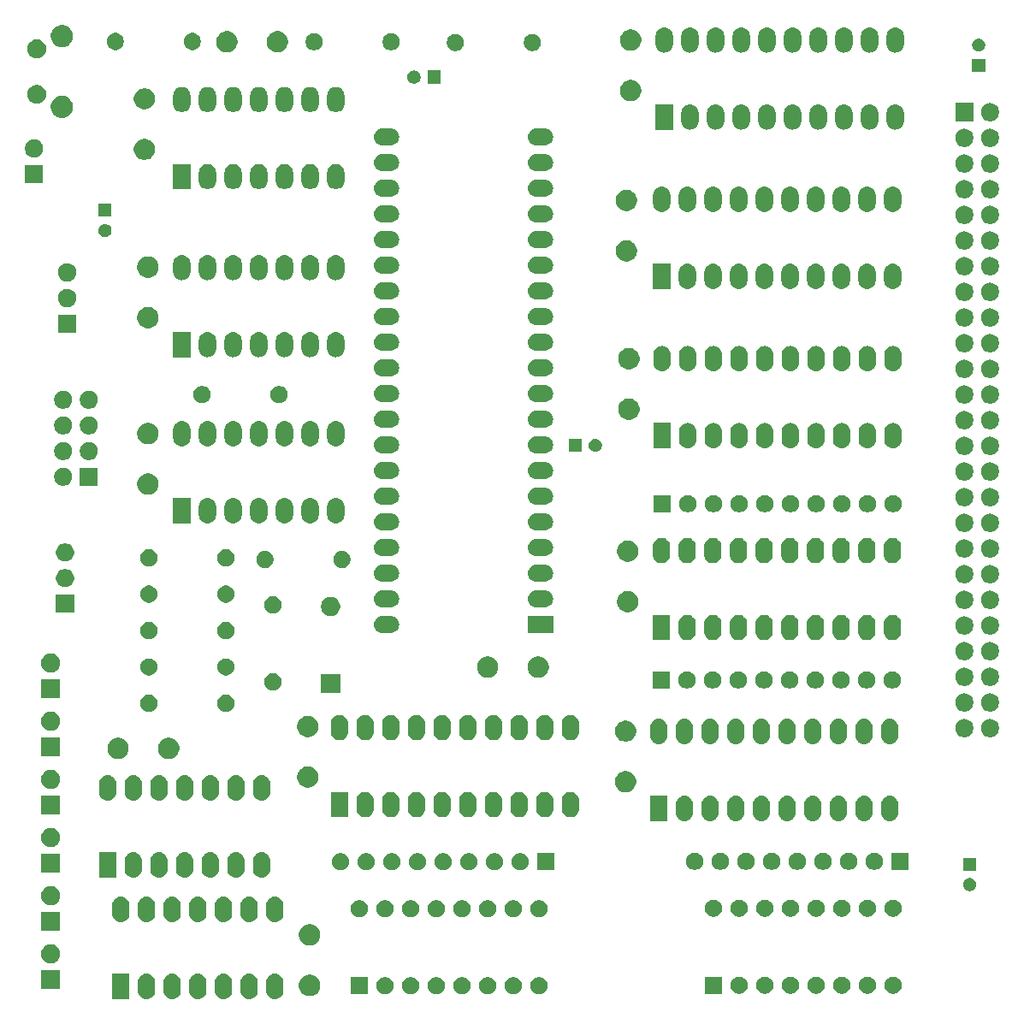
<source format=gbr>
G04 #@! TF.GenerationSoftware,KiCad,Pcbnew,(5.1.5)-3*
G04 #@! TF.CreationDate,2022-08-12T12:26:43-05:00*
G04 #@! TF.ProjectId,Z8065C02,5a383036-3543-4303-922e-6b696361645f,rev?*
G04 #@! TF.SameCoordinates,Original*
G04 #@! TF.FileFunction,Soldermask,Top*
G04 #@! TF.FilePolarity,Negative*
%FSLAX46Y46*%
G04 Gerber Fmt 4.6, Leading zero omitted, Abs format (unit mm)*
G04 Created by KiCad (PCBNEW (5.1.5)-3) date 2022-08-12 12:26:43*
%MOMM*%
%LPD*%
G04 APERTURE LIST*
%ADD10C,0.100000*%
G04 APERTURE END LIST*
D10*
G36*
X87261822Y-128236313D02*
G01*
X87422241Y-128284976D01*
X87570077Y-128363995D01*
X87699659Y-128470341D01*
X87806004Y-128599922D01*
X87806005Y-128599924D01*
X87885024Y-128747758D01*
X87933687Y-128908177D01*
X87946000Y-129033196D01*
X87946000Y-129916803D01*
X87933687Y-130041822D01*
X87933686Y-130041825D01*
X87899614Y-130154147D01*
X87885024Y-130202242D01*
X87876443Y-130218295D01*
X87806004Y-130350078D01*
X87699659Y-130479659D01*
X87570078Y-130586004D01*
X87570076Y-130586005D01*
X87422242Y-130665024D01*
X87261823Y-130713687D01*
X87095000Y-130730117D01*
X86928178Y-130713687D01*
X86767759Y-130665024D01*
X86619925Y-130586005D01*
X86619923Y-130586004D01*
X86490342Y-130479659D01*
X86383997Y-130350078D01*
X86313558Y-130218295D01*
X86304977Y-130202242D01*
X86256314Y-130041823D01*
X86244000Y-129916803D01*
X86244000Y-129033197D01*
X86256313Y-128908178D01*
X86304976Y-128747759D01*
X86383995Y-128599923D01*
X86490341Y-128470341D01*
X86619922Y-128363996D01*
X86635094Y-128355886D01*
X86767758Y-128284976D01*
X86928177Y-128236313D01*
X87095000Y-128219883D01*
X87261822Y-128236313D01*
G37*
G36*
X82181822Y-128236313D02*
G01*
X82342241Y-128284976D01*
X82490077Y-128363995D01*
X82619659Y-128470341D01*
X82726004Y-128599922D01*
X82726005Y-128599924D01*
X82805024Y-128747758D01*
X82853687Y-128908177D01*
X82866000Y-129033196D01*
X82866000Y-129916803D01*
X82853687Y-130041822D01*
X82853686Y-130041825D01*
X82819614Y-130154147D01*
X82805024Y-130202242D01*
X82796443Y-130218295D01*
X82726004Y-130350078D01*
X82619659Y-130479659D01*
X82490078Y-130586004D01*
X82490076Y-130586005D01*
X82342242Y-130665024D01*
X82181823Y-130713687D01*
X82015000Y-130730117D01*
X81848178Y-130713687D01*
X81687759Y-130665024D01*
X81539925Y-130586005D01*
X81539923Y-130586004D01*
X81410342Y-130479659D01*
X81303997Y-130350078D01*
X81233558Y-130218295D01*
X81224977Y-130202242D01*
X81176314Y-130041823D01*
X81164000Y-129916803D01*
X81164000Y-129033197D01*
X81176313Y-128908178D01*
X81224976Y-128747759D01*
X81303995Y-128599923D01*
X81410341Y-128470341D01*
X81539922Y-128363996D01*
X81555094Y-128355886D01*
X81687758Y-128284976D01*
X81848177Y-128236313D01*
X82015000Y-128219883D01*
X82181822Y-128236313D01*
G37*
G36*
X84721822Y-128236313D02*
G01*
X84882241Y-128284976D01*
X85030077Y-128363995D01*
X85159659Y-128470341D01*
X85266004Y-128599922D01*
X85266005Y-128599924D01*
X85345024Y-128747758D01*
X85393687Y-128908177D01*
X85406000Y-129033196D01*
X85406000Y-129916803D01*
X85393687Y-130041822D01*
X85393686Y-130041825D01*
X85359614Y-130154147D01*
X85345024Y-130202242D01*
X85336443Y-130218295D01*
X85266004Y-130350078D01*
X85159659Y-130479659D01*
X85030078Y-130586004D01*
X85030076Y-130586005D01*
X84882242Y-130665024D01*
X84721823Y-130713687D01*
X84555000Y-130730117D01*
X84388178Y-130713687D01*
X84227759Y-130665024D01*
X84079925Y-130586005D01*
X84079923Y-130586004D01*
X83950342Y-130479659D01*
X83843997Y-130350078D01*
X83773558Y-130218295D01*
X83764977Y-130202242D01*
X83716314Y-130041823D01*
X83704000Y-129916803D01*
X83704000Y-129033197D01*
X83716313Y-128908178D01*
X83764976Y-128747759D01*
X83843995Y-128599923D01*
X83950341Y-128470341D01*
X84079922Y-128363996D01*
X84095094Y-128355886D01*
X84227758Y-128284976D01*
X84388177Y-128236313D01*
X84555000Y-128219883D01*
X84721822Y-128236313D01*
G37*
G36*
X94881822Y-128236313D02*
G01*
X95042241Y-128284976D01*
X95190077Y-128363995D01*
X95319659Y-128470341D01*
X95426004Y-128599922D01*
X95426005Y-128599924D01*
X95505024Y-128747758D01*
X95553687Y-128908177D01*
X95566000Y-129033196D01*
X95566000Y-129916803D01*
X95553687Y-130041822D01*
X95553686Y-130041825D01*
X95519614Y-130154147D01*
X95505024Y-130202242D01*
X95496443Y-130218295D01*
X95426004Y-130350078D01*
X95319659Y-130479659D01*
X95190078Y-130586004D01*
X95190076Y-130586005D01*
X95042242Y-130665024D01*
X94881823Y-130713687D01*
X94715000Y-130730117D01*
X94548178Y-130713687D01*
X94387759Y-130665024D01*
X94239925Y-130586005D01*
X94239923Y-130586004D01*
X94110342Y-130479659D01*
X94003997Y-130350078D01*
X93933558Y-130218295D01*
X93924977Y-130202242D01*
X93876314Y-130041823D01*
X93864000Y-129916803D01*
X93864000Y-129033197D01*
X93876313Y-128908178D01*
X93924976Y-128747759D01*
X94003995Y-128599923D01*
X94110341Y-128470341D01*
X94239922Y-128363996D01*
X94255094Y-128355886D01*
X94387758Y-128284976D01*
X94548177Y-128236313D01*
X94715000Y-128219883D01*
X94881822Y-128236313D01*
G37*
G36*
X89801822Y-128236313D02*
G01*
X89962241Y-128284976D01*
X90110077Y-128363995D01*
X90239659Y-128470341D01*
X90346004Y-128599922D01*
X90346005Y-128599924D01*
X90425024Y-128747758D01*
X90473687Y-128908177D01*
X90486000Y-129033196D01*
X90486000Y-129916803D01*
X90473687Y-130041822D01*
X90473686Y-130041825D01*
X90439614Y-130154147D01*
X90425024Y-130202242D01*
X90416443Y-130218295D01*
X90346004Y-130350078D01*
X90239659Y-130479659D01*
X90110078Y-130586004D01*
X90110076Y-130586005D01*
X89962242Y-130665024D01*
X89801823Y-130713687D01*
X89635000Y-130730117D01*
X89468178Y-130713687D01*
X89307759Y-130665024D01*
X89159925Y-130586005D01*
X89159923Y-130586004D01*
X89030342Y-130479659D01*
X88923997Y-130350078D01*
X88853558Y-130218295D01*
X88844977Y-130202242D01*
X88796314Y-130041823D01*
X88784000Y-129916803D01*
X88784000Y-129033197D01*
X88796313Y-128908178D01*
X88844976Y-128747759D01*
X88923995Y-128599923D01*
X89030341Y-128470341D01*
X89159922Y-128363996D01*
X89175094Y-128355886D01*
X89307758Y-128284976D01*
X89468177Y-128236313D01*
X89635000Y-128219883D01*
X89801822Y-128236313D01*
G37*
G36*
X92341822Y-128236313D02*
G01*
X92502241Y-128284976D01*
X92650077Y-128363995D01*
X92779659Y-128470341D01*
X92886004Y-128599922D01*
X92886005Y-128599924D01*
X92965024Y-128747758D01*
X93013687Y-128908177D01*
X93026000Y-129033196D01*
X93026000Y-129916803D01*
X93013687Y-130041822D01*
X93013686Y-130041825D01*
X92979614Y-130154147D01*
X92965024Y-130202242D01*
X92956443Y-130218295D01*
X92886004Y-130350078D01*
X92779659Y-130479659D01*
X92650078Y-130586004D01*
X92650076Y-130586005D01*
X92502242Y-130665024D01*
X92341823Y-130713687D01*
X92175000Y-130730117D01*
X92008178Y-130713687D01*
X91847759Y-130665024D01*
X91699925Y-130586005D01*
X91699923Y-130586004D01*
X91570342Y-130479659D01*
X91463997Y-130350078D01*
X91393558Y-130218295D01*
X91384977Y-130202242D01*
X91336314Y-130041823D01*
X91324000Y-129916803D01*
X91324000Y-129033197D01*
X91336313Y-128908178D01*
X91384976Y-128747759D01*
X91463995Y-128599923D01*
X91570341Y-128470341D01*
X91699922Y-128363996D01*
X91715094Y-128355886D01*
X91847758Y-128284976D01*
X92008177Y-128236313D01*
X92175000Y-128219883D01*
X92341822Y-128236313D01*
G37*
G36*
X80326000Y-130726000D02*
G01*
X78624000Y-130726000D01*
X78624000Y-128224000D01*
X80326000Y-128224000D01*
X80326000Y-130726000D01*
G37*
G36*
X98456564Y-128364389D02*
G01*
X98647833Y-128443615D01*
X98647835Y-128443616D01*
X98819973Y-128558635D01*
X98966365Y-128705027D01*
X99068258Y-128857520D01*
X99081385Y-128877167D01*
X99160611Y-129068436D01*
X99201000Y-129271484D01*
X99201000Y-129478516D01*
X99160611Y-129681564D01*
X99110269Y-129803100D01*
X99081384Y-129872835D01*
X98966365Y-130044973D01*
X98819973Y-130191365D01*
X98647835Y-130306384D01*
X98647834Y-130306385D01*
X98647833Y-130306385D01*
X98456564Y-130385611D01*
X98253516Y-130426000D01*
X98046484Y-130426000D01*
X97843436Y-130385611D01*
X97652167Y-130306385D01*
X97652166Y-130306385D01*
X97652165Y-130306384D01*
X97480027Y-130191365D01*
X97333635Y-130044973D01*
X97218616Y-129872835D01*
X97189731Y-129803100D01*
X97139389Y-129681564D01*
X97099000Y-129478516D01*
X97099000Y-129271484D01*
X97139389Y-129068436D01*
X97218615Y-128877167D01*
X97231743Y-128857520D01*
X97333635Y-128705027D01*
X97480027Y-128558635D01*
X97652165Y-128443616D01*
X97652167Y-128443615D01*
X97843436Y-128364389D01*
X98046484Y-128324000D01*
X98253516Y-128324000D01*
X98456564Y-128364389D01*
G37*
G36*
X108403228Y-128581703D02*
G01*
X108558100Y-128645853D01*
X108697481Y-128738985D01*
X108816015Y-128857519D01*
X108909147Y-128996900D01*
X108973297Y-129151772D01*
X109006000Y-129316184D01*
X109006000Y-129483816D01*
X108973297Y-129648228D01*
X108909147Y-129803100D01*
X108816015Y-129942481D01*
X108697481Y-130061015D01*
X108558100Y-130154147D01*
X108403228Y-130218297D01*
X108238816Y-130251000D01*
X108071184Y-130251000D01*
X107906772Y-130218297D01*
X107751900Y-130154147D01*
X107612519Y-130061015D01*
X107493985Y-129942481D01*
X107400853Y-129803100D01*
X107336703Y-129648228D01*
X107304000Y-129483816D01*
X107304000Y-129316184D01*
X107336703Y-129151772D01*
X107400853Y-128996900D01*
X107493985Y-128857519D01*
X107612519Y-128738985D01*
X107751900Y-128645853D01*
X107906772Y-128581703D01*
X108071184Y-128549000D01*
X108238816Y-128549000D01*
X108403228Y-128581703D01*
G37*
G36*
X105863228Y-128581703D02*
G01*
X106018100Y-128645853D01*
X106157481Y-128738985D01*
X106276015Y-128857519D01*
X106369147Y-128996900D01*
X106433297Y-129151772D01*
X106466000Y-129316184D01*
X106466000Y-129483816D01*
X106433297Y-129648228D01*
X106369147Y-129803100D01*
X106276015Y-129942481D01*
X106157481Y-130061015D01*
X106018100Y-130154147D01*
X105863228Y-130218297D01*
X105698816Y-130251000D01*
X105531184Y-130251000D01*
X105366772Y-130218297D01*
X105211900Y-130154147D01*
X105072519Y-130061015D01*
X104953985Y-129942481D01*
X104860853Y-129803100D01*
X104796703Y-129648228D01*
X104764000Y-129483816D01*
X104764000Y-129316184D01*
X104796703Y-129151772D01*
X104860853Y-128996900D01*
X104953985Y-128857519D01*
X105072519Y-128738985D01*
X105211900Y-128645853D01*
X105366772Y-128581703D01*
X105531184Y-128549000D01*
X105698816Y-128549000D01*
X105863228Y-128581703D01*
G37*
G36*
X110943228Y-128581703D02*
G01*
X111098100Y-128645853D01*
X111237481Y-128738985D01*
X111356015Y-128857519D01*
X111449147Y-128996900D01*
X111513297Y-129151772D01*
X111546000Y-129316184D01*
X111546000Y-129483816D01*
X111513297Y-129648228D01*
X111449147Y-129803100D01*
X111356015Y-129942481D01*
X111237481Y-130061015D01*
X111098100Y-130154147D01*
X110943228Y-130218297D01*
X110778816Y-130251000D01*
X110611184Y-130251000D01*
X110446772Y-130218297D01*
X110291900Y-130154147D01*
X110152519Y-130061015D01*
X110033985Y-129942481D01*
X109940853Y-129803100D01*
X109876703Y-129648228D01*
X109844000Y-129483816D01*
X109844000Y-129316184D01*
X109876703Y-129151772D01*
X109940853Y-128996900D01*
X110033985Y-128857519D01*
X110152519Y-128738985D01*
X110291900Y-128645853D01*
X110446772Y-128581703D01*
X110611184Y-128549000D01*
X110778816Y-128549000D01*
X110943228Y-128581703D01*
G37*
G36*
X103926000Y-130251000D02*
G01*
X102224000Y-130251000D01*
X102224000Y-128549000D01*
X103926000Y-128549000D01*
X103926000Y-130251000D01*
G37*
G36*
X121103228Y-128581703D02*
G01*
X121258100Y-128645853D01*
X121397481Y-128738985D01*
X121516015Y-128857519D01*
X121609147Y-128996900D01*
X121673297Y-129151772D01*
X121706000Y-129316184D01*
X121706000Y-129483816D01*
X121673297Y-129648228D01*
X121609147Y-129803100D01*
X121516015Y-129942481D01*
X121397481Y-130061015D01*
X121258100Y-130154147D01*
X121103228Y-130218297D01*
X120938816Y-130251000D01*
X120771184Y-130251000D01*
X120606772Y-130218297D01*
X120451900Y-130154147D01*
X120312519Y-130061015D01*
X120193985Y-129942481D01*
X120100853Y-129803100D01*
X120036703Y-129648228D01*
X120004000Y-129483816D01*
X120004000Y-129316184D01*
X120036703Y-129151772D01*
X120100853Y-128996900D01*
X120193985Y-128857519D01*
X120312519Y-128738985D01*
X120451900Y-128645853D01*
X120606772Y-128581703D01*
X120771184Y-128549000D01*
X120938816Y-128549000D01*
X121103228Y-128581703D01*
G37*
G36*
X118563228Y-128581703D02*
G01*
X118718100Y-128645853D01*
X118857481Y-128738985D01*
X118976015Y-128857519D01*
X119069147Y-128996900D01*
X119133297Y-129151772D01*
X119166000Y-129316184D01*
X119166000Y-129483816D01*
X119133297Y-129648228D01*
X119069147Y-129803100D01*
X118976015Y-129942481D01*
X118857481Y-130061015D01*
X118718100Y-130154147D01*
X118563228Y-130218297D01*
X118398816Y-130251000D01*
X118231184Y-130251000D01*
X118066772Y-130218297D01*
X117911900Y-130154147D01*
X117772519Y-130061015D01*
X117653985Y-129942481D01*
X117560853Y-129803100D01*
X117496703Y-129648228D01*
X117464000Y-129483816D01*
X117464000Y-129316184D01*
X117496703Y-129151772D01*
X117560853Y-128996900D01*
X117653985Y-128857519D01*
X117772519Y-128738985D01*
X117911900Y-128645853D01*
X118066772Y-128581703D01*
X118231184Y-128549000D01*
X118398816Y-128549000D01*
X118563228Y-128581703D01*
G37*
G36*
X116023228Y-128581703D02*
G01*
X116178100Y-128645853D01*
X116317481Y-128738985D01*
X116436015Y-128857519D01*
X116529147Y-128996900D01*
X116593297Y-129151772D01*
X116626000Y-129316184D01*
X116626000Y-129483816D01*
X116593297Y-129648228D01*
X116529147Y-129803100D01*
X116436015Y-129942481D01*
X116317481Y-130061015D01*
X116178100Y-130154147D01*
X116023228Y-130218297D01*
X115858816Y-130251000D01*
X115691184Y-130251000D01*
X115526772Y-130218297D01*
X115371900Y-130154147D01*
X115232519Y-130061015D01*
X115113985Y-129942481D01*
X115020853Y-129803100D01*
X114956703Y-129648228D01*
X114924000Y-129483816D01*
X114924000Y-129316184D01*
X114956703Y-129151772D01*
X115020853Y-128996900D01*
X115113985Y-128857519D01*
X115232519Y-128738985D01*
X115371900Y-128645853D01*
X115526772Y-128581703D01*
X115691184Y-128549000D01*
X115858816Y-128549000D01*
X116023228Y-128581703D01*
G37*
G36*
X113483228Y-128581703D02*
G01*
X113638100Y-128645853D01*
X113777481Y-128738985D01*
X113896015Y-128857519D01*
X113989147Y-128996900D01*
X114053297Y-129151772D01*
X114086000Y-129316184D01*
X114086000Y-129483816D01*
X114053297Y-129648228D01*
X113989147Y-129803100D01*
X113896015Y-129942481D01*
X113777481Y-130061015D01*
X113638100Y-130154147D01*
X113483228Y-130218297D01*
X113318816Y-130251000D01*
X113151184Y-130251000D01*
X112986772Y-130218297D01*
X112831900Y-130154147D01*
X112692519Y-130061015D01*
X112573985Y-129942481D01*
X112480853Y-129803100D01*
X112416703Y-129648228D01*
X112384000Y-129483816D01*
X112384000Y-129316184D01*
X112416703Y-129151772D01*
X112480853Y-128996900D01*
X112573985Y-128857519D01*
X112692519Y-128738985D01*
X112831900Y-128645853D01*
X112986772Y-128581703D01*
X113151184Y-128549000D01*
X113318816Y-128549000D01*
X113483228Y-128581703D01*
G37*
G36*
X153613228Y-128531703D02*
G01*
X153768100Y-128595853D01*
X153907481Y-128688985D01*
X154026015Y-128807519D01*
X154119147Y-128946900D01*
X154183297Y-129101772D01*
X154216000Y-129266184D01*
X154216000Y-129433816D01*
X154183297Y-129598228D01*
X154119147Y-129753100D01*
X154026015Y-129892481D01*
X153907481Y-130011015D01*
X153768100Y-130104147D01*
X153613228Y-130168297D01*
X153448816Y-130201000D01*
X153281184Y-130201000D01*
X153116772Y-130168297D01*
X152961900Y-130104147D01*
X152822519Y-130011015D01*
X152703985Y-129892481D01*
X152610853Y-129753100D01*
X152546703Y-129598228D01*
X152514000Y-129433816D01*
X152514000Y-129266184D01*
X152546703Y-129101772D01*
X152610853Y-128946900D01*
X152703985Y-128807519D01*
X152822519Y-128688985D01*
X152961900Y-128595853D01*
X153116772Y-128531703D01*
X153281184Y-128499000D01*
X153448816Y-128499000D01*
X153613228Y-128531703D01*
G37*
G36*
X138976000Y-130201000D02*
G01*
X137274000Y-130201000D01*
X137274000Y-128499000D01*
X138976000Y-128499000D01*
X138976000Y-130201000D01*
G37*
G36*
X143453228Y-128531703D02*
G01*
X143608100Y-128595853D01*
X143747481Y-128688985D01*
X143866015Y-128807519D01*
X143959147Y-128946900D01*
X144023297Y-129101772D01*
X144056000Y-129266184D01*
X144056000Y-129433816D01*
X144023297Y-129598228D01*
X143959147Y-129753100D01*
X143866015Y-129892481D01*
X143747481Y-130011015D01*
X143608100Y-130104147D01*
X143453228Y-130168297D01*
X143288816Y-130201000D01*
X143121184Y-130201000D01*
X142956772Y-130168297D01*
X142801900Y-130104147D01*
X142662519Y-130011015D01*
X142543985Y-129892481D01*
X142450853Y-129753100D01*
X142386703Y-129598228D01*
X142354000Y-129433816D01*
X142354000Y-129266184D01*
X142386703Y-129101772D01*
X142450853Y-128946900D01*
X142543985Y-128807519D01*
X142662519Y-128688985D01*
X142801900Y-128595853D01*
X142956772Y-128531703D01*
X143121184Y-128499000D01*
X143288816Y-128499000D01*
X143453228Y-128531703D01*
G37*
G36*
X145993228Y-128531703D02*
G01*
X146148100Y-128595853D01*
X146287481Y-128688985D01*
X146406015Y-128807519D01*
X146499147Y-128946900D01*
X146563297Y-129101772D01*
X146596000Y-129266184D01*
X146596000Y-129433816D01*
X146563297Y-129598228D01*
X146499147Y-129753100D01*
X146406015Y-129892481D01*
X146287481Y-130011015D01*
X146148100Y-130104147D01*
X145993228Y-130168297D01*
X145828816Y-130201000D01*
X145661184Y-130201000D01*
X145496772Y-130168297D01*
X145341900Y-130104147D01*
X145202519Y-130011015D01*
X145083985Y-129892481D01*
X144990853Y-129753100D01*
X144926703Y-129598228D01*
X144894000Y-129433816D01*
X144894000Y-129266184D01*
X144926703Y-129101772D01*
X144990853Y-128946900D01*
X145083985Y-128807519D01*
X145202519Y-128688985D01*
X145341900Y-128595853D01*
X145496772Y-128531703D01*
X145661184Y-128499000D01*
X145828816Y-128499000D01*
X145993228Y-128531703D01*
G37*
G36*
X148533228Y-128531703D02*
G01*
X148688100Y-128595853D01*
X148827481Y-128688985D01*
X148946015Y-128807519D01*
X149039147Y-128946900D01*
X149103297Y-129101772D01*
X149136000Y-129266184D01*
X149136000Y-129433816D01*
X149103297Y-129598228D01*
X149039147Y-129753100D01*
X148946015Y-129892481D01*
X148827481Y-130011015D01*
X148688100Y-130104147D01*
X148533228Y-130168297D01*
X148368816Y-130201000D01*
X148201184Y-130201000D01*
X148036772Y-130168297D01*
X147881900Y-130104147D01*
X147742519Y-130011015D01*
X147623985Y-129892481D01*
X147530853Y-129753100D01*
X147466703Y-129598228D01*
X147434000Y-129433816D01*
X147434000Y-129266184D01*
X147466703Y-129101772D01*
X147530853Y-128946900D01*
X147623985Y-128807519D01*
X147742519Y-128688985D01*
X147881900Y-128595853D01*
X148036772Y-128531703D01*
X148201184Y-128499000D01*
X148368816Y-128499000D01*
X148533228Y-128531703D01*
G37*
G36*
X151073228Y-128531703D02*
G01*
X151228100Y-128595853D01*
X151367481Y-128688985D01*
X151486015Y-128807519D01*
X151579147Y-128946900D01*
X151643297Y-129101772D01*
X151676000Y-129266184D01*
X151676000Y-129433816D01*
X151643297Y-129598228D01*
X151579147Y-129753100D01*
X151486015Y-129892481D01*
X151367481Y-130011015D01*
X151228100Y-130104147D01*
X151073228Y-130168297D01*
X150908816Y-130201000D01*
X150741184Y-130201000D01*
X150576772Y-130168297D01*
X150421900Y-130104147D01*
X150282519Y-130011015D01*
X150163985Y-129892481D01*
X150070853Y-129753100D01*
X150006703Y-129598228D01*
X149974000Y-129433816D01*
X149974000Y-129266184D01*
X150006703Y-129101772D01*
X150070853Y-128946900D01*
X150163985Y-128807519D01*
X150282519Y-128688985D01*
X150421900Y-128595853D01*
X150576772Y-128531703D01*
X150741184Y-128499000D01*
X150908816Y-128499000D01*
X151073228Y-128531703D01*
G37*
G36*
X156153228Y-128531703D02*
G01*
X156308100Y-128595853D01*
X156447481Y-128688985D01*
X156566015Y-128807519D01*
X156659147Y-128946900D01*
X156723297Y-129101772D01*
X156756000Y-129266184D01*
X156756000Y-129433816D01*
X156723297Y-129598228D01*
X156659147Y-129753100D01*
X156566015Y-129892481D01*
X156447481Y-130011015D01*
X156308100Y-130104147D01*
X156153228Y-130168297D01*
X155988816Y-130201000D01*
X155821184Y-130201000D01*
X155656772Y-130168297D01*
X155501900Y-130104147D01*
X155362519Y-130011015D01*
X155243985Y-129892481D01*
X155150853Y-129753100D01*
X155086703Y-129598228D01*
X155054000Y-129433816D01*
X155054000Y-129266184D01*
X155086703Y-129101772D01*
X155150853Y-128946900D01*
X155243985Y-128807519D01*
X155362519Y-128688985D01*
X155501900Y-128595853D01*
X155656772Y-128531703D01*
X155821184Y-128499000D01*
X155988816Y-128499000D01*
X156153228Y-128531703D01*
G37*
G36*
X140913228Y-128531703D02*
G01*
X141068100Y-128595853D01*
X141207481Y-128688985D01*
X141326015Y-128807519D01*
X141419147Y-128946900D01*
X141483297Y-129101772D01*
X141516000Y-129266184D01*
X141516000Y-129433816D01*
X141483297Y-129598228D01*
X141419147Y-129753100D01*
X141326015Y-129892481D01*
X141207481Y-130011015D01*
X141068100Y-130104147D01*
X140913228Y-130168297D01*
X140748816Y-130201000D01*
X140581184Y-130201000D01*
X140416772Y-130168297D01*
X140261900Y-130104147D01*
X140122519Y-130011015D01*
X140003985Y-129892481D01*
X139910853Y-129753100D01*
X139846703Y-129598228D01*
X139814000Y-129433816D01*
X139814000Y-129266184D01*
X139846703Y-129101772D01*
X139910853Y-128946900D01*
X140003985Y-128807519D01*
X140122519Y-128688985D01*
X140261900Y-128595853D01*
X140416772Y-128531703D01*
X140581184Y-128499000D01*
X140748816Y-128499000D01*
X140913228Y-128531703D01*
G37*
G36*
X73476000Y-129751000D02*
G01*
X71574000Y-129751000D01*
X71574000Y-127849000D01*
X73476000Y-127849000D01*
X73476000Y-129751000D01*
G37*
G36*
X72802395Y-125345546D02*
G01*
X72975466Y-125417234D01*
X72975467Y-125417235D01*
X73131227Y-125521310D01*
X73263690Y-125653773D01*
X73263691Y-125653775D01*
X73367766Y-125809534D01*
X73439454Y-125982605D01*
X73476000Y-126166333D01*
X73476000Y-126353667D01*
X73439454Y-126537395D01*
X73367766Y-126710466D01*
X73367765Y-126710467D01*
X73263690Y-126866227D01*
X73131227Y-126998690D01*
X73052818Y-127051081D01*
X72975466Y-127102766D01*
X72802395Y-127174454D01*
X72618667Y-127211000D01*
X72431333Y-127211000D01*
X72247605Y-127174454D01*
X72074534Y-127102766D01*
X71997182Y-127051081D01*
X71918773Y-126998690D01*
X71786310Y-126866227D01*
X71682235Y-126710467D01*
X71682234Y-126710466D01*
X71610546Y-126537395D01*
X71574000Y-126353667D01*
X71574000Y-126166333D01*
X71610546Y-125982605D01*
X71682234Y-125809534D01*
X71786309Y-125653775D01*
X71786310Y-125653773D01*
X71918773Y-125521310D01*
X72074533Y-125417235D01*
X72074534Y-125417234D01*
X72247605Y-125345546D01*
X72431333Y-125309000D01*
X72618667Y-125309000D01*
X72802395Y-125345546D01*
G37*
G36*
X98456564Y-123364389D02*
G01*
X98647833Y-123443615D01*
X98647835Y-123443616D01*
X98819973Y-123558635D01*
X98966365Y-123705027D01*
X99081385Y-123877167D01*
X99160611Y-124068436D01*
X99201000Y-124271484D01*
X99201000Y-124478516D01*
X99160611Y-124681564D01*
X99081385Y-124872833D01*
X99081384Y-124872835D01*
X98966365Y-125044973D01*
X98819973Y-125191365D01*
X98647835Y-125306384D01*
X98647834Y-125306385D01*
X98647833Y-125306385D01*
X98456564Y-125385611D01*
X98253516Y-125426000D01*
X98046484Y-125426000D01*
X97843436Y-125385611D01*
X97652167Y-125306385D01*
X97652166Y-125306385D01*
X97652165Y-125306384D01*
X97480027Y-125191365D01*
X97333635Y-125044973D01*
X97218616Y-124872835D01*
X97218615Y-124872833D01*
X97139389Y-124681564D01*
X97099000Y-124478516D01*
X97099000Y-124271484D01*
X97139389Y-124068436D01*
X97218615Y-123877167D01*
X97333635Y-123705027D01*
X97480027Y-123558635D01*
X97652165Y-123443616D01*
X97652167Y-123443615D01*
X97843436Y-123364389D01*
X98046484Y-123324000D01*
X98253516Y-123324000D01*
X98456564Y-123364389D01*
G37*
G36*
X73476000Y-123991000D02*
G01*
X71574000Y-123991000D01*
X71574000Y-122089000D01*
X73476000Y-122089000D01*
X73476000Y-123991000D01*
G37*
G36*
X79641822Y-120616313D02*
G01*
X79802241Y-120664976D01*
X79950077Y-120743995D01*
X80079659Y-120850341D01*
X80186004Y-120979922D01*
X80186005Y-120979924D01*
X80265024Y-121127758D01*
X80313687Y-121288177D01*
X80326000Y-121413196D01*
X80326000Y-122296803D01*
X80313687Y-122421822D01*
X80313686Y-122421825D01*
X80279614Y-122534147D01*
X80265024Y-122582242D01*
X80256443Y-122598295D01*
X80186004Y-122730078D01*
X80079659Y-122859659D01*
X79950078Y-122966004D01*
X79950076Y-122966005D01*
X79802242Y-123045024D01*
X79641823Y-123093687D01*
X79475000Y-123110117D01*
X79308178Y-123093687D01*
X79147759Y-123045024D01*
X78999925Y-122966005D01*
X78999923Y-122966004D01*
X78870342Y-122859659D01*
X78763997Y-122730078D01*
X78693558Y-122598295D01*
X78684977Y-122582242D01*
X78636314Y-122421823D01*
X78624000Y-122296803D01*
X78624000Y-121413197D01*
X78636313Y-121288178D01*
X78684976Y-121127759D01*
X78763995Y-120979923D01*
X78870341Y-120850341D01*
X78999922Y-120743996D01*
X79015094Y-120735886D01*
X79147758Y-120664976D01*
X79308177Y-120616313D01*
X79475000Y-120599883D01*
X79641822Y-120616313D01*
G37*
G36*
X89801822Y-120616313D02*
G01*
X89962241Y-120664976D01*
X90110077Y-120743995D01*
X90239659Y-120850341D01*
X90346004Y-120979922D01*
X90346005Y-120979924D01*
X90425024Y-121127758D01*
X90473687Y-121288177D01*
X90486000Y-121413196D01*
X90486000Y-122296803D01*
X90473687Y-122421822D01*
X90473686Y-122421825D01*
X90439614Y-122534147D01*
X90425024Y-122582242D01*
X90416443Y-122598295D01*
X90346004Y-122730078D01*
X90239659Y-122859659D01*
X90110078Y-122966004D01*
X90110076Y-122966005D01*
X89962242Y-123045024D01*
X89801823Y-123093687D01*
X89635000Y-123110117D01*
X89468178Y-123093687D01*
X89307759Y-123045024D01*
X89159925Y-122966005D01*
X89159923Y-122966004D01*
X89030342Y-122859659D01*
X88923997Y-122730078D01*
X88853558Y-122598295D01*
X88844977Y-122582242D01*
X88796314Y-122421823D01*
X88784000Y-122296803D01*
X88784000Y-121413197D01*
X88796313Y-121288178D01*
X88844976Y-121127759D01*
X88923995Y-120979923D01*
X89030341Y-120850341D01*
X89159922Y-120743996D01*
X89175094Y-120735886D01*
X89307758Y-120664976D01*
X89468177Y-120616313D01*
X89635000Y-120599883D01*
X89801822Y-120616313D01*
G37*
G36*
X87261822Y-120616313D02*
G01*
X87422241Y-120664976D01*
X87570077Y-120743995D01*
X87699659Y-120850341D01*
X87806004Y-120979922D01*
X87806005Y-120979924D01*
X87885024Y-121127758D01*
X87933687Y-121288177D01*
X87946000Y-121413196D01*
X87946000Y-122296803D01*
X87933687Y-122421822D01*
X87933686Y-122421825D01*
X87899614Y-122534147D01*
X87885024Y-122582242D01*
X87876443Y-122598295D01*
X87806004Y-122730078D01*
X87699659Y-122859659D01*
X87570078Y-122966004D01*
X87570076Y-122966005D01*
X87422242Y-123045024D01*
X87261823Y-123093687D01*
X87095000Y-123110117D01*
X86928178Y-123093687D01*
X86767759Y-123045024D01*
X86619925Y-122966005D01*
X86619923Y-122966004D01*
X86490342Y-122859659D01*
X86383997Y-122730078D01*
X86313558Y-122598295D01*
X86304977Y-122582242D01*
X86256314Y-122421823D01*
X86244000Y-122296803D01*
X86244000Y-121413197D01*
X86256313Y-121288178D01*
X86304976Y-121127759D01*
X86383995Y-120979923D01*
X86490341Y-120850341D01*
X86619922Y-120743996D01*
X86635094Y-120735886D01*
X86767758Y-120664976D01*
X86928177Y-120616313D01*
X87095000Y-120599883D01*
X87261822Y-120616313D01*
G37*
G36*
X84721822Y-120616313D02*
G01*
X84882241Y-120664976D01*
X85030077Y-120743995D01*
X85159659Y-120850341D01*
X85266004Y-120979922D01*
X85266005Y-120979924D01*
X85345024Y-121127758D01*
X85393687Y-121288177D01*
X85406000Y-121413196D01*
X85406000Y-122296803D01*
X85393687Y-122421822D01*
X85393686Y-122421825D01*
X85359614Y-122534147D01*
X85345024Y-122582242D01*
X85336443Y-122598295D01*
X85266004Y-122730078D01*
X85159659Y-122859659D01*
X85030078Y-122966004D01*
X85030076Y-122966005D01*
X84882242Y-123045024D01*
X84721823Y-123093687D01*
X84555000Y-123110117D01*
X84388178Y-123093687D01*
X84227759Y-123045024D01*
X84079925Y-122966005D01*
X84079923Y-122966004D01*
X83950342Y-122859659D01*
X83843997Y-122730078D01*
X83773558Y-122598295D01*
X83764977Y-122582242D01*
X83716314Y-122421823D01*
X83704000Y-122296803D01*
X83704000Y-121413197D01*
X83716313Y-121288178D01*
X83764976Y-121127759D01*
X83843995Y-120979923D01*
X83950341Y-120850341D01*
X84079922Y-120743996D01*
X84095094Y-120735886D01*
X84227758Y-120664976D01*
X84388177Y-120616313D01*
X84555000Y-120599883D01*
X84721822Y-120616313D01*
G37*
G36*
X82181822Y-120616313D02*
G01*
X82342241Y-120664976D01*
X82490077Y-120743995D01*
X82619659Y-120850341D01*
X82726004Y-120979922D01*
X82726005Y-120979924D01*
X82805024Y-121127758D01*
X82853687Y-121288177D01*
X82866000Y-121413196D01*
X82866000Y-122296803D01*
X82853687Y-122421822D01*
X82853686Y-122421825D01*
X82819614Y-122534147D01*
X82805024Y-122582242D01*
X82796443Y-122598295D01*
X82726004Y-122730078D01*
X82619659Y-122859659D01*
X82490078Y-122966004D01*
X82490076Y-122966005D01*
X82342242Y-123045024D01*
X82181823Y-123093687D01*
X82015000Y-123110117D01*
X81848178Y-123093687D01*
X81687759Y-123045024D01*
X81539925Y-122966005D01*
X81539923Y-122966004D01*
X81410342Y-122859659D01*
X81303997Y-122730078D01*
X81233558Y-122598295D01*
X81224977Y-122582242D01*
X81176314Y-122421823D01*
X81164000Y-122296803D01*
X81164000Y-121413197D01*
X81176313Y-121288178D01*
X81224976Y-121127759D01*
X81303995Y-120979923D01*
X81410341Y-120850341D01*
X81539922Y-120743996D01*
X81555094Y-120735886D01*
X81687758Y-120664976D01*
X81848177Y-120616313D01*
X82015000Y-120599883D01*
X82181822Y-120616313D01*
G37*
G36*
X94881822Y-120616313D02*
G01*
X95042241Y-120664976D01*
X95190077Y-120743995D01*
X95319659Y-120850341D01*
X95426004Y-120979922D01*
X95426005Y-120979924D01*
X95505024Y-121127758D01*
X95553687Y-121288177D01*
X95566000Y-121413196D01*
X95566000Y-122296803D01*
X95553687Y-122421822D01*
X95553686Y-122421825D01*
X95519614Y-122534147D01*
X95505024Y-122582242D01*
X95496443Y-122598295D01*
X95426004Y-122730078D01*
X95319659Y-122859659D01*
X95190078Y-122966004D01*
X95190076Y-122966005D01*
X95042242Y-123045024D01*
X94881823Y-123093687D01*
X94715000Y-123110117D01*
X94548178Y-123093687D01*
X94387759Y-123045024D01*
X94239925Y-122966005D01*
X94239923Y-122966004D01*
X94110342Y-122859659D01*
X94003997Y-122730078D01*
X93933558Y-122598295D01*
X93924977Y-122582242D01*
X93876314Y-122421823D01*
X93864000Y-122296803D01*
X93864000Y-121413197D01*
X93876313Y-121288178D01*
X93924976Y-121127759D01*
X94003995Y-120979923D01*
X94110341Y-120850341D01*
X94239922Y-120743996D01*
X94255094Y-120735886D01*
X94387758Y-120664976D01*
X94548177Y-120616313D01*
X94715000Y-120599883D01*
X94881822Y-120616313D01*
G37*
G36*
X92341822Y-120616313D02*
G01*
X92502241Y-120664976D01*
X92650077Y-120743995D01*
X92779659Y-120850341D01*
X92886004Y-120979922D01*
X92886005Y-120979924D01*
X92965024Y-121127758D01*
X93013687Y-121288177D01*
X93026000Y-121413196D01*
X93026000Y-122296803D01*
X93013687Y-122421822D01*
X93013686Y-122421825D01*
X92979614Y-122534147D01*
X92965024Y-122582242D01*
X92956443Y-122598295D01*
X92886004Y-122730078D01*
X92779659Y-122859659D01*
X92650078Y-122966004D01*
X92650076Y-122966005D01*
X92502242Y-123045024D01*
X92341823Y-123093687D01*
X92175000Y-123110117D01*
X92008178Y-123093687D01*
X91847759Y-123045024D01*
X91699925Y-122966005D01*
X91699923Y-122966004D01*
X91570342Y-122859659D01*
X91463997Y-122730078D01*
X91393558Y-122598295D01*
X91384977Y-122582242D01*
X91336314Y-122421823D01*
X91324000Y-122296803D01*
X91324000Y-121413197D01*
X91336313Y-121288178D01*
X91384976Y-121127759D01*
X91463995Y-120979923D01*
X91570341Y-120850341D01*
X91699922Y-120743996D01*
X91715094Y-120735886D01*
X91847758Y-120664976D01*
X92008177Y-120616313D01*
X92175000Y-120599883D01*
X92341822Y-120616313D01*
G37*
G36*
X116023228Y-120961703D02*
G01*
X116178100Y-121025853D01*
X116317481Y-121118985D01*
X116436015Y-121237519D01*
X116529147Y-121376900D01*
X116593297Y-121531772D01*
X116626000Y-121696184D01*
X116626000Y-121863816D01*
X116593297Y-122028228D01*
X116529147Y-122183100D01*
X116436015Y-122322481D01*
X116317481Y-122441015D01*
X116178100Y-122534147D01*
X116023228Y-122598297D01*
X115858816Y-122631000D01*
X115691184Y-122631000D01*
X115526772Y-122598297D01*
X115371900Y-122534147D01*
X115232519Y-122441015D01*
X115113985Y-122322481D01*
X115020853Y-122183100D01*
X114956703Y-122028228D01*
X114924000Y-121863816D01*
X114924000Y-121696184D01*
X114956703Y-121531772D01*
X115020853Y-121376900D01*
X115113985Y-121237519D01*
X115232519Y-121118985D01*
X115371900Y-121025853D01*
X115526772Y-120961703D01*
X115691184Y-120929000D01*
X115858816Y-120929000D01*
X116023228Y-120961703D01*
G37*
G36*
X118563228Y-120961703D02*
G01*
X118718100Y-121025853D01*
X118857481Y-121118985D01*
X118976015Y-121237519D01*
X119069147Y-121376900D01*
X119133297Y-121531772D01*
X119166000Y-121696184D01*
X119166000Y-121863816D01*
X119133297Y-122028228D01*
X119069147Y-122183100D01*
X118976015Y-122322481D01*
X118857481Y-122441015D01*
X118718100Y-122534147D01*
X118563228Y-122598297D01*
X118398816Y-122631000D01*
X118231184Y-122631000D01*
X118066772Y-122598297D01*
X117911900Y-122534147D01*
X117772519Y-122441015D01*
X117653985Y-122322481D01*
X117560853Y-122183100D01*
X117496703Y-122028228D01*
X117464000Y-121863816D01*
X117464000Y-121696184D01*
X117496703Y-121531772D01*
X117560853Y-121376900D01*
X117653985Y-121237519D01*
X117772519Y-121118985D01*
X117911900Y-121025853D01*
X118066772Y-120961703D01*
X118231184Y-120929000D01*
X118398816Y-120929000D01*
X118563228Y-120961703D01*
G37*
G36*
X121103228Y-120961703D02*
G01*
X121258100Y-121025853D01*
X121397481Y-121118985D01*
X121516015Y-121237519D01*
X121609147Y-121376900D01*
X121673297Y-121531772D01*
X121706000Y-121696184D01*
X121706000Y-121863816D01*
X121673297Y-122028228D01*
X121609147Y-122183100D01*
X121516015Y-122322481D01*
X121397481Y-122441015D01*
X121258100Y-122534147D01*
X121103228Y-122598297D01*
X120938816Y-122631000D01*
X120771184Y-122631000D01*
X120606772Y-122598297D01*
X120451900Y-122534147D01*
X120312519Y-122441015D01*
X120193985Y-122322481D01*
X120100853Y-122183100D01*
X120036703Y-122028228D01*
X120004000Y-121863816D01*
X120004000Y-121696184D01*
X120036703Y-121531772D01*
X120100853Y-121376900D01*
X120193985Y-121237519D01*
X120312519Y-121118985D01*
X120451900Y-121025853D01*
X120606772Y-120961703D01*
X120771184Y-120929000D01*
X120938816Y-120929000D01*
X121103228Y-120961703D01*
G37*
G36*
X113483228Y-120961703D02*
G01*
X113638100Y-121025853D01*
X113777481Y-121118985D01*
X113896015Y-121237519D01*
X113989147Y-121376900D01*
X114053297Y-121531772D01*
X114086000Y-121696184D01*
X114086000Y-121863816D01*
X114053297Y-122028228D01*
X113989147Y-122183100D01*
X113896015Y-122322481D01*
X113777481Y-122441015D01*
X113638100Y-122534147D01*
X113483228Y-122598297D01*
X113318816Y-122631000D01*
X113151184Y-122631000D01*
X112986772Y-122598297D01*
X112831900Y-122534147D01*
X112692519Y-122441015D01*
X112573985Y-122322481D01*
X112480853Y-122183100D01*
X112416703Y-122028228D01*
X112384000Y-121863816D01*
X112384000Y-121696184D01*
X112416703Y-121531772D01*
X112480853Y-121376900D01*
X112573985Y-121237519D01*
X112692519Y-121118985D01*
X112831900Y-121025853D01*
X112986772Y-120961703D01*
X113151184Y-120929000D01*
X113318816Y-120929000D01*
X113483228Y-120961703D01*
G37*
G36*
X110943228Y-120961703D02*
G01*
X111098100Y-121025853D01*
X111237481Y-121118985D01*
X111356015Y-121237519D01*
X111449147Y-121376900D01*
X111513297Y-121531772D01*
X111546000Y-121696184D01*
X111546000Y-121863816D01*
X111513297Y-122028228D01*
X111449147Y-122183100D01*
X111356015Y-122322481D01*
X111237481Y-122441015D01*
X111098100Y-122534147D01*
X110943228Y-122598297D01*
X110778816Y-122631000D01*
X110611184Y-122631000D01*
X110446772Y-122598297D01*
X110291900Y-122534147D01*
X110152519Y-122441015D01*
X110033985Y-122322481D01*
X109940853Y-122183100D01*
X109876703Y-122028228D01*
X109844000Y-121863816D01*
X109844000Y-121696184D01*
X109876703Y-121531772D01*
X109940853Y-121376900D01*
X110033985Y-121237519D01*
X110152519Y-121118985D01*
X110291900Y-121025853D01*
X110446772Y-120961703D01*
X110611184Y-120929000D01*
X110778816Y-120929000D01*
X110943228Y-120961703D01*
G37*
G36*
X108403228Y-120961703D02*
G01*
X108558100Y-121025853D01*
X108697481Y-121118985D01*
X108816015Y-121237519D01*
X108909147Y-121376900D01*
X108973297Y-121531772D01*
X109006000Y-121696184D01*
X109006000Y-121863816D01*
X108973297Y-122028228D01*
X108909147Y-122183100D01*
X108816015Y-122322481D01*
X108697481Y-122441015D01*
X108558100Y-122534147D01*
X108403228Y-122598297D01*
X108238816Y-122631000D01*
X108071184Y-122631000D01*
X107906772Y-122598297D01*
X107751900Y-122534147D01*
X107612519Y-122441015D01*
X107493985Y-122322481D01*
X107400853Y-122183100D01*
X107336703Y-122028228D01*
X107304000Y-121863816D01*
X107304000Y-121696184D01*
X107336703Y-121531772D01*
X107400853Y-121376900D01*
X107493985Y-121237519D01*
X107612519Y-121118985D01*
X107751900Y-121025853D01*
X107906772Y-120961703D01*
X108071184Y-120929000D01*
X108238816Y-120929000D01*
X108403228Y-120961703D01*
G37*
G36*
X105863228Y-120961703D02*
G01*
X106018100Y-121025853D01*
X106157481Y-121118985D01*
X106276015Y-121237519D01*
X106369147Y-121376900D01*
X106433297Y-121531772D01*
X106466000Y-121696184D01*
X106466000Y-121863816D01*
X106433297Y-122028228D01*
X106369147Y-122183100D01*
X106276015Y-122322481D01*
X106157481Y-122441015D01*
X106018100Y-122534147D01*
X105863228Y-122598297D01*
X105698816Y-122631000D01*
X105531184Y-122631000D01*
X105366772Y-122598297D01*
X105211900Y-122534147D01*
X105072519Y-122441015D01*
X104953985Y-122322481D01*
X104860853Y-122183100D01*
X104796703Y-122028228D01*
X104764000Y-121863816D01*
X104764000Y-121696184D01*
X104796703Y-121531772D01*
X104860853Y-121376900D01*
X104953985Y-121237519D01*
X105072519Y-121118985D01*
X105211900Y-121025853D01*
X105366772Y-120961703D01*
X105531184Y-120929000D01*
X105698816Y-120929000D01*
X105863228Y-120961703D01*
G37*
G36*
X103323228Y-120961703D02*
G01*
X103478100Y-121025853D01*
X103617481Y-121118985D01*
X103736015Y-121237519D01*
X103829147Y-121376900D01*
X103893297Y-121531772D01*
X103926000Y-121696184D01*
X103926000Y-121863816D01*
X103893297Y-122028228D01*
X103829147Y-122183100D01*
X103736015Y-122322481D01*
X103617481Y-122441015D01*
X103478100Y-122534147D01*
X103323228Y-122598297D01*
X103158816Y-122631000D01*
X102991184Y-122631000D01*
X102826772Y-122598297D01*
X102671900Y-122534147D01*
X102532519Y-122441015D01*
X102413985Y-122322481D01*
X102320853Y-122183100D01*
X102256703Y-122028228D01*
X102224000Y-121863816D01*
X102224000Y-121696184D01*
X102256703Y-121531772D01*
X102320853Y-121376900D01*
X102413985Y-121237519D01*
X102532519Y-121118985D01*
X102671900Y-121025853D01*
X102826772Y-120961703D01*
X102991184Y-120929000D01*
X103158816Y-120929000D01*
X103323228Y-120961703D01*
G37*
G36*
X153613228Y-120911703D02*
G01*
X153768100Y-120975853D01*
X153907481Y-121068985D01*
X154026015Y-121187519D01*
X154119147Y-121326900D01*
X154183297Y-121481772D01*
X154216000Y-121646184D01*
X154216000Y-121813816D01*
X154183297Y-121978228D01*
X154119147Y-122133100D01*
X154026015Y-122272481D01*
X153907481Y-122391015D01*
X153768100Y-122484147D01*
X153613228Y-122548297D01*
X153448816Y-122581000D01*
X153281184Y-122581000D01*
X153116772Y-122548297D01*
X152961900Y-122484147D01*
X152822519Y-122391015D01*
X152703985Y-122272481D01*
X152610853Y-122133100D01*
X152546703Y-121978228D01*
X152514000Y-121813816D01*
X152514000Y-121646184D01*
X152546703Y-121481772D01*
X152610853Y-121326900D01*
X152703985Y-121187519D01*
X152822519Y-121068985D01*
X152961900Y-120975853D01*
X153116772Y-120911703D01*
X153281184Y-120879000D01*
X153448816Y-120879000D01*
X153613228Y-120911703D01*
G37*
G36*
X138373228Y-120911703D02*
G01*
X138528100Y-120975853D01*
X138667481Y-121068985D01*
X138786015Y-121187519D01*
X138879147Y-121326900D01*
X138943297Y-121481772D01*
X138976000Y-121646184D01*
X138976000Y-121813816D01*
X138943297Y-121978228D01*
X138879147Y-122133100D01*
X138786015Y-122272481D01*
X138667481Y-122391015D01*
X138528100Y-122484147D01*
X138373228Y-122548297D01*
X138208816Y-122581000D01*
X138041184Y-122581000D01*
X137876772Y-122548297D01*
X137721900Y-122484147D01*
X137582519Y-122391015D01*
X137463985Y-122272481D01*
X137370853Y-122133100D01*
X137306703Y-121978228D01*
X137274000Y-121813816D01*
X137274000Y-121646184D01*
X137306703Y-121481772D01*
X137370853Y-121326900D01*
X137463985Y-121187519D01*
X137582519Y-121068985D01*
X137721900Y-120975853D01*
X137876772Y-120911703D01*
X138041184Y-120879000D01*
X138208816Y-120879000D01*
X138373228Y-120911703D01*
G37*
G36*
X140913228Y-120911703D02*
G01*
X141068100Y-120975853D01*
X141207481Y-121068985D01*
X141326015Y-121187519D01*
X141419147Y-121326900D01*
X141483297Y-121481772D01*
X141516000Y-121646184D01*
X141516000Y-121813816D01*
X141483297Y-121978228D01*
X141419147Y-122133100D01*
X141326015Y-122272481D01*
X141207481Y-122391015D01*
X141068100Y-122484147D01*
X140913228Y-122548297D01*
X140748816Y-122581000D01*
X140581184Y-122581000D01*
X140416772Y-122548297D01*
X140261900Y-122484147D01*
X140122519Y-122391015D01*
X140003985Y-122272481D01*
X139910853Y-122133100D01*
X139846703Y-121978228D01*
X139814000Y-121813816D01*
X139814000Y-121646184D01*
X139846703Y-121481772D01*
X139910853Y-121326900D01*
X140003985Y-121187519D01*
X140122519Y-121068985D01*
X140261900Y-120975853D01*
X140416772Y-120911703D01*
X140581184Y-120879000D01*
X140748816Y-120879000D01*
X140913228Y-120911703D01*
G37*
G36*
X143453228Y-120911703D02*
G01*
X143608100Y-120975853D01*
X143747481Y-121068985D01*
X143866015Y-121187519D01*
X143959147Y-121326900D01*
X144023297Y-121481772D01*
X144056000Y-121646184D01*
X144056000Y-121813816D01*
X144023297Y-121978228D01*
X143959147Y-122133100D01*
X143866015Y-122272481D01*
X143747481Y-122391015D01*
X143608100Y-122484147D01*
X143453228Y-122548297D01*
X143288816Y-122581000D01*
X143121184Y-122581000D01*
X142956772Y-122548297D01*
X142801900Y-122484147D01*
X142662519Y-122391015D01*
X142543985Y-122272481D01*
X142450853Y-122133100D01*
X142386703Y-121978228D01*
X142354000Y-121813816D01*
X142354000Y-121646184D01*
X142386703Y-121481772D01*
X142450853Y-121326900D01*
X142543985Y-121187519D01*
X142662519Y-121068985D01*
X142801900Y-120975853D01*
X142956772Y-120911703D01*
X143121184Y-120879000D01*
X143288816Y-120879000D01*
X143453228Y-120911703D01*
G37*
G36*
X145993228Y-120911703D02*
G01*
X146148100Y-120975853D01*
X146287481Y-121068985D01*
X146406015Y-121187519D01*
X146499147Y-121326900D01*
X146563297Y-121481772D01*
X146596000Y-121646184D01*
X146596000Y-121813816D01*
X146563297Y-121978228D01*
X146499147Y-122133100D01*
X146406015Y-122272481D01*
X146287481Y-122391015D01*
X146148100Y-122484147D01*
X145993228Y-122548297D01*
X145828816Y-122581000D01*
X145661184Y-122581000D01*
X145496772Y-122548297D01*
X145341900Y-122484147D01*
X145202519Y-122391015D01*
X145083985Y-122272481D01*
X144990853Y-122133100D01*
X144926703Y-121978228D01*
X144894000Y-121813816D01*
X144894000Y-121646184D01*
X144926703Y-121481772D01*
X144990853Y-121326900D01*
X145083985Y-121187519D01*
X145202519Y-121068985D01*
X145341900Y-120975853D01*
X145496772Y-120911703D01*
X145661184Y-120879000D01*
X145828816Y-120879000D01*
X145993228Y-120911703D01*
G37*
G36*
X148533228Y-120911703D02*
G01*
X148688100Y-120975853D01*
X148827481Y-121068985D01*
X148946015Y-121187519D01*
X149039147Y-121326900D01*
X149103297Y-121481772D01*
X149136000Y-121646184D01*
X149136000Y-121813816D01*
X149103297Y-121978228D01*
X149039147Y-122133100D01*
X148946015Y-122272481D01*
X148827481Y-122391015D01*
X148688100Y-122484147D01*
X148533228Y-122548297D01*
X148368816Y-122581000D01*
X148201184Y-122581000D01*
X148036772Y-122548297D01*
X147881900Y-122484147D01*
X147742519Y-122391015D01*
X147623985Y-122272481D01*
X147530853Y-122133100D01*
X147466703Y-121978228D01*
X147434000Y-121813816D01*
X147434000Y-121646184D01*
X147466703Y-121481772D01*
X147530853Y-121326900D01*
X147623985Y-121187519D01*
X147742519Y-121068985D01*
X147881900Y-120975853D01*
X148036772Y-120911703D01*
X148201184Y-120879000D01*
X148368816Y-120879000D01*
X148533228Y-120911703D01*
G37*
G36*
X151073228Y-120911703D02*
G01*
X151228100Y-120975853D01*
X151367481Y-121068985D01*
X151486015Y-121187519D01*
X151579147Y-121326900D01*
X151643297Y-121481772D01*
X151676000Y-121646184D01*
X151676000Y-121813816D01*
X151643297Y-121978228D01*
X151579147Y-122133100D01*
X151486015Y-122272481D01*
X151367481Y-122391015D01*
X151228100Y-122484147D01*
X151073228Y-122548297D01*
X150908816Y-122581000D01*
X150741184Y-122581000D01*
X150576772Y-122548297D01*
X150421900Y-122484147D01*
X150282519Y-122391015D01*
X150163985Y-122272481D01*
X150070853Y-122133100D01*
X150006703Y-121978228D01*
X149974000Y-121813816D01*
X149974000Y-121646184D01*
X150006703Y-121481772D01*
X150070853Y-121326900D01*
X150163985Y-121187519D01*
X150282519Y-121068985D01*
X150421900Y-120975853D01*
X150576772Y-120911703D01*
X150741184Y-120879000D01*
X150908816Y-120879000D01*
X151073228Y-120911703D01*
G37*
G36*
X156153228Y-120911703D02*
G01*
X156308100Y-120975853D01*
X156447481Y-121068985D01*
X156566015Y-121187519D01*
X156659147Y-121326900D01*
X156723297Y-121481772D01*
X156756000Y-121646184D01*
X156756000Y-121813816D01*
X156723297Y-121978228D01*
X156659147Y-122133100D01*
X156566015Y-122272481D01*
X156447481Y-122391015D01*
X156308100Y-122484147D01*
X156153228Y-122548297D01*
X155988816Y-122581000D01*
X155821184Y-122581000D01*
X155656772Y-122548297D01*
X155501900Y-122484147D01*
X155362519Y-122391015D01*
X155243985Y-122272481D01*
X155150853Y-122133100D01*
X155086703Y-121978228D01*
X155054000Y-121813816D01*
X155054000Y-121646184D01*
X155086703Y-121481772D01*
X155150853Y-121326900D01*
X155243985Y-121187519D01*
X155362519Y-121068985D01*
X155501900Y-120975853D01*
X155656772Y-120911703D01*
X155821184Y-120879000D01*
X155988816Y-120879000D01*
X156153228Y-120911703D01*
G37*
G36*
X72802395Y-119585546D02*
G01*
X72975466Y-119657234D01*
X72975467Y-119657235D01*
X73131227Y-119761310D01*
X73263690Y-119893773D01*
X73263691Y-119893775D01*
X73367766Y-120049534D01*
X73439454Y-120222605D01*
X73476000Y-120406333D01*
X73476000Y-120593667D01*
X73439454Y-120777395D01*
X73367766Y-120950466D01*
X73350803Y-120975853D01*
X73263690Y-121106227D01*
X73131227Y-121238690D01*
X73057167Y-121288175D01*
X72975466Y-121342766D01*
X72802395Y-121414454D01*
X72618667Y-121451000D01*
X72431333Y-121451000D01*
X72247605Y-121414454D01*
X72074534Y-121342766D01*
X71992833Y-121288175D01*
X71918773Y-121238690D01*
X71786310Y-121106227D01*
X71699197Y-120975853D01*
X71682234Y-120950466D01*
X71610546Y-120777395D01*
X71574000Y-120593667D01*
X71574000Y-120406333D01*
X71610546Y-120222605D01*
X71682234Y-120049534D01*
X71786309Y-119893775D01*
X71786310Y-119893773D01*
X71918773Y-119761310D01*
X72074533Y-119657235D01*
X72074534Y-119657234D01*
X72247605Y-119585546D01*
X72431333Y-119549000D01*
X72618667Y-119549000D01*
X72802395Y-119585546D01*
G37*
G36*
X163664890Y-118774017D02*
G01*
X163783364Y-118823091D01*
X163889988Y-118894335D01*
X163980665Y-118985012D01*
X164051909Y-119091636D01*
X164100983Y-119210110D01*
X164126000Y-119335882D01*
X164126000Y-119464118D01*
X164100983Y-119589890D01*
X164051909Y-119708364D01*
X163980665Y-119814988D01*
X163889988Y-119905665D01*
X163783364Y-119976909D01*
X163783363Y-119976910D01*
X163783362Y-119976910D01*
X163664890Y-120025983D01*
X163539119Y-120051000D01*
X163410881Y-120051000D01*
X163285110Y-120025983D01*
X163166638Y-119976910D01*
X163166637Y-119976910D01*
X163166636Y-119976909D01*
X163060012Y-119905665D01*
X162969335Y-119814988D01*
X162898091Y-119708364D01*
X162849017Y-119589890D01*
X162824000Y-119464118D01*
X162824000Y-119335882D01*
X162849017Y-119210110D01*
X162898091Y-119091636D01*
X162969335Y-118985012D01*
X163060012Y-118894335D01*
X163166636Y-118823091D01*
X163285110Y-118774017D01*
X163410881Y-118749000D01*
X163539119Y-118749000D01*
X163664890Y-118774017D01*
G37*
G36*
X88476822Y-116211313D02*
G01*
X88637241Y-116259976D01*
X88785077Y-116338995D01*
X88839736Y-116383853D01*
X88914659Y-116445341D01*
X89021004Y-116574922D01*
X89021005Y-116574924D01*
X89100024Y-116722758D01*
X89100024Y-116722759D01*
X89100025Y-116722761D01*
X89109083Y-116752620D01*
X89148687Y-116883177D01*
X89161000Y-117008196D01*
X89161000Y-117891803D01*
X89148687Y-118016822D01*
X89100024Y-118177242D01*
X89029114Y-118309906D01*
X89021004Y-118325078D01*
X88914659Y-118454659D01*
X88785078Y-118561004D01*
X88785076Y-118561005D01*
X88637242Y-118640024D01*
X88476823Y-118688687D01*
X88310000Y-118705117D01*
X88143178Y-118688687D01*
X87982759Y-118640024D01*
X87834925Y-118561005D01*
X87834923Y-118561004D01*
X87705342Y-118454659D01*
X87598997Y-118325078D01*
X87590887Y-118309906D01*
X87519977Y-118177242D01*
X87471314Y-118016823D01*
X87459000Y-117891803D01*
X87459000Y-117008197D01*
X87471313Y-116883178D01*
X87519976Y-116722759D01*
X87598995Y-116574923D01*
X87705341Y-116445341D01*
X87780264Y-116383853D01*
X87834922Y-116338996D01*
X87932200Y-116287000D01*
X87982758Y-116259976D01*
X88143177Y-116211313D01*
X88310000Y-116194883D01*
X88476822Y-116211313D01*
G37*
G36*
X91016822Y-116211313D02*
G01*
X91177241Y-116259976D01*
X91325077Y-116338995D01*
X91379736Y-116383853D01*
X91454659Y-116445341D01*
X91561004Y-116574922D01*
X91561005Y-116574924D01*
X91640024Y-116722758D01*
X91640024Y-116722759D01*
X91640025Y-116722761D01*
X91649083Y-116752620D01*
X91688687Y-116883177D01*
X91701000Y-117008196D01*
X91701000Y-117891803D01*
X91688687Y-118016822D01*
X91640024Y-118177242D01*
X91569114Y-118309906D01*
X91561004Y-118325078D01*
X91454659Y-118454659D01*
X91325078Y-118561004D01*
X91325076Y-118561005D01*
X91177242Y-118640024D01*
X91016823Y-118688687D01*
X90850000Y-118705117D01*
X90683178Y-118688687D01*
X90522759Y-118640024D01*
X90374925Y-118561005D01*
X90374923Y-118561004D01*
X90245342Y-118454659D01*
X90138997Y-118325078D01*
X90130887Y-118309906D01*
X90059977Y-118177242D01*
X90011314Y-118016823D01*
X89999000Y-117891803D01*
X89999000Y-117008197D01*
X90011313Y-116883178D01*
X90059976Y-116722759D01*
X90138995Y-116574923D01*
X90245341Y-116445341D01*
X90320264Y-116383853D01*
X90374922Y-116338996D01*
X90472200Y-116287000D01*
X90522758Y-116259976D01*
X90683177Y-116211313D01*
X90850000Y-116194883D01*
X91016822Y-116211313D01*
G37*
G36*
X93556822Y-116211313D02*
G01*
X93717241Y-116259976D01*
X93865077Y-116338995D01*
X93919736Y-116383853D01*
X93994659Y-116445341D01*
X94101004Y-116574922D01*
X94101005Y-116574924D01*
X94180024Y-116722758D01*
X94180024Y-116722759D01*
X94180025Y-116722761D01*
X94189083Y-116752620D01*
X94228687Y-116883177D01*
X94241000Y-117008196D01*
X94241000Y-117891803D01*
X94228687Y-118016822D01*
X94180024Y-118177242D01*
X94109114Y-118309906D01*
X94101004Y-118325078D01*
X93994659Y-118454659D01*
X93865078Y-118561004D01*
X93865076Y-118561005D01*
X93717242Y-118640024D01*
X93556823Y-118688687D01*
X93390000Y-118705117D01*
X93223178Y-118688687D01*
X93062759Y-118640024D01*
X92914925Y-118561005D01*
X92914923Y-118561004D01*
X92785342Y-118454659D01*
X92678997Y-118325078D01*
X92670887Y-118309906D01*
X92599977Y-118177242D01*
X92551314Y-118016823D01*
X92539000Y-117891803D01*
X92539000Y-117008197D01*
X92551313Y-116883178D01*
X92599976Y-116722759D01*
X92678995Y-116574923D01*
X92785341Y-116445341D01*
X92860264Y-116383853D01*
X92914922Y-116338996D01*
X93012200Y-116287000D01*
X93062758Y-116259976D01*
X93223177Y-116211313D01*
X93390000Y-116194883D01*
X93556822Y-116211313D01*
G37*
G36*
X83396822Y-116211313D02*
G01*
X83557241Y-116259976D01*
X83705077Y-116338995D01*
X83759736Y-116383853D01*
X83834659Y-116445341D01*
X83941004Y-116574922D01*
X83941005Y-116574924D01*
X84020024Y-116722758D01*
X84020024Y-116722759D01*
X84020025Y-116722761D01*
X84029083Y-116752620D01*
X84068687Y-116883177D01*
X84081000Y-117008196D01*
X84081000Y-117891803D01*
X84068687Y-118016822D01*
X84020024Y-118177242D01*
X83949114Y-118309906D01*
X83941004Y-118325078D01*
X83834659Y-118454659D01*
X83705078Y-118561004D01*
X83705076Y-118561005D01*
X83557242Y-118640024D01*
X83396823Y-118688687D01*
X83230000Y-118705117D01*
X83063178Y-118688687D01*
X82902759Y-118640024D01*
X82754925Y-118561005D01*
X82754923Y-118561004D01*
X82625342Y-118454659D01*
X82518997Y-118325078D01*
X82510887Y-118309906D01*
X82439977Y-118177242D01*
X82391314Y-118016823D01*
X82379000Y-117891803D01*
X82379000Y-117008197D01*
X82391313Y-116883178D01*
X82439976Y-116722759D01*
X82518995Y-116574923D01*
X82625341Y-116445341D01*
X82700264Y-116383853D01*
X82754922Y-116338996D01*
X82852200Y-116287000D01*
X82902758Y-116259976D01*
X83063177Y-116211313D01*
X83230000Y-116194883D01*
X83396822Y-116211313D01*
G37*
G36*
X80856822Y-116211313D02*
G01*
X81017241Y-116259976D01*
X81165077Y-116338995D01*
X81219736Y-116383853D01*
X81294659Y-116445341D01*
X81401004Y-116574922D01*
X81401005Y-116574924D01*
X81480024Y-116722758D01*
X81480024Y-116722759D01*
X81480025Y-116722761D01*
X81489083Y-116752620D01*
X81528687Y-116883177D01*
X81541000Y-117008196D01*
X81541000Y-117891803D01*
X81528687Y-118016822D01*
X81480024Y-118177242D01*
X81409114Y-118309906D01*
X81401004Y-118325078D01*
X81294659Y-118454659D01*
X81165078Y-118561004D01*
X81165076Y-118561005D01*
X81017242Y-118640024D01*
X80856823Y-118688687D01*
X80690000Y-118705117D01*
X80523178Y-118688687D01*
X80362759Y-118640024D01*
X80214925Y-118561005D01*
X80214923Y-118561004D01*
X80085342Y-118454659D01*
X79978997Y-118325078D01*
X79970887Y-118309906D01*
X79899977Y-118177242D01*
X79851314Y-118016823D01*
X79839000Y-117891803D01*
X79839000Y-117008197D01*
X79851313Y-116883178D01*
X79899976Y-116722759D01*
X79978995Y-116574923D01*
X80085341Y-116445341D01*
X80160264Y-116383853D01*
X80214922Y-116338996D01*
X80312200Y-116287000D01*
X80362758Y-116259976D01*
X80523177Y-116211313D01*
X80690000Y-116194883D01*
X80856822Y-116211313D01*
G37*
G36*
X85936822Y-116211313D02*
G01*
X86097241Y-116259976D01*
X86245077Y-116338995D01*
X86299736Y-116383853D01*
X86374659Y-116445341D01*
X86481004Y-116574922D01*
X86481005Y-116574924D01*
X86560024Y-116722758D01*
X86560024Y-116722759D01*
X86560025Y-116722761D01*
X86569083Y-116752620D01*
X86608687Y-116883177D01*
X86621000Y-117008196D01*
X86621000Y-117891803D01*
X86608687Y-118016822D01*
X86560024Y-118177242D01*
X86489114Y-118309906D01*
X86481004Y-118325078D01*
X86374659Y-118454659D01*
X86245078Y-118561004D01*
X86245076Y-118561005D01*
X86097242Y-118640024D01*
X85936823Y-118688687D01*
X85770000Y-118705117D01*
X85603178Y-118688687D01*
X85442759Y-118640024D01*
X85294925Y-118561005D01*
X85294923Y-118561004D01*
X85165342Y-118454659D01*
X85058997Y-118325078D01*
X85050887Y-118309906D01*
X84979977Y-118177242D01*
X84931314Y-118016823D01*
X84919000Y-117891803D01*
X84919000Y-117008197D01*
X84931313Y-116883178D01*
X84979976Y-116722759D01*
X85058995Y-116574923D01*
X85165341Y-116445341D01*
X85240264Y-116383853D01*
X85294922Y-116338996D01*
X85392200Y-116287000D01*
X85442758Y-116259976D01*
X85603177Y-116211313D01*
X85770000Y-116194883D01*
X85936822Y-116211313D01*
G37*
G36*
X79001000Y-118701000D02*
G01*
X77299000Y-118701000D01*
X77299000Y-116199000D01*
X79001000Y-116199000D01*
X79001000Y-118701000D01*
G37*
G36*
X73476000Y-118231000D02*
G01*
X71574000Y-118231000D01*
X71574000Y-116329000D01*
X73476000Y-116329000D01*
X73476000Y-118231000D01*
G37*
G36*
X164126000Y-118051000D02*
G01*
X162824000Y-118051000D01*
X162824000Y-116749000D01*
X164126000Y-116749000D01*
X164126000Y-118051000D01*
G37*
G36*
X111613228Y-116319703D02*
G01*
X111768100Y-116383853D01*
X111907481Y-116476985D01*
X112026015Y-116595519D01*
X112119147Y-116734900D01*
X112183297Y-116889772D01*
X112216000Y-117054184D01*
X112216000Y-117221816D01*
X112183297Y-117386228D01*
X112119147Y-117541100D01*
X112026015Y-117680481D01*
X111907481Y-117799015D01*
X111768100Y-117892147D01*
X111613228Y-117956297D01*
X111448816Y-117989000D01*
X111281184Y-117989000D01*
X111116772Y-117956297D01*
X110961900Y-117892147D01*
X110822519Y-117799015D01*
X110703985Y-117680481D01*
X110610853Y-117541100D01*
X110546703Y-117386228D01*
X110514000Y-117221816D01*
X110514000Y-117054184D01*
X110546703Y-116889772D01*
X110610853Y-116734900D01*
X110703985Y-116595519D01*
X110822519Y-116476985D01*
X110961900Y-116383853D01*
X111116772Y-116319703D01*
X111281184Y-116287000D01*
X111448816Y-116287000D01*
X111613228Y-116319703D01*
G37*
G36*
X122376000Y-117989000D02*
G01*
X120674000Y-117989000D01*
X120674000Y-116287000D01*
X122376000Y-116287000D01*
X122376000Y-117989000D01*
G37*
G36*
X119233228Y-116319703D02*
G01*
X119388100Y-116383853D01*
X119527481Y-116476985D01*
X119646015Y-116595519D01*
X119739147Y-116734900D01*
X119803297Y-116889772D01*
X119836000Y-117054184D01*
X119836000Y-117221816D01*
X119803297Y-117386228D01*
X119739147Y-117541100D01*
X119646015Y-117680481D01*
X119527481Y-117799015D01*
X119388100Y-117892147D01*
X119233228Y-117956297D01*
X119068816Y-117989000D01*
X118901184Y-117989000D01*
X118736772Y-117956297D01*
X118581900Y-117892147D01*
X118442519Y-117799015D01*
X118323985Y-117680481D01*
X118230853Y-117541100D01*
X118166703Y-117386228D01*
X118134000Y-117221816D01*
X118134000Y-117054184D01*
X118166703Y-116889772D01*
X118230853Y-116734900D01*
X118323985Y-116595519D01*
X118442519Y-116476985D01*
X118581900Y-116383853D01*
X118736772Y-116319703D01*
X118901184Y-116287000D01*
X119068816Y-116287000D01*
X119233228Y-116319703D01*
G37*
G36*
X116693228Y-116319703D02*
G01*
X116848100Y-116383853D01*
X116987481Y-116476985D01*
X117106015Y-116595519D01*
X117199147Y-116734900D01*
X117263297Y-116889772D01*
X117296000Y-117054184D01*
X117296000Y-117221816D01*
X117263297Y-117386228D01*
X117199147Y-117541100D01*
X117106015Y-117680481D01*
X116987481Y-117799015D01*
X116848100Y-117892147D01*
X116693228Y-117956297D01*
X116528816Y-117989000D01*
X116361184Y-117989000D01*
X116196772Y-117956297D01*
X116041900Y-117892147D01*
X115902519Y-117799015D01*
X115783985Y-117680481D01*
X115690853Y-117541100D01*
X115626703Y-117386228D01*
X115594000Y-117221816D01*
X115594000Y-117054184D01*
X115626703Y-116889772D01*
X115690853Y-116734900D01*
X115783985Y-116595519D01*
X115902519Y-116476985D01*
X116041900Y-116383853D01*
X116196772Y-116319703D01*
X116361184Y-116287000D01*
X116528816Y-116287000D01*
X116693228Y-116319703D01*
G37*
G36*
X114153228Y-116319703D02*
G01*
X114308100Y-116383853D01*
X114447481Y-116476985D01*
X114566015Y-116595519D01*
X114659147Y-116734900D01*
X114723297Y-116889772D01*
X114756000Y-117054184D01*
X114756000Y-117221816D01*
X114723297Y-117386228D01*
X114659147Y-117541100D01*
X114566015Y-117680481D01*
X114447481Y-117799015D01*
X114308100Y-117892147D01*
X114153228Y-117956297D01*
X113988816Y-117989000D01*
X113821184Y-117989000D01*
X113656772Y-117956297D01*
X113501900Y-117892147D01*
X113362519Y-117799015D01*
X113243985Y-117680481D01*
X113150853Y-117541100D01*
X113086703Y-117386228D01*
X113054000Y-117221816D01*
X113054000Y-117054184D01*
X113086703Y-116889772D01*
X113150853Y-116734900D01*
X113243985Y-116595519D01*
X113362519Y-116476985D01*
X113501900Y-116383853D01*
X113656772Y-116319703D01*
X113821184Y-116287000D01*
X113988816Y-116287000D01*
X114153228Y-116319703D01*
G37*
G36*
X109073228Y-116319703D02*
G01*
X109228100Y-116383853D01*
X109367481Y-116476985D01*
X109486015Y-116595519D01*
X109579147Y-116734900D01*
X109643297Y-116889772D01*
X109676000Y-117054184D01*
X109676000Y-117221816D01*
X109643297Y-117386228D01*
X109579147Y-117541100D01*
X109486015Y-117680481D01*
X109367481Y-117799015D01*
X109228100Y-117892147D01*
X109073228Y-117956297D01*
X108908816Y-117989000D01*
X108741184Y-117989000D01*
X108576772Y-117956297D01*
X108421900Y-117892147D01*
X108282519Y-117799015D01*
X108163985Y-117680481D01*
X108070853Y-117541100D01*
X108006703Y-117386228D01*
X107974000Y-117221816D01*
X107974000Y-117054184D01*
X108006703Y-116889772D01*
X108070853Y-116734900D01*
X108163985Y-116595519D01*
X108282519Y-116476985D01*
X108421900Y-116383853D01*
X108576772Y-116319703D01*
X108741184Y-116287000D01*
X108908816Y-116287000D01*
X109073228Y-116319703D01*
G37*
G36*
X106533228Y-116319703D02*
G01*
X106688100Y-116383853D01*
X106827481Y-116476985D01*
X106946015Y-116595519D01*
X107039147Y-116734900D01*
X107103297Y-116889772D01*
X107136000Y-117054184D01*
X107136000Y-117221816D01*
X107103297Y-117386228D01*
X107039147Y-117541100D01*
X106946015Y-117680481D01*
X106827481Y-117799015D01*
X106688100Y-117892147D01*
X106533228Y-117956297D01*
X106368816Y-117989000D01*
X106201184Y-117989000D01*
X106036772Y-117956297D01*
X105881900Y-117892147D01*
X105742519Y-117799015D01*
X105623985Y-117680481D01*
X105530853Y-117541100D01*
X105466703Y-117386228D01*
X105434000Y-117221816D01*
X105434000Y-117054184D01*
X105466703Y-116889772D01*
X105530853Y-116734900D01*
X105623985Y-116595519D01*
X105742519Y-116476985D01*
X105881900Y-116383853D01*
X106036772Y-116319703D01*
X106201184Y-116287000D01*
X106368816Y-116287000D01*
X106533228Y-116319703D01*
G37*
G36*
X103993228Y-116319703D02*
G01*
X104148100Y-116383853D01*
X104287481Y-116476985D01*
X104406015Y-116595519D01*
X104499147Y-116734900D01*
X104563297Y-116889772D01*
X104596000Y-117054184D01*
X104596000Y-117221816D01*
X104563297Y-117386228D01*
X104499147Y-117541100D01*
X104406015Y-117680481D01*
X104287481Y-117799015D01*
X104148100Y-117892147D01*
X103993228Y-117956297D01*
X103828816Y-117989000D01*
X103661184Y-117989000D01*
X103496772Y-117956297D01*
X103341900Y-117892147D01*
X103202519Y-117799015D01*
X103083985Y-117680481D01*
X102990853Y-117541100D01*
X102926703Y-117386228D01*
X102894000Y-117221816D01*
X102894000Y-117054184D01*
X102926703Y-116889772D01*
X102990853Y-116734900D01*
X103083985Y-116595519D01*
X103202519Y-116476985D01*
X103341900Y-116383853D01*
X103496772Y-116319703D01*
X103661184Y-116287000D01*
X103828816Y-116287000D01*
X103993228Y-116319703D01*
G37*
G36*
X101453228Y-116319703D02*
G01*
X101608100Y-116383853D01*
X101747481Y-116476985D01*
X101866015Y-116595519D01*
X101959147Y-116734900D01*
X102023297Y-116889772D01*
X102056000Y-117054184D01*
X102056000Y-117221816D01*
X102023297Y-117386228D01*
X101959147Y-117541100D01*
X101866015Y-117680481D01*
X101747481Y-117799015D01*
X101608100Y-117892147D01*
X101453228Y-117956297D01*
X101288816Y-117989000D01*
X101121184Y-117989000D01*
X100956772Y-117956297D01*
X100801900Y-117892147D01*
X100662519Y-117799015D01*
X100543985Y-117680481D01*
X100450853Y-117541100D01*
X100386703Y-117386228D01*
X100354000Y-117221816D01*
X100354000Y-117054184D01*
X100386703Y-116889772D01*
X100450853Y-116734900D01*
X100543985Y-116595519D01*
X100662519Y-116476985D01*
X100801900Y-116383853D01*
X100956772Y-116319703D01*
X101121184Y-116287000D01*
X101288816Y-116287000D01*
X101453228Y-116319703D01*
G37*
G36*
X141583228Y-116269703D02*
G01*
X141738100Y-116333853D01*
X141877481Y-116426985D01*
X141996015Y-116545519D01*
X142089147Y-116684900D01*
X142153297Y-116839772D01*
X142186000Y-117004184D01*
X142186000Y-117171816D01*
X142153297Y-117336228D01*
X142089147Y-117491100D01*
X141996015Y-117630481D01*
X141877481Y-117749015D01*
X141738100Y-117842147D01*
X141583228Y-117906297D01*
X141418816Y-117939000D01*
X141251184Y-117939000D01*
X141086772Y-117906297D01*
X140931900Y-117842147D01*
X140792519Y-117749015D01*
X140673985Y-117630481D01*
X140580853Y-117491100D01*
X140516703Y-117336228D01*
X140484000Y-117171816D01*
X140484000Y-117004184D01*
X140516703Y-116839772D01*
X140580853Y-116684900D01*
X140673985Y-116545519D01*
X140792519Y-116426985D01*
X140931900Y-116333853D01*
X141086772Y-116269703D01*
X141251184Y-116237000D01*
X141418816Y-116237000D01*
X141583228Y-116269703D01*
G37*
G36*
X151743228Y-116269703D02*
G01*
X151898100Y-116333853D01*
X152037481Y-116426985D01*
X152156015Y-116545519D01*
X152249147Y-116684900D01*
X152313297Y-116839772D01*
X152346000Y-117004184D01*
X152346000Y-117171816D01*
X152313297Y-117336228D01*
X152249147Y-117491100D01*
X152156015Y-117630481D01*
X152037481Y-117749015D01*
X151898100Y-117842147D01*
X151743228Y-117906297D01*
X151578816Y-117939000D01*
X151411184Y-117939000D01*
X151246772Y-117906297D01*
X151091900Y-117842147D01*
X150952519Y-117749015D01*
X150833985Y-117630481D01*
X150740853Y-117491100D01*
X150676703Y-117336228D01*
X150644000Y-117171816D01*
X150644000Y-117004184D01*
X150676703Y-116839772D01*
X150740853Y-116684900D01*
X150833985Y-116545519D01*
X150952519Y-116426985D01*
X151091900Y-116333853D01*
X151246772Y-116269703D01*
X151411184Y-116237000D01*
X151578816Y-116237000D01*
X151743228Y-116269703D01*
G37*
G36*
X149203228Y-116269703D02*
G01*
X149358100Y-116333853D01*
X149497481Y-116426985D01*
X149616015Y-116545519D01*
X149709147Y-116684900D01*
X149773297Y-116839772D01*
X149806000Y-117004184D01*
X149806000Y-117171816D01*
X149773297Y-117336228D01*
X149709147Y-117491100D01*
X149616015Y-117630481D01*
X149497481Y-117749015D01*
X149358100Y-117842147D01*
X149203228Y-117906297D01*
X149038816Y-117939000D01*
X148871184Y-117939000D01*
X148706772Y-117906297D01*
X148551900Y-117842147D01*
X148412519Y-117749015D01*
X148293985Y-117630481D01*
X148200853Y-117491100D01*
X148136703Y-117336228D01*
X148104000Y-117171816D01*
X148104000Y-117004184D01*
X148136703Y-116839772D01*
X148200853Y-116684900D01*
X148293985Y-116545519D01*
X148412519Y-116426985D01*
X148551900Y-116333853D01*
X148706772Y-116269703D01*
X148871184Y-116237000D01*
X149038816Y-116237000D01*
X149203228Y-116269703D01*
G37*
G36*
X144123228Y-116269703D02*
G01*
X144278100Y-116333853D01*
X144417481Y-116426985D01*
X144536015Y-116545519D01*
X144629147Y-116684900D01*
X144693297Y-116839772D01*
X144726000Y-117004184D01*
X144726000Y-117171816D01*
X144693297Y-117336228D01*
X144629147Y-117491100D01*
X144536015Y-117630481D01*
X144417481Y-117749015D01*
X144278100Y-117842147D01*
X144123228Y-117906297D01*
X143958816Y-117939000D01*
X143791184Y-117939000D01*
X143626772Y-117906297D01*
X143471900Y-117842147D01*
X143332519Y-117749015D01*
X143213985Y-117630481D01*
X143120853Y-117491100D01*
X143056703Y-117336228D01*
X143024000Y-117171816D01*
X143024000Y-117004184D01*
X143056703Y-116839772D01*
X143120853Y-116684900D01*
X143213985Y-116545519D01*
X143332519Y-116426985D01*
X143471900Y-116333853D01*
X143626772Y-116269703D01*
X143791184Y-116237000D01*
X143958816Y-116237000D01*
X144123228Y-116269703D01*
G37*
G36*
X157426000Y-117939000D02*
G01*
X155724000Y-117939000D01*
X155724000Y-116237000D01*
X157426000Y-116237000D01*
X157426000Y-117939000D01*
G37*
G36*
X154283228Y-116269703D02*
G01*
X154438100Y-116333853D01*
X154577481Y-116426985D01*
X154696015Y-116545519D01*
X154789147Y-116684900D01*
X154853297Y-116839772D01*
X154886000Y-117004184D01*
X154886000Y-117171816D01*
X154853297Y-117336228D01*
X154789147Y-117491100D01*
X154696015Y-117630481D01*
X154577481Y-117749015D01*
X154438100Y-117842147D01*
X154283228Y-117906297D01*
X154118816Y-117939000D01*
X153951184Y-117939000D01*
X153786772Y-117906297D01*
X153631900Y-117842147D01*
X153492519Y-117749015D01*
X153373985Y-117630481D01*
X153280853Y-117491100D01*
X153216703Y-117336228D01*
X153184000Y-117171816D01*
X153184000Y-117004184D01*
X153216703Y-116839772D01*
X153280853Y-116684900D01*
X153373985Y-116545519D01*
X153492519Y-116426985D01*
X153631900Y-116333853D01*
X153786772Y-116269703D01*
X153951184Y-116237000D01*
X154118816Y-116237000D01*
X154283228Y-116269703D01*
G37*
G36*
X136503228Y-116269703D02*
G01*
X136658100Y-116333853D01*
X136797481Y-116426985D01*
X136916015Y-116545519D01*
X137009147Y-116684900D01*
X137073297Y-116839772D01*
X137106000Y-117004184D01*
X137106000Y-117171816D01*
X137073297Y-117336228D01*
X137009147Y-117491100D01*
X136916015Y-117630481D01*
X136797481Y-117749015D01*
X136658100Y-117842147D01*
X136503228Y-117906297D01*
X136338816Y-117939000D01*
X136171184Y-117939000D01*
X136006772Y-117906297D01*
X135851900Y-117842147D01*
X135712519Y-117749015D01*
X135593985Y-117630481D01*
X135500853Y-117491100D01*
X135436703Y-117336228D01*
X135404000Y-117171816D01*
X135404000Y-117004184D01*
X135436703Y-116839772D01*
X135500853Y-116684900D01*
X135593985Y-116545519D01*
X135712519Y-116426985D01*
X135851900Y-116333853D01*
X136006772Y-116269703D01*
X136171184Y-116237000D01*
X136338816Y-116237000D01*
X136503228Y-116269703D01*
G37*
G36*
X139043228Y-116269703D02*
G01*
X139198100Y-116333853D01*
X139337481Y-116426985D01*
X139456015Y-116545519D01*
X139549147Y-116684900D01*
X139613297Y-116839772D01*
X139646000Y-117004184D01*
X139646000Y-117171816D01*
X139613297Y-117336228D01*
X139549147Y-117491100D01*
X139456015Y-117630481D01*
X139337481Y-117749015D01*
X139198100Y-117842147D01*
X139043228Y-117906297D01*
X138878816Y-117939000D01*
X138711184Y-117939000D01*
X138546772Y-117906297D01*
X138391900Y-117842147D01*
X138252519Y-117749015D01*
X138133985Y-117630481D01*
X138040853Y-117491100D01*
X137976703Y-117336228D01*
X137944000Y-117171816D01*
X137944000Y-117004184D01*
X137976703Y-116839772D01*
X138040853Y-116684900D01*
X138133985Y-116545519D01*
X138252519Y-116426985D01*
X138391900Y-116333853D01*
X138546772Y-116269703D01*
X138711184Y-116237000D01*
X138878816Y-116237000D01*
X139043228Y-116269703D01*
G37*
G36*
X146663228Y-116269703D02*
G01*
X146818100Y-116333853D01*
X146957481Y-116426985D01*
X147076015Y-116545519D01*
X147169147Y-116684900D01*
X147233297Y-116839772D01*
X147266000Y-117004184D01*
X147266000Y-117171816D01*
X147233297Y-117336228D01*
X147169147Y-117491100D01*
X147076015Y-117630481D01*
X146957481Y-117749015D01*
X146818100Y-117842147D01*
X146663228Y-117906297D01*
X146498816Y-117939000D01*
X146331184Y-117939000D01*
X146166772Y-117906297D01*
X146011900Y-117842147D01*
X145872519Y-117749015D01*
X145753985Y-117630481D01*
X145660853Y-117491100D01*
X145596703Y-117336228D01*
X145564000Y-117171816D01*
X145564000Y-117004184D01*
X145596703Y-116839772D01*
X145660853Y-116684900D01*
X145753985Y-116545519D01*
X145872519Y-116426985D01*
X146011900Y-116333853D01*
X146166772Y-116269703D01*
X146331184Y-116237000D01*
X146498816Y-116237000D01*
X146663228Y-116269703D01*
G37*
G36*
X72802395Y-113825546D02*
G01*
X72975466Y-113897234D01*
X72975467Y-113897235D01*
X73131227Y-114001310D01*
X73263690Y-114133773D01*
X73263691Y-114133775D01*
X73367766Y-114289534D01*
X73439454Y-114462605D01*
X73476000Y-114646333D01*
X73476000Y-114833667D01*
X73439454Y-115017395D01*
X73367766Y-115190466D01*
X73367765Y-115190467D01*
X73263690Y-115346227D01*
X73131227Y-115478690D01*
X73052818Y-115531081D01*
X72975466Y-115582766D01*
X72802395Y-115654454D01*
X72618667Y-115691000D01*
X72431333Y-115691000D01*
X72247605Y-115654454D01*
X72074534Y-115582766D01*
X71997182Y-115531081D01*
X71918773Y-115478690D01*
X71786310Y-115346227D01*
X71682235Y-115190467D01*
X71682234Y-115190466D01*
X71610546Y-115017395D01*
X71574000Y-114833667D01*
X71574000Y-114646333D01*
X71610546Y-114462605D01*
X71682234Y-114289534D01*
X71786309Y-114133775D01*
X71786310Y-114133773D01*
X71918773Y-114001310D01*
X72074533Y-113897235D01*
X72074534Y-113897234D01*
X72247605Y-113825546D01*
X72431333Y-113789000D01*
X72618667Y-113789000D01*
X72802395Y-113825546D01*
G37*
G36*
X135406822Y-110611313D02*
G01*
X135567241Y-110659976D01*
X135715077Y-110738995D01*
X135831643Y-110834659D01*
X135844659Y-110845341D01*
X135951004Y-110974922D01*
X135951005Y-110974924D01*
X136030024Y-111122758D01*
X136078687Y-111283177D01*
X136091000Y-111408196D01*
X136091000Y-112291803D01*
X136078687Y-112416822D01*
X136030024Y-112577242D01*
X136025340Y-112586005D01*
X135951004Y-112725078D01*
X135844659Y-112854659D01*
X135715078Y-112961004D01*
X135715076Y-112961005D01*
X135567242Y-113040024D01*
X135406823Y-113088687D01*
X135240000Y-113105117D01*
X135073178Y-113088687D01*
X134912759Y-113040024D01*
X134764925Y-112961005D01*
X134764923Y-112961004D01*
X134635342Y-112854659D01*
X134528997Y-112725078D01*
X134454661Y-112586005D01*
X134449977Y-112577242D01*
X134401314Y-112416823D01*
X134389000Y-112291803D01*
X134389000Y-111408197D01*
X134401313Y-111283178D01*
X134449976Y-111122759D01*
X134528995Y-110974923D01*
X134635341Y-110845341D01*
X134754241Y-110747762D01*
X134764922Y-110738996D01*
X134780094Y-110730886D01*
X134912758Y-110659976D01*
X135073177Y-110611313D01*
X135240000Y-110594883D01*
X135406822Y-110611313D01*
G37*
G36*
X137946822Y-110611313D02*
G01*
X138107241Y-110659976D01*
X138255077Y-110738995D01*
X138371643Y-110834659D01*
X138384659Y-110845341D01*
X138491004Y-110974922D01*
X138491005Y-110974924D01*
X138570024Y-111122758D01*
X138618687Y-111283177D01*
X138631000Y-111408196D01*
X138631000Y-112291803D01*
X138618687Y-112416822D01*
X138570024Y-112577242D01*
X138565340Y-112586005D01*
X138491004Y-112725078D01*
X138384659Y-112854659D01*
X138255078Y-112961004D01*
X138255076Y-112961005D01*
X138107242Y-113040024D01*
X137946823Y-113088687D01*
X137780000Y-113105117D01*
X137613178Y-113088687D01*
X137452759Y-113040024D01*
X137304925Y-112961005D01*
X137304923Y-112961004D01*
X137175342Y-112854659D01*
X137068997Y-112725078D01*
X136994661Y-112586005D01*
X136989977Y-112577242D01*
X136941314Y-112416823D01*
X136929000Y-112291803D01*
X136929000Y-111408197D01*
X136941313Y-111283178D01*
X136989976Y-111122759D01*
X137068995Y-110974923D01*
X137175341Y-110845341D01*
X137294241Y-110747762D01*
X137304922Y-110738996D01*
X137320094Y-110730886D01*
X137452758Y-110659976D01*
X137613177Y-110611313D01*
X137780000Y-110594883D01*
X137946822Y-110611313D01*
G37*
G36*
X145566822Y-110611313D02*
G01*
X145727241Y-110659976D01*
X145875077Y-110738995D01*
X145991643Y-110834659D01*
X146004659Y-110845341D01*
X146111004Y-110974922D01*
X146111005Y-110974924D01*
X146190024Y-111122758D01*
X146238687Y-111283177D01*
X146251000Y-111408196D01*
X146251000Y-112291803D01*
X146238687Y-112416822D01*
X146190024Y-112577242D01*
X146185340Y-112586005D01*
X146111004Y-112725078D01*
X146004659Y-112854659D01*
X145875078Y-112961004D01*
X145875076Y-112961005D01*
X145727242Y-113040024D01*
X145566823Y-113088687D01*
X145400000Y-113105117D01*
X145233178Y-113088687D01*
X145072759Y-113040024D01*
X144924925Y-112961005D01*
X144924923Y-112961004D01*
X144795342Y-112854659D01*
X144688997Y-112725078D01*
X144614661Y-112586005D01*
X144609977Y-112577242D01*
X144561314Y-112416823D01*
X144549000Y-112291803D01*
X144549000Y-111408197D01*
X144561313Y-111283178D01*
X144609976Y-111122759D01*
X144688995Y-110974923D01*
X144795341Y-110845341D01*
X144914241Y-110747762D01*
X144924922Y-110738996D01*
X144940094Y-110730886D01*
X145072758Y-110659976D01*
X145233177Y-110611313D01*
X145400000Y-110594883D01*
X145566822Y-110611313D01*
G37*
G36*
X148106822Y-110611313D02*
G01*
X148267241Y-110659976D01*
X148415077Y-110738995D01*
X148531643Y-110834659D01*
X148544659Y-110845341D01*
X148651004Y-110974922D01*
X148651005Y-110974924D01*
X148730024Y-111122758D01*
X148778687Y-111283177D01*
X148791000Y-111408196D01*
X148791000Y-112291803D01*
X148778687Y-112416822D01*
X148730024Y-112577242D01*
X148725340Y-112586005D01*
X148651004Y-112725078D01*
X148544659Y-112854659D01*
X148415078Y-112961004D01*
X148415076Y-112961005D01*
X148267242Y-113040024D01*
X148106823Y-113088687D01*
X147940000Y-113105117D01*
X147773178Y-113088687D01*
X147612759Y-113040024D01*
X147464925Y-112961005D01*
X147464923Y-112961004D01*
X147335342Y-112854659D01*
X147228997Y-112725078D01*
X147154661Y-112586005D01*
X147149977Y-112577242D01*
X147101314Y-112416823D01*
X147089000Y-112291803D01*
X147089000Y-111408197D01*
X147101313Y-111283178D01*
X147149976Y-111122759D01*
X147228995Y-110974923D01*
X147335341Y-110845341D01*
X147454241Y-110747762D01*
X147464922Y-110738996D01*
X147480094Y-110730886D01*
X147612758Y-110659976D01*
X147773177Y-110611313D01*
X147940000Y-110594883D01*
X148106822Y-110611313D01*
G37*
G36*
X140486822Y-110611313D02*
G01*
X140647241Y-110659976D01*
X140795077Y-110738995D01*
X140911643Y-110834659D01*
X140924659Y-110845341D01*
X141031004Y-110974922D01*
X141031005Y-110974924D01*
X141110024Y-111122758D01*
X141158687Y-111283177D01*
X141171000Y-111408196D01*
X141171000Y-112291803D01*
X141158687Y-112416822D01*
X141110024Y-112577242D01*
X141105340Y-112586005D01*
X141031004Y-112725078D01*
X140924659Y-112854659D01*
X140795078Y-112961004D01*
X140795076Y-112961005D01*
X140647242Y-113040024D01*
X140486823Y-113088687D01*
X140320000Y-113105117D01*
X140153178Y-113088687D01*
X139992759Y-113040024D01*
X139844925Y-112961005D01*
X139844923Y-112961004D01*
X139715342Y-112854659D01*
X139608997Y-112725078D01*
X139534661Y-112586005D01*
X139529977Y-112577242D01*
X139481314Y-112416823D01*
X139469000Y-112291803D01*
X139469000Y-111408197D01*
X139481313Y-111283178D01*
X139529976Y-111122759D01*
X139608995Y-110974923D01*
X139715341Y-110845341D01*
X139834241Y-110747762D01*
X139844922Y-110738996D01*
X139860094Y-110730886D01*
X139992758Y-110659976D01*
X140153177Y-110611313D01*
X140320000Y-110594883D01*
X140486822Y-110611313D01*
G37*
G36*
X150646822Y-110611313D02*
G01*
X150807241Y-110659976D01*
X150955077Y-110738995D01*
X151071643Y-110834659D01*
X151084659Y-110845341D01*
X151191004Y-110974922D01*
X151191005Y-110974924D01*
X151270024Y-111122758D01*
X151318687Y-111283177D01*
X151331000Y-111408196D01*
X151331000Y-112291803D01*
X151318687Y-112416822D01*
X151270024Y-112577242D01*
X151265340Y-112586005D01*
X151191004Y-112725078D01*
X151084659Y-112854659D01*
X150955078Y-112961004D01*
X150955076Y-112961005D01*
X150807242Y-113040024D01*
X150646823Y-113088687D01*
X150480000Y-113105117D01*
X150313178Y-113088687D01*
X150152759Y-113040024D01*
X150004925Y-112961005D01*
X150004923Y-112961004D01*
X149875342Y-112854659D01*
X149768997Y-112725078D01*
X149694661Y-112586005D01*
X149689977Y-112577242D01*
X149641314Y-112416823D01*
X149629000Y-112291803D01*
X149629000Y-111408197D01*
X149641313Y-111283178D01*
X149689976Y-111122759D01*
X149768995Y-110974923D01*
X149875341Y-110845341D01*
X149994241Y-110747762D01*
X150004922Y-110738996D01*
X150020094Y-110730886D01*
X150152758Y-110659976D01*
X150313177Y-110611313D01*
X150480000Y-110594883D01*
X150646822Y-110611313D01*
G37*
G36*
X155726822Y-110611313D02*
G01*
X155887241Y-110659976D01*
X156035077Y-110738995D01*
X156151643Y-110834659D01*
X156164659Y-110845341D01*
X156271004Y-110974922D01*
X156271005Y-110974924D01*
X156350024Y-111122758D01*
X156398687Y-111283177D01*
X156411000Y-111408196D01*
X156411000Y-112291803D01*
X156398687Y-112416822D01*
X156350024Y-112577242D01*
X156345340Y-112586005D01*
X156271004Y-112725078D01*
X156164659Y-112854659D01*
X156035078Y-112961004D01*
X156035076Y-112961005D01*
X155887242Y-113040024D01*
X155726823Y-113088687D01*
X155560000Y-113105117D01*
X155393178Y-113088687D01*
X155232759Y-113040024D01*
X155084925Y-112961005D01*
X155084923Y-112961004D01*
X154955342Y-112854659D01*
X154848997Y-112725078D01*
X154774661Y-112586005D01*
X154769977Y-112577242D01*
X154721314Y-112416823D01*
X154709000Y-112291803D01*
X154709000Y-111408197D01*
X154721313Y-111283178D01*
X154769976Y-111122759D01*
X154848995Y-110974923D01*
X154955341Y-110845341D01*
X155074241Y-110747762D01*
X155084922Y-110738996D01*
X155100094Y-110730886D01*
X155232758Y-110659976D01*
X155393177Y-110611313D01*
X155560000Y-110594883D01*
X155726822Y-110611313D01*
G37*
G36*
X153186822Y-110611313D02*
G01*
X153347241Y-110659976D01*
X153495077Y-110738995D01*
X153611643Y-110834659D01*
X153624659Y-110845341D01*
X153731004Y-110974922D01*
X153731005Y-110974924D01*
X153810024Y-111122758D01*
X153858687Y-111283177D01*
X153871000Y-111408196D01*
X153871000Y-112291803D01*
X153858687Y-112416822D01*
X153810024Y-112577242D01*
X153805340Y-112586005D01*
X153731004Y-112725078D01*
X153624659Y-112854659D01*
X153495078Y-112961004D01*
X153495076Y-112961005D01*
X153347242Y-113040024D01*
X153186823Y-113088687D01*
X153020000Y-113105117D01*
X152853178Y-113088687D01*
X152692759Y-113040024D01*
X152544925Y-112961005D01*
X152544923Y-112961004D01*
X152415342Y-112854659D01*
X152308997Y-112725078D01*
X152234661Y-112586005D01*
X152229977Y-112577242D01*
X152181314Y-112416823D01*
X152169000Y-112291803D01*
X152169000Y-111408197D01*
X152181313Y-111283178D01*
X152229976Y-111122759D01*
X152308995Y-110974923D01*
X152415341Y-110845341D01*
X152534241Y-110747762D01*
X152544922Y-110738996D01*
X152560094Y-110730886D01*
X152692758Y-110659976D01*
X152853177Y-110611313D01*
X153020000Y-110594883D01*
X153186822Y-110611313D01*
G37*
G36*
X143026822Y-110611313D02*
G01*
X143187241Y-110659976D01*
X143335077Y-110738995D01*
X143451643Y-110834659D01*
X143464659Y-110845341D01*
X143571004Y-110974922D01*
X143571005Y-110974924D01*
X143650024Y-111122758D01*
X143698687Y-111283177D01*
X143711000Y-111408196D01*
X143711000Y-112291803D01*
X143698687Y-112416822D01*
X143650024Y-112577242D01*
X143645340Y-112586005D01*
X143571004Y-112725078D01*
X143464659Y-112854659D01*
X143335078Y-112961004D01*
X143335076Y-112961005D01*
X143187242Y-113040024D01*
X143026823Y-113088687D01*
X142860000Y-113105117D01*
X142693178Y-113088687D01*
X142532759Y-113040024D01*
X142384925Y-112961005D01*
X142384923Y-112961004D01*
X142255342Y-112854659D01*
X142148997Y-112725078D01*
X142074661Y-112586005D01*
X142069977Y-112577242D01*
X142021314Y-112416823D01*
X142009000Y-112291803D01*
X142009000Y-111408197D01*
X142021313Y-111283178D01*
X142069976Y-111122759D01*
X142148995Y-110974923D01*
X142255341Y-110845341D01*
X142374241Y-110747762D01*
X142384922Y-110738996D01*
X142400094Y-110730886D01*
X142532758Y-110659976D01*
X142693177Y-110611313D01*
X142860000Y-110594883D01*
X143026822Y-110611313D01*
G37*
G36*
X133551000Y-113101000D02*
G01*
X131849000Y-113101000D01*
X131849000Y-110599000D01*
X133551000Y-110599000D01*
X133551000Y-113101000D01*
G37*
G36*
X108886822Y-110236313D02*
G01*
X109047241Y-110284976D01*
X109195077Y-110363995D01*
X109324659Y-110470341D01*
X109431004Y-110599922D01*
X109431005Y-110599924D01*
X109510024Y-110747758D01*
X109558687Y-110908177D01*
X109571000Y-111033196D01*
X109571000Y-111916803D01*
X109558687Y-112041822D01*
X109510024Y-112202242D01*
X109439114Y-112334906D01*
X109431004Y-112350078D01*
X109324659Y-112479659D01*
X109195078Y-112586004D01*
X109195076Y-112586005D01*
X109047242Y-112665024D01*
X108886823Y-112713687D01*
X108720000Y-112730117D01*
X108553178Y-112713687D01*
X108392759Y-112665024D01*
X108244925Y-112586005D01*
X108244923Y-112586004D01*
X108115342Y-112479659D01*
X108008997Y-112350078D01*
X108000887Y-112334906D01*
X107929977Y-112202242D01*
X107881314Y-112041823D01*
X107869000Y-111916803D01*
X107869000Y-111033197D01*
X107881313Y-110908178D01*
X107929976Y-110747759D01*
X108008995Y-110599923D01*
X108115341Y-110470341D01*
X108244922Y-110363996D01*
X108260094Y-110355886D01*
X108392758Y-110284976D01*
X108553177Y-110236313D01*
X108720000Y-110219883D01*
X108886822Y-110236313D01*
G37*
G36*
X106346822Y-110236313D02*
G01*
X106507241Y-110284976D01*
X106655077Y-110363995D01*
X106784659Y-110470341D01*
X106891004Y-110599922D01*
X106891005Y-110599924D01*
X106970024Y-110747758D01*
X107018687Y-110908177D01*
X107031000Y-111033196D01*
X107031000Y-111916803D01*
X107018687Y-112041822D01*
X106970024Y-112202242D01*
X106899114Y-112334906D01*
X106891004Y-112350078D01*
X106784659Y-112479659D01*
X106655078Y-112586004D01*
X106655076Y-112586005D01*
X106507242Y-112665024D01*
X106346823Y-112713687D01*
X106180000Y-112730117D01*
X106013178Y-112713687D01*
X105852759Y-112665024D01*
X105704925Y-112586005D01*
X105704923Y-112586004D01*
X105575342Y-112479659D01*
X105468997Y-112350078D01*
X105460887Y-112334906D01*
X105389977Y-112202242D01*
X105341314Y-112041823D01*
X105329000Y-111916803D01*
X105329000Y-111033197D01*
X105341313Y-110908178D01*
X105389976Y-110747759D01*
X105468995Y-110599923D01*
X105575341Y-110470341D01*
X105704922Y-110363996D01*
X105720094Y-110355886D01*
X105852758Y-110284976D01*
X106013177Y-110236313D01*
X106180000Y-110219883D01*
X106346822Y-110236313D01*
G37*
G36*
X111426822Y-110236313D02*
G01*
X111587241Y-110284976D01*
X111735077Y-110363995D01*
X111864659Y-110470341D01*
X111971004Y-110599922D01*
X111971005Y-110599924D01*
X112050024Y-110747758D01*
X112098687Y-110908177D01*
X112111000Y-111033196D01*
X112111000Y-111916803D01*
X112098687Y-112041822D01*
X112050024Y-112202242D01*
X111979114Y-112334906D01*
X111971004Y-112350078D01*
X111864659Y-112479659D01*
X111735078Y-112586004D01*
X111735076Y-112586005D01*
X111587242Y-112665024D01*
X111426823Y-112713687D01*
X111260000Y-112730117D01*
X111093178Y-112713687D01*
X110932759Y-112665024D01*
X110784925Y-112586005D01*
X110784923Y-112586004D01*
X110655342Y-112479659D01*
X110548997Y-112350078D01*
X110540887Y-112334906D01*
X110469977Y-112202242D01*
X110421314Y-112041823D01*
X110409000Y-111916803D01*
X110409000Y-111033197D01*
X110421313Y-110908178D01*
X110469976Y-110747759D01*
X110548995Y-110599923D01*
X110655341Y-110470341D01*
X110784922Y-110363996D01*
X110800094Y-110355886D01*
X110932758Y-110284976D01*
X111093177Y-110236313D01*
X111260000Y-110219883D01*
X111426822Y-110236313D01*
G37*
G36*
X124126822Y-110236313D02*
G01*
X124287241Y-110284976D01*
X124435077Y-110363995D01*
X124564659Y-110470341D01*
X124671004Y-110599922D01*
X124671005Y-110599924D01*
X124750024Y-110747758D01*
X124798687Y-110908177D01*
X124811000Y-111033196D01*
X124811000Y-111916803D01*
X124798687Y-112041822D01*
X124750024Y-112202242D01*
X124679114Y-112334906D01*
X124671004Y-112350078D01*
X124564659Y-112479659D01*
X124435078Y-112586004D01*
X124435076Y-112586005D01*
X124287242Y-112665024D01*
X124126823Y-112713687D01*
X123960000Y-112730117D01*
X123793178Y-112713687D01*
X123632759Y-112665024D01*
X123484925Y-112586005D01*
X123484923Y-112586004D01*
X123355342Y-112479659D01*
X123248997Y-112350078D01*
X123240887Y-112334906D01*
X123169977Y-112202242D01*
X123121314Y-112041823D01*
X123109000Y-111916803D01*
X123109000Y-111033197D01*
X123121313Y-110908178D01*
X123169976Y-110747759D01*
X123248995Y-110599923D01*
X123355341Y-110470341D01*
X123484922Y-110363996D01*
X123500094Y-110355886D01*
X123632758Y-110284976D01*
X123793177Y-110236313D01*
X123960000Y-110219883D01*
X124126822Y-110236313D01*
G37*
G36*
X119046822Y-110236313D02*
G01*
X119207241Y-110284976D01*
X119355077Y-110363995D01*
X119484659Y-110470341D01*
X119591004Y-110599922D01*
X119591005Y-110599924D01*
X119670024Y-110747758D01*
X119718687Y-110908177D01*
X119731000Y-111033196D01*
X119731000Y-111916803D01*
X119718687Y-112041822D01*
X119670024Y-112202242D01*
X119599114Y-112334906D01*
X119591004Y-112350078D01*
X119484659Y-112479659D01*
X119355078Y-112586004D01*
X119355076Y-112586005D01*
X119207242Y-112665024D01*
X119046823Y-112713687D01*
X118880000Y-112730117D01*
X118713178Y-112713687D01*
X118552759Y-112665024D01*
X118404925Y-112586005D01*
X118404923Y-112586004D01*
X118275342Y-112479659D01*
X118168997Y-112350078D01*
X118160887Y-112334906D01*
X118089977Y-112202242D01*
X118041314Y-112041823D01*
X118029000Y-111916803D01*
X118029000Y-111033197D01*
X118041313Y-110908178D01*
X118089976Y-110747759D01*
X118168995Y-110599923D01*
X118275341Y-110470341D01*
X118404922Y-110363996D01*
X118420094Y-110355886D01*
X118552758Y-110284976D01*
X118713177Y-110236313D01*
X118880000Y-110219883D01*
X119046822Y-110236313D01*
G37*
G36*
X116506822Y-110236313D02*
G01*
X116667241Y-110284976D01*
X116815077Y-110363995D01*
X116944659Y-110470341D01*
X117051004Y-110599922D01*
X117051005Y-110599924D01*
X117130024Y-110747758D01*
X117178687Y-110908177D01*
X117191000Y-111033196D01*
X117191000Y-111916803D01*
X117178687Y-112041822D01*
X117130024Y-112202242D01*
X117059114Y-112334906D01*
X117051004Y-112350078D01*
X116944659Y-112479659D01*
X116815078Y-112586004D01*
X116815076Y-112586005D01*
X116667242Y-112665024D01*
X116506823Y-112713687D01*
X116340000Y-112730117D01*
X116173178Y-112713687D01*
X116012759Y-112665024D01*
X115864925Y-112586005D01*
X115864923Y-112586004D01*
X115735342Y-112479659D01*
X115628997Y-112350078D01*
X115620887Y-112334906D01*
X115549977Y-112202242D01*
X115501314Y-112041823D01*
X115489000Y-111916803D01*
X115489000Y-111033197D01*
X115501313Y-110908178D01*
X115549976Y-110747759D01*
X115628995Y-110599923D01*
X115735341Y-110470341D01*
X115864922Y-110363996D01*
X115880094Y-110355886D01*
X116012758Y-110284976D01*
X116173177Y-110236313D01*
X116340000Y-110219883D01*
X116506822Y-110236313D01*
G37*
G36*
X113966822Y-110236313D02*
G01*
X114127241Y-110284976D01*
X114275077Y-110363995D01*
X114404659Y-110470341D01*
X114511004Y-110599922D01*
X114511005Y-110599924D01*
X114590024Y-110747758D01*
X114638687Y-110908177D01*
X114651000Y-111033196D01*
X114651000Y-111916803D01*
X114638687Y-112041822D01*
X114590024Y-112202242D01*
X114519114Y-112334906D01*
X114511004Y-112350078D01*
X114404659Y-112479659D01*
X114275078Y-112586004D01*
X114275076Y-112586005D01*
X114127242Y-112665024D01*
X113966823Y-112713687D01*
X113800000Y-112730117D01*
X113633178Y-112713687D01*
X113472759Y-112665024D01*
X113324925Y-112586005D01*
X113324923Y-112586004D01*
X113195342Y-112479659D01*
X113088997Y-112350078D01*
X113080887Y-112334906D01*
X113009977Y-112202242D01*
X112961314Y-112041823D01*
X112949000Y-111916803D01*
X112949000Y-111033197D01*
X112961313Y-110908178D01*
X113009976Y-110747759D01*
X113088995Y-110599923D01*
X113195341Y-110470341D01*
X113324922Y-110363996D01*
X113340094Y-110355886D01*
X113472758Y-110284976D01*
X113633177Y-110236313D01*
X113800000Y-110219883D01*
X113966822Y-110236313D01*
G37*
G36*
X121586822Y-110236313D02*
G01*
X121747241Y-110284976D01*
X121895077Y-110363995D01*
X122024659Y-110470341D01*
X122131004Y-110599922D01*
X122131005Y-110599924D01*
X122210024Y-110747758D01*
X122258687Y-110908177D01*
X122271000Y-111033196D01*
X122271000Y-111916803D01*
X122258687Y-112041822D01*
X122210024Y-112202242D01*
X122139114Y-112334906D01*
X122131004Y-112350078D01*
X122024659Y-112479659D01*
X121895078Y-112586004D01*
X121895076Y-112586005D01*
X121747242Y-112665024D01*
X121586823Y-112713687D01*
X121420000Y-112730117D01*
X121253178Y-112713687D01*
X121092759Y-112665024D01*
X120944925Y-112586005D01*
X120944923Y-112586004D01*
X120815342Y-112479659D01*
X120708997Y-112350078D01*
X120700887Y-112334906D01*
X120629977Y-112202242D01*
X120581314Y-112041823D01*
X120569000Y-111916803D01*
X120569000Y-111033197D01*
X120581313Y-110908178D01*
X120629976Y-110747759D01*
X120708995Y-110599923D01*
X120815341Y-110470341D01*
X120944922Y-110363996D01*
X120960094Y-110355886D01*
X121092758Y-110284976D01*
X121253177Y-110236313D01*
X121420000Y-110219883D01*
X121586822Y-110236313D01*
G37*
G36*
X103806822Y-110236313D02*
G01*
X103967241Y-110284976D01*
X104115077Y-110363995D01*
X104244659Y-110470341D01*
X104351004Y-110599922D01*
X104351005Y-110599924D01*
X104430024Y-110747758D01*
X104478687Y-110908177D01*
X104491000Y-111033196D01*
X104491000Y-111916803D01*
X104478687Y-112041822D01*
X104430024Y-112202242D01*
X104359114Y-112334906D01*
X104351004Y-112350078D01*
X104244659Y-112479659D01*
X104115078Y-112586004D01*
X104115076Y-112586005D01*
X103967242Y-112665024D01*
X103806823Y-112713687D01*
X103640000Y-112730117D01*
X103473178Y-112713687D01*
X103312759Y-112665024D01*
X103164925Y-112586005D01*
X103164923Y-112586004D01*
X103035342Y-112479659D01*
X102928997Y-112350078D01*
X102920887Y-112334906D01*
X102849977Y-112202242D01*
X102801314Y-112041823D01*
X102789000Y-111916803D01*
X102789000Y-111033197D01*
X102801313Y-110908178D01*
X102849976Y-110747759D01*
X102928995Y-110599923D01*
X103035341Y-110470341D01*
X103164922Y-110363996D01*
X103180094Y-110355886D01*
X103312758Y-110284976D01*
X103473177Y-110236313D01*
X103640000Y-110219883D01*
X103806822Y-110236313D01*
G37*
G36*
X101951000Y-112726000D02*
G01*
X100249000Y-112726000D01*
X100249000Y-110224000D01*
X101951000Y-110224000D01*
X101951000Y-112726000D01*
G37*
G36*
X73476000Y-112471000D02*
G01*
X71574000Y-112471000D01*
X71574000Y-110569000D01*
X73476000Y-110569000D01*
X73476000Y-112471000D01*
G37*
G36*
X80856822Y-108591313D02*
G01*
X81017241Y-108639976D01*
X81165077Y-108718995D01*
X81294659Y-108825341D01*
X81401004Y-108954922D01*
X81401005Y-108954924D01*
X81480024Y-109102758D01*
X81528687Y-109263177D01*
X81541000Y-109388196D01*
X81541000Y-110271803D01*
X81528687Y-110396822D01*
X81480024Y-110557242D01*
X81457210Y-110599924D01*
X81401004Y-110705078D01*
X81294659Y-110834659D01*
X81165078Y-110941004D01*
X81165076Y-110941005D01*
X81017242Y-111020024D01*
X80856823Y-111068687D01*
X80690000Y-111085117D01*
X80523178Y-111068687D01*
X80362759Y-111020024D01*
X80214925Y-110941005D01*
X80214923Y-110941004D01*
X80085342Y-110834659D01*
X79978997Y-110705078D01*
X79922791Y-110599924D01*
X79899977Y-110557242D01*
X79851314Y-110396823D01*
X79839000Y-110271803D01*
X79839000Y-109388197D01*
X79851313Y-109263178D01*
X79899976Y-109102759D01*
X79978995Y-108954923D01*
X80085341Y-108825341D01*
X80214922Y-108718996D01*
X80245588Y-108702605D01*
X80362758Y-108639976D01*
X80523177Y-108591313D01*
X80690000Y-108574883D01*
X80856822Y-108591313D01*
G37*
G36*
X91016822Y-108591313D02*
G01*
X91177241Y-108639976D01*
X91325077Y-108718995D01*
X91454659Y-108825341D01*
X91561004Y-108954922D01*
X91561005Y-108954924D01*
X91640024Y-109102758D01*
X91688687Y-109263177D01*
X91701000Y-109388196D01*
X91701000Y-110271803D01*
X91688687Y-110396822D01*
X91640024Y-110557242D01*
X91617210Y-110599924D01*
X91561004Y-110705078D01*
X91454659Y-110834659D01*
X91325078Y-110941004D01*
X91325076Y-110941005D01*
X91177242Y-111020024D01*
X91016823Y-111068687D01*
X90850000Y-111085117D01*
X90683178Y-111068687D01*
X90522759Y-111020024D01*
X90374925Y-110941005D01*
X90374923Y-110941004D01*
X90245342Y-110834659D01*
X90138997Y-110705078D01*
X90082791Y-110599924D01*
X90059977Y-110557242D01*
X90011314Y-110396823D01*
X89999000Y-110271803D01*
X89999000Y-109388197D01*
X90011313Y-109263178D01*
X90059976Y-109102759D01*
X90138995Y-108954923D01*
X90245341Y-108825341D01*
X90374922Y-108718996D01*
X90405588Y-108702605D01*
X90522758Y-108639976D01*
X90683177Y-108591313D01*
X90850000Y-108574883D01*
X91016822Y-108591313D01*
G37*
G36*
X93556822Y-108591313D02*
G01*
X93717241Y-108639976D01*
X93865077Y-108718995D01*
X93994659Y-108825341D01*
X94101004Y-108954922D01*
X94101005Y-108954924D01*
X94180024Y-109102758D01*
X94228687Y-109263177D01*
X94241000Y-109388196D01*
X94241000Y-110271803D01*
X94228687Y-110396822D01*
X94180024Y-110557242D01*
X94157210Y-110599924D01*
X94101004Y-110705078D01*
X93994659Y-110834659D01*
X93865078Y-110941004D01*
X93865076Y-110941005D01*
X93717242Y-111020024D01*
X93556823Y-111068687D01*
X93390000Y-111085117D01*
X93223178Y-111068687D01*
X93062759Y-111020024D01*
X92914925Y-110941005D01*
X92914923Y-110941004D01*
X92785342Y-110834659D01*
X92678997Y-110705078D01*
X92622791Y-110599924D01*
X92599977Y-110557242D01*
X92551314Y-110396823D01*
X92539000Y-110271803D01*
X92539000Y-109388197D01*
X92551313Y-109263178D01*
X92599976Y-109102759D01*
X92678995Y-108954923D01*
X92785341Y-108825341D01*
X92914922Y-108718996D01*
X92945588Y-108702605D01*
X93062758Y-108639976D01*
X93223177Y-108591313D01*
X93390000Y-108574883D01*
X93556822Y-108591313D01*
G37*
G36*
X78316822Y-108591313D02*
G01*
X78477241Y-108639976D01*
X78625077Y-108718995D01*
X78754659Y-108825341D01*
X78861004Y-108954922D01*
X78861005Y-108954924D01*
X78940024Y-109102758D01*
X78988687Y-109263177D01*
X79001000Y-109388196D01*
X79001000Y-110271803D01*
X78988687Y-110396822D01*
X78940024Y-110557242D01*
X78917210Y-110599924D01*
X78861004Y-110705078D01*
X78754659Y-110834659D01*
X78625078Y-110941004D01*
X78625076Y-110941005D01*
X78477242Y-111020024D01*
X78316823Y-111068687D01*
X78150000Y-111085117D01*
X77983178Y-111068687D01*
X77822759Y-111020024D01*
X77674925Y-110941005D01*
X77674923Y-110941004D01*
X77545342Y-110834659D01*
X77438997Y-110705078D01*
X77382791Y-110599924D01*
X77359977Y-110557242D01*
X77311314Y-110396823D01*
X77299000Y-110271803D01*
X77299000Y-109388197D01*
X77311313Y-109263178D01*
X77359976Y-109102759D01*
X77438995Y-108954923D01*
X77545341Y-108825341D01*
X77674922Y-108718996D01*
X77705588Y-108702605D01*
X77822758Y-108639976D01*
X77983177Y-108591313D01*
X78150000Y-108574883D01*
X78316822Y-108591313D01*
G37*
G36*
X85936822Y-108591313D02*
G01*
X86097241Y-108639976D01*
X86245077Y-108718995D01*
X86374659Y-108825341D01*
X86481004Y-108954922D01*
X86481005Y-108954924D01*
X86560024Y-109102758D01*
X86608687Y-109263177D01*
X86621000Y-109388196D01*
X86621000Y-110271803D01*
X86608687Y-110396822D01*
X86560024Y-110557242D01*
X86537210Y-110599924D01*
X86481004Y-110705078D01*
X86374659Y-110834659D01*
X86245078Y-110941004D01*
X86245076Y-110941005D01*
X86097242Y-111020024D01*
X85936823Y-111068687D01*
X85770000Y-111085117D01*
X85603178Y-111068687D01*
X85442759Y-111020024D01*
X85294925Y-110941005D01*
X85294923Y-110941004D01*
X85165342Y-110834659D01*
X85058997Y-110705078D01*
X85002791Y-110599924D01*
X84979977Y-110557242D01*
X84931314Y-110396823D01*
X84919000Y-110271803D01*
X84919000Y-109388197D01*
X84931313Y-109263178D01*
X84979976Y-109102759D01*
X85058995Y-108954923D01*
X85165341Y-108825341D01*
X85294922Y-108718996D01*
X85325588Y-108702605D01*
X85442758Y-108639976D01*
X85603177Y-108591313D01*
X85770000Y-108574883D01*
X85936822Y-108591313D01*
G37*
G36*
X88476822Y-108591313D02*
G01*
X88637241Y-108639976D01*
X88785077Y-108718995D01*
X88914659Y-108825341D01*
X89021004Y-108954922D01*
X89021005Y-108954924D01*
X89100024Y-109102758D01*
X89148687Y-109263177D01*
X89161000Y-109388196D01*
X89161000Y-110271803D01*
X89148687Y-110396822D01*
X89100024Y-110557242D01*
X89077210Y-110599924D01*
X89021004Y-110705078D01*
X88914659Y-110834659D01*
X88785078Y-110941004D01*
X88785076Y-110941005D01*
X88637242Y-111020024D01*
X88476823Y-111068687D01*
X88310000Y-111085117D01*
X88143178Y-111068687D01*
X87982759Y-111020024D01*
X87834925Y-110941005D01*
X87834923Y-110941004D01*
X87705342Y-110834659D01*
X87598997Y-110705078D01*
X87542791Y-110599924D01*
X87519977Y-110557242D01*
X87471314Y-110396823D01*
X87459000Y-110271803D01*
X87459000Y-109388197D01*
X87471313Y-109263178D01*
X87519976Y-109102759D01*
X87598995Y-108954923D01*
X87705341Y-108825341D01*
X87834922Y-108718996D01*
X87865588Y-108702605D01*
X87982758Y-108639976D01*
X88143177Y-108591313D01*
X88310000Y-108574883D01*
X88476822Y-108591313D01*
G37*
G36*
X83396822Y-108591313D02*
G01*
X83557241Y-108639976D01*
X83705077Y-108718995D01*
X83834659Y-108825341D01*
X83941004Y-108954922D01*
X83941005Y-108954924D01*
X84020024Y-109102758D01*
X84068687Y-109263177D01*
X84081000Y-109388196D01*
X84081000Y-110271803D01*
X84068687Y-110396822D01*
X84020024Y-110557242D01*
X83997210Y-110599924D01*
X83941004Y-110705078D01*
X83834659Y-110834659D01*
X83705078Y-110941004D01*
X83705076Y-110941005D01*
X83557242Y-111020024D01*
X83396823Y-111068687D01*
X83230000Y-111085117D01*
X83063178Y-111068687D01*
X82902759Y-111020024D01*
X82754925Y-110941005D01*
X82754923Y-110941004D01*
X82625342Y-110834659D01*
X82518997Y-110705078D01*
X82462791Y-110599924D01*
X82439977Y-110557242D01*
X82391314Y-110396823D01*
X82379000Y-110271803D01*
X82379000Y-109388197D01*
X82391313Y-109263178D01*
X82439976Y-109102759D01*
X82518995Y-108954923D01*
X82625341Y-108825341D01*
X82754922Y-108718996D01*
X82785588Y-108702605D01*
X82902758Y-108639976D01*
X83063177Y-108591313D01*
X83230000Y-108574883D01*
X83396822Y-108591313D01*
G37*
G36*
X129731564Y-108189389D02*
G01*
X129922833Y-108268615D01*
X129922835Y-108268616D01*
X130094973Y-108383635D01*
X130241365Y-108530027D01*
X130314831Y-108639976D01*
X130356385Y-108702167D01*
X130435611Y-108893436D01*
X130476000Y-109096484D01*
X130476000Y-109303516D01*
X130435611Y-109506564D01*
X130363198Y-109681384D01*
X130356384Y-109697835D01*
X130241365Y-109869973D01*
X130094973Y-110016365D01*
X129922835Y-110131384D01*
X129922834Y-110131385D01*
X129922833Y-110131385D01*
X129731564Y-110210611D01*
X129528516Y-110251000D01*
X129321484Y-110251000D01*
X129118436Y-110210611D01*
X128927167Y-110131385D01*
X128927166Y-110131385D01*
X128927165Y-110131384D01*
X128755027Y-110016365D01*
X128608635Y-109869973D01*
X128493616Y-109697835D01*
X128486802Y-109681384D01*
X128414389Y-109506564D01*
X128374000Y-109303516D01*
X128374000Y-109096484D01*
X128414389Y-108893436D01*
X128493615Y-108702167D01*
X128535170Y-108639976D01*
X128608635Y-108530027D01*
X128755027Y-108383635D01*
X128927165Y-108268616D01*
X128927167Y-108268615D01*
X129118436Y-108189389D01*
X129321484Y-108149000D01*
X129528516Y-108149000D01*
X129731564Y-108189389D01*
G37*
G36*
X72802395Y-108065546D02*
G01*
X72975466Y-108137234D01*
X72975467Y-108137235D01*
X73131227Y-108241310D01*
X73263690Y-108373773D01*
X73310236Y-108443435D01*
X73367766Y-108529534D01*
X73439454Y-108702605D01*
X73476000Y-108886333D01*
X73476000Y-109073667D01*
X73439454Y-109257395D01*
X73367766Y-109430466D01*
X73367765Y-109430467D01*
X73263690Y-109586227D01*
X73131227Y-109718690D01*
X73068489Y-109760610D01*
X72975466Y-109822766D01*
X72802395Y-109894454D01*
X72618667Y-109931000D01*
X72431333Y-109931000D01*
X72247605Y-109894454D01*
X72074534Y-109822766D01*
X71981511Y-109760610D01*
X71918773Y-109718690D01*
X71786310Y-109586227D01*
X71682235Y-109430467D01*
X71682234Y-109430466D01*
X71610546Y-109257395D01*
X71574000Y-109073667D01*
X71574000Y-108886333D01*
X71610546Y-108702605D01*
X71682234Y-108529534D01*
X71739764Y-108443435D01*
X71786310Y-108373773D01*
X71918773Y-108241310D01*
X72074533Y-108137235D01*
X72074534Y-108137234D01*
X72247605Y-108065546D01*
X72431333Y-108029000D01*
X72618667Y-108029000D01*
X72802395Y-108065546D01*
G37*
G36*
X98281564Y-107739389D02*
G01*
X98472833Y-107818615D01*
X98472835Y-107818616D01*
X98644973Y-107933635D01*
X98791365Y-108080027D01*
X98829590Y-108137234D01*
X98906385Y-108252167D01*
X98985611Y-108443436D01*
X99026000Y-108646484D01*
X99026000Y-108853516D01*
X98985611Y-109056564D01*
X98966475Y-109102762D01*
X98906384Y-109247835D01*
X98791365Y-109419973D01*
X98644973Y-109566365D01*
X98472835Y-109681384D01*
X98472834Y-109681385D01*
X98472833Y-109681385D01*
X98281564Y-109760611D01*
X98078516Y-109801000D01*
X97871484Y-109801000D01*
X97668436Y-109760611D01*
X97477167Y-109681385D01*
X97477166Y-109681385D01*
X97477165Y-109681384D01*
X97305027Y-109566365D01*
X97158635Y-109419973D01*
X97043616Y-109247835D01*
X96983525Y-109102762D01*
X96964389Y-109056564D01*
X96924000Y-108853516D01*
X96924000Y-108646484D01*
X96964389Y-108443436D01*
X97043615Y-108252167D01*
X97120411Y-108137234D01*
X97158635Y-108080027D01*
X97305027Y-107933635D01*
X97477165Y-107818616D01*
X97477167Y-107818615D01*
X97668436Y-107739389D01*
X97871484Y-107699000D01*
X98078516Y-107699000D01*
X98281564Y-107739389D01*
G37*
G36*
X84506564Y-104889389D02*
G01*
X84697833Y-104968615D01*
X84697835Y-104968616D01*
X84869973Y-105083635D01*
X85016365Y-105230027D01*
X85090518Y-105341004D01*
X85131385Y-105402167D01*
X85210611Y-105593436D01*
X85251000Y-105796484D01*
X85251000Y-106003516D01*
X85210611Y-106206564D01*
X85131385Y-106397833D01*
X85131384Y-106397835D01*
X85016365Y-106569973D01*
X84869973Y-106716365D01*
X84697835Y-106831384D01*
X84697834Y-106831385D01*
X84697833Y-106831385D01*
X84506564Y-106910611D01*
X84303516Y-106951000D01*
X84096484Y-106951000D01*
X83893436Y-106910611D01*
X83702167Y-106831385D01*
X83702166Y-106831385D01*
X83702165Y-106831384D01*
X83530027Y-106716365D01*
X83383635Y-106569973D01*
X83268616Y-106397835D01*
X83268615Y-106397833D01*
X83189389Y-106206564D01*
X83149000Y-106003516D01*
X83149000Y-105796484D01*
X83189389Y-105593436D01*
X83268615Y-105402167D01*
X83309483Y-105341004D01*
X83383635Y-105230027D01*
X83530027Y-105083635D01*
X83702165Y-104968616D01*
X83702167Y-104968615D01*
X83893436Y-104889389D01*
X84096484Y-104849000D01*
X84303516Y-104849000D01*
X84506564Y-104889389D01*
G37*
G36*
X79506564Y-104889389D02*
G01*
X79697833Y-104968615D01*
X79697835Y-104968616D01*
X79869973Y-105083635D01*
X80016365Y-105230027D01*
X80090518Y-105341004D01*
X80131385Y-105402167D01*
X80210611Y-105593436D01*
X80251000Y-105796484D01*
X80251000Y-106003516D01*
X80210611Y-106206564D01*
X80131385Y-106397833D01*
X80131384Y-106397835D01*
X80016365Y-106569973D01*
X79869973Y-106716365D01*
X79697835Y-106831384D01*
X79697834Y-106831385D01*
X79697833Y-106831385D01*
X79506564Y-106910611D01*
X79303516Y-106951000D01*
X79096484Y-106951000D01*
X78893436Y-106910611D01*
X78702167Y-106831385D01*
X78702166Y-106831385D01*
X78702165Y-106831384D01*
X78530027Y-106716365D01*
X78383635Y-106569973D01*
X78268616Y-106397835D01*
X78268615Y-106397833D01*
X78189389Y-106206564D01*
X78149000Y-106003516D01*
X78149000Y-105796484D01*
X78189389Y-105593436D01*
X78268615Y-105402167D01*
X78309483Y-105341004D01*
X78383635Y-105230027D01*
X78530027Y-105083635D01*
X78702165Y-104968616D01*
X78702167Y-104968615D01*
X78893436Y-104889389D01*
X79096484Y-104849000D01*
X79303516Y-104849000D01*
X79506564Y-104889389D01*
G37*
G36*
X73476000Y-106711000D02*
G01*
X71574000Y-106711000D01*
X71574000Y-104809000D01*
X73476000Y-104809000D01*
X73476000Y-106711000D01*
G37*
G36*
X132866822Y-102991313D02*
G01*
X133027241Y-103039976D01*
X133175077Y-103118995D01*
X133286145Y-103210147D01*
X133304659Y-103225341D01*
X133411004Y-103354922D01*
X133411005Y-103354924D01*
X133490024Y-103502758D01*
X133538687Y-103663177D01*
X133551000Y-103788196D01*
X133551000Y-104671803D01*
X133538687Y-104796822D01*
X133490024Y-104957242D01*
X133483944Y-104968616D01*
X133411004Y-105105078D01*
X133304659Y-105234659D01*
X133175078Y-105341004D01*
X133175076Y-105341005D01*
X133027242Y-105420024D01*
X132866823Y-105468687D01*
X132700000Y-105485117D01*
X132533178Y-105468687D01*
X132372759Y-105420024D01*
X132224925Y-105341005D01*
X132224923Y-105341004D01*
X132095342Y-105234659D01*
X131988997Y-105105078D01*
X131916057Y-104968616D01*
X131909977Y-104957242D01*
X131861314Y-104796823D01*
X131849000Y-104671803D01*
X131849000Y-103788197D01*
X131861313Y-103663178D01*
X131909976Y-103502759D01*
X131988995Y-103354923D01*
X132095341Y-103225341D01*
X132139147Y-103189390D01*
X132224922Y-103118996D01*
X132297828Y-103080027D01*
X132372758Y-103039976D01*
X132533177Y-102991313D01*
X132700000Y-102974883D01*
X132866822Y-102991313D01*
G37*
G36*
X150646822Y-102991313D02*
G01*
X150807241Y-103039976D01*
X150955077Y-103118995D01*
X151066145Y-103210147D01*
X151084659Y-103225341D01*
X151191004Y-103354922D01*
X151191005Y-103354924D01*
X151270024Y-103502758D01*
X151318687Y-103663177D01*
X151331000Y-103788196D01*
X151331000Y-104671803D01*
X151318687Y-104796822D01*
X151270024Y-104957242D01*
X151263944Y-104968616D01*
X151191004Y-105105078D01*
X151084659Y-105234659D01*
X150955078Y-105341004D01*
X150955076Y-105341005D01*
X150807242Y-105420024D01*
X150646823Y-105468687D01*
X150480000Y-105485117D01*
X150313178Y-105468687D01*
X150152759Y-105420024D01*
X150004925Y-105341005D01*
X150004923Y-105341004D01*
X149875342Y-105234659D01*
X149768997Y-105105078D01*
X149696057Y-104968616D01*
X149689977Y-104957242D01*
X149641314Y-104796823D01*
X149629000Y-104671803D01*
X149629000Y-103788197D01*
X149641313Y-103663178D01*
X149689976Y-103502759D01*
X149768995Y-103354923D01*
X149875341Y-103225341D01*
X149919147Y-103189390D01*
X150004922Y-103118996D01*
X150077828Y-103080027D01*
X150152758Y-103039976D01*
X150313177Y-102991313D01*
X150480000Y-102974883D01*
X150646822Y-102991313D01*
G37*
G36*
X135406822Y-102991313D02*
G01*
X135567241Y-103039976D01*
X135715077Y-103118995D01*
X135826145Y-103210147D01*
X135844659Y-103225341D01*
X135951004Y-103354922D01*
X135951005Y-103354924D01*
X136030024Y-103502758D01*
X136078687Y-103663177D01*
X136091000Y-103788196D01*
X136091000Y-104671803D01*
X136078687Y-104796822D01*
X136030024Y-104957242D01*
X136023944Y-104968616D01*
X135951004Y-105105078D01*
X135844659Y-105234659D01*
X135715078Y-105341004D01*
X135715076Y-105341005D01*
X135567242Y-105420024D01*
X135406823Y-105468687D01*
X135240000Y-105485117D01*
X135073178Y-105468687D01*
X134912759Y-105420024D01*
X134764925Y-105341005D01*
X134764923Y-105341004D01*
X134635342Y-105234659D01*
X134528997Y-105105078D01*
X134456057Y-104968616D01*
X134449977Y-104957242D01*
X134401314Y-104796823D01*
X134389000Y-104671803D01*
X134389000Y-103788197D01*
X134401313Y-103663178D01*
X134449976Y-103502759D01*
X134528995Y-103354923D01*
X134635341Y-103225341D01*
X134679147Y-103189390D01*
X134764922Y-103118996D01*
X134837828Y-103080027D01*
X134912758Y-103039976D01*
X135073177Y-102991313D01*
X135240000Y-102974883D01*
X135406822Y-102991313D01*
G37*
G36*
X137946822Y-102991313D02*
G01*
X138107241Y-103039976D01*
X138255077Y-103118995D01*
X138366145Y-103210147D01*
X138384659Y-103225341D01*
X138491004Y-103354922D01*
X138491005Y-103354924D01*
X138570024Y-103502758D01*
X138618687Y-103663177D01*
X138631000Y-103788196D01*
X138631000Y-104671803D01*
X138618687Y-104796822D01*
X138570024Y-104957242D01*
X138563944Y-104968616D01*
X138491004Y-105105078D01*
X138384659Y-105234659D01*
X138255078Y-105341004D01*
X138255076Y-105341005D01*
X138107242Y-105420024D01*
X137946823Y-105468687D01*
X137780000Y-105485117D01*
X137613178Y-105468687D01*
X137452759Y-105420024D01*
X137304925Y-105341005D01*
X137304923Y-105341004D01*
X137175342Y-105234659D01*
X137068997Y-105105078D01*
X136996057Y-104968616D01*
X136989977Y-104957242D01*
X136941314Y-104796823D01*
X136929000Y-104671803D01*
X136929000Y-103788197D01*
X136941313Y-103663178D01*
X136989976Y-103502759D01*
X137068995Y-103354923D01*
X137175341Y-103225341D01*
X137219147Y-103189390D01*
X137304922Y-103118996D01*
X137377828Y-103080027D01*
X137452758Y-103039976D01*
X137613177Y-102991313D01*
X137780000Y-102974883D01*
X137946822Y-102991313D01*
G37*
G36*
X145566822Y-102991313D02*
G01*
X145727241Y-103039976D01*
X145875077Y-103118995D01*
X145986145Y-103210147D01*
X146004659Y-103225341D01*
X146111004Y-103354922D01*
X146111005Y-103354924D01*
X146190024Y-103502758D01*
X146238687Y-103663177D01*
X146251000Y-103788196D01*
X146251000Y-104671803D01*
X146238687Y-104796822D01*
X146190024Y-104957242D01*
X146183944Y-104968616D01*
X146111004Y-105105078D01*
X146004659Y-105234659D01*
X145875078Y-105341004D01*
X145875076Y-105341005D01*
X145727242Y-105420024D01*
X145566823Y-105468687D01*
X145400000Y-105485117D01*
X145233178Y-105468687D01*
X145072759Y-105420024D01*
X144924925Y-105341005D01*
X144924923Y-105341004D01*
X144795342Y-105234659D01*
X144688997Y-105105078D01*
X144616057Y-104968616D01*
X144609977Y-104957242D01*
X144561314Y-104796823D01*
X144549000Y-104671803D01*
X144549000Y-103788197D01*
X144561313Y-103663178D01*
X144609976Y-103502759D01*
X144688995Y-103354923D01*
X144795341Y-103225341D01*
X144839147Y-103189390D01*
X144924922Y-103118996D01*
X144997828Y-103080027D01*
X145072758Y-103039976D01*
X145233177Y-102991313D01*
X145400000Y-102974883D01*
X145566822Y-102991313D01*
G37*
G36*
X153186822Y-102991313D02*
G01*
X153347241Y-103039976D01*
X153495077Y-103118995D01*
X153606145Y-103210147D01*
X153624659Y-103225341D01*
X153731004Y-103354922D01*
X153731005Y-103354924D01*
X153810024Y-103502758D01*
X153858687Y-103663177D01*
X153871000Y-103788196D01*
X153871000Y-104671803D01*
X153858687Y-104796822D01*
X153810024Y-104957242D01*
X153803944Y-104968616D01*
X153731004Y-105105078D01*
X153624659Y-105234659D01*
X153495078Y-105341004D01*
X153495076Y-105341005D01*
X153347242Y-105420024D01*
X153186823Y-105468687D01*
X153020000Y-105485117D01*
X152853178Y-105468687D01*
X152692759Y-105420024D01*
X152544925Y-105341005D01*
X152544923Y-105341004D01*
X152415342Y-105234659D01*
X152308997Y-105105078D01*
X152236057Y-104968616D01*
X152229977Y-104957242D01*
X152181314Y-104796823D01*
X152169000Y-104671803D01*
X152169000Y-103788197D01*
X152181313Y-103663178D01*
X152229976Y-103502759D01*
X152308995Y-103354923D01*
X152415341Y-103225341D01*
X152459147Y-103189390D01*
X152544922Y-103118996D01*
X152617828Y-103080027D01*
X152692758Y-103039976D01*
X152853177Y-102991313D01*
X153020000Y-102974883D01*
X153186822Y-102991313D01*
G37*
G36*
X140486822Y-102991313D02*
G01*
X140647241Y-103039976D01*
X140795077Y-103118995D01*
X140906145Y-103210147D01*
X140924659Y-103225341D01*
X141031004Y-103354922D01*
X141031005Y-103354924D01*
X141110024Y-103502758D01*
X141158687Y-103663177D01*
X141171000Y-103788196D01*
X141171000Y-104671803D01*
X141158687Y-104796822D01*
X141110024Y-104957242D01*
X141103944Y-104968616D01*
X141031004Y-105105078D01*
X140924659Y-105234659D01*
X140795078Y-105341004D01*
X140795076Y-105341005D01*
X140647242Y-105420024D01*
X140486823Y-105468687D01*
X140320000Y-105485117D01*
X140153178Y-105468687D01*
X139992759Y-105420024D01*
X139844925Y-105341005D01*
X139844923Y-105341004D01*
X139715342Y-105234659D01*
X139608997Y-105105078D01*
X139536057Y-104968616D01*
X139529977Y-104957242D01*
X139481314Y-104796823D01*
X139469000Y-104671803D01*
X139469000Y-103788197D01*
X139481313Y-103663178D01*
X139529976Y-103502759D01*
X139608995Y-103354923D01*
X139715341Y-103225341D01*
X139759147Y-103189390D01*
X139844922Y-103118996D01*
X139917828Y-103080027D01*
X139992758Y-103039976D01*
X140153177Y-102991313D01*
X140320000Y-102974883D01*
X140486822Y-102991313D01*
G37*
G36*
X143026822Y-102991313D02*
G01*
X143187241Y-103039976D01*
X143335077Y-103118995D01*
X143446145Y-103210147D01*
X143464659Y-103225341D01*
X143571004Y-103354922D01*
X143571005Y-103354924D01*
X143650024Y-103502758D01*
X143698687Y-103663177D01*
X143711000Y-103788196D01*
X143711000Y-104671803D01*
X143698687Y-104796822D01*
X143650024Y-104957242D01*
X143643944Y-104968616D01*
X143571004Y-105105078D01*
X143464659Y-105234659D01*
X143335078Y-105341004D01*
X143335076Y-105341005D01*
X143187242Y-105420024D01*
X143026823Y-105468687D01*
X142860000Y-105485117D01*
X142693178Y-105468687D01*
X142532759Y-105420024D01*
X142384925Y-105341005D01*
X142384923Y-105341004D01*
X142255342Y-105234659D01*
X142148997Y-105105078D01*
X142076057Y-104968616D01*
X142069977Y-104957242D01*
X142021314Y-104796823D01*
X142009000Y-104671803D01*
X142009000Y-103788197D01*
X142021313Y-103663178D01*
X142069976Y-103502759D01*
X142148995Y-103354923D01*
X142255341Y-103225341D01*
X142299147Y-103189390D01*
X142384922Y-103118996D01*
X142457828Y-103080027D01*
X142532758Y-103039976D01*
X142693177Y-102991313D01*
X142860000Y-102974883D01*
X143026822Y-102991313D01*
G37*
G36*
X155726822Y-102991313D02*
G01*
X155887241Y-103039976D01*
X156035077Y-103118995D01*
X156146145Y-103210147D01*
X156164659Y-103225341D01*
X156271004Y-103354922D01*
X156271005Y-103354924D01*
X156350024Y-103502758D01*
X156398687Y-103663177D01*
X156411000Y-103788196D01*
X156411000Y-104671803D01*
X156398687Y-104796822D01*
X156350024Y-104957242D01*
X156343944Y-104968616D01*
X156271004Y-105105078D01*
X156164659Y-105234659D01*
X156035078Y-105341004D01*
X156035076Y-105341005D01*
X155887242Y-105420024D01*
X155726823Y-105468687D01*
X155560000Y-105485117D01*
X155393178Y-105468687D01*
X155232759Y-105420024D01*
X155084925Y-105341005D01*
X155084923Y-105341004D01*
X154955342Y-105234659D01*
X154848997Y-105105078D01*
X154776057Y-104968616D01*
X154769977Y-104957242D01*
X154721314Y-104796823D01*
X154709000Y-104671803D01*
X154709000Y-103788197D01*
X154721313Y-103663178D01*
X154769976Y-103502759D01*
X154848995Y-103354923D01*
X154955341Y-103225341D01*
X154999147Y-103189390D01*
X155084922Y-103118996D01*
X155157828Y-103080027D01*
X155232758Y-103039976D01*
X155393177Y-102991313D01*
X155560000Y-102974883D01*
X155726822Y-102991313D01*
G37*
G36*
X148106822Y-102991313D02*
G01*
X148267241Y-103039976D01*
X148415077Y-103118995D01*
X148526145Y-103210147D01*
X148544659Y-103225341D01*
X148651004Y-103354922D01*
X148651005Y-103354924D01*
X148730024Y-103502758D01*
X148778687Y-103663177D01*
X148791000Y-103788196D01*
X148791000Y-104671803D01*
X148778687Y-104796822D01*
X148730024Y-104957242D01*
X148723944Y-104968616D01*
X148651004Y-105105078D01*
X148544659Y-105234659D01*
X148415078Y-105341004D01*
X148415076Y-105341005D01*
X148267242Y-105420024D01*
X148106823Y-105468687D01*
X147940000Y-105485117D01*
X147773178Y-105468687D01*
X147612759Y-105420024D01*
X147464925Y-105341005D01*
X147464923Y-105341004D01*
X147335342Y-105234659D01*
X147228997Y-105105078D01*
X147156057Y-104968616D01*
X147149977Y-104957242D01*
X147101314Y-104796823D01*
X147089000Y-104671803D01*
X147089000Y-103788197D01*
X147101313Y-103663178D01*
X147149976Y-103502759D01*
X147228995Y-103354923D01*
X147335341Y-103225341D01*
X147379147Y-103189390D01*
X147464922Y-103118996D01*
X147537828Y-103080027D01*
X147612758Y-103039976D01*
X147773177Y-102991313D01*
X147940000Y-102974883D01*
X148106822Y-102991313D01*
G37*
G36*
X129731564Y-103189389D02*
G01*
X129922833Y-103268615D01*
X129922835Y-103268616D01*
X130094973Y-103383635D01*
X130241365Y-103530027D01*
X130330334Y-103663178D01*
X130356385Y-103702167D01*
X130435611Y-103893436D01*
X130476000Y-104096484D01*
X130476000Y-104303516D01*
X130435611Y-104506564D01*
X130392827Y-104609853D01*
X130356384Y-104697835D01*
X130241365Y-104869973D01*
X130094973Y-105016365D01*
X129922835Y-105131384D01*
X129922834Y-105131385D01*
X129922833Y-105131385D01*
X129731564Y-105210611D01*
X129528516Y-105251000D01*
X129321484Y-105251000D01*
X129118436Y-105210611D01*
X128927167Y-105131385D01*
X128927166Y-105131385D01*
X128927165Y-105131384D01*
X128755027Y-105016365D01*
X128608635Y-104869973D01*
X128493616Y-104697835D01*
X128457173Y-104609853D01*
X128414389Y-104506564D01*
X128374000Y-104303516D01*
X128374000Y-104096484D01*
X128414389Y-103893436D01*
X128493615Y-103702167D01*
X128519667Y-103663178D01*
X128608635Y-103530027D01*
X128755027Y-103383635D01*
X128927165Y-103268616D01*
X128927167Y-103268615D01*
X129118436Y-103189389D01*
X129321484Y-103149000D01*
X129528516Y-103149000D01*
X129731564Y-103189389D01*
G37*
G36*
X116506822Y-102616313D02*
G01*
X116667241Y-102664976D01*
X116815077Y-102743995D01*
X116906001Y-102818615D01*
X116944659Y-102850341D01*
X117051004Y-102979922D01*
X117051005Y-102979924D01*
X117130024Y-103127758D01*
X117178687Y-103288177D01*
X117191000Y-103413196D01*
X117191000Y-104296803D01*
X117178687Y-104421822D01*
X117130024Y-104582242D01*
X117077031Y-104681384D01*
X117051004Y-104730078D01*
X116944659Y-104859659D01*
X116815078Y-104966004D01*
X116815076Y-104966005D01*
X116667242Y-105045024D01*
X116506823Y-105093687D01*
X116340000Y-105110117D01*
X116173178Y-105093687D01*
X116012759Y-105045024D01*
X115864925Y-104966005D01*
X115864923Y-104966004D01*
X115735342Y-104859659D01*
X115628997Y-104730078D01*
X115602970Y-104681384D01*
X115549977Y-104582242D01*
X115501314Y-104421823D01*
X115489000Y-104296803D01*
X115489000Y-103413197D01*
X115501313Y-103288178D01*
X115549976Y-103127759D01*
X115628995Y-102979923D01*
X115735341Y-102850341D01*
X115773999Y-102818615D01*
X115864922Y-102743996D01*
X115949104Y-102699000D01*
X116012758Y-102664976D01*
X116173177Y-102616313D01*
X116340000Y-102599883D01*
X116506822Y-102616313D01*
G37*
G36*
X106346822Y-102616313D02*
G01*
X106507241Y-102664976D01*
X106655077Y-102743995D01*
X106746001Y-102818615D01*
X106784659Y-102850341D01*
X106891004Y-102979922D01*
X106891005Y-102979924D01*
X106970024Y-103127758D01*
X107018687Y-103288177D01*
X107031000Y-103413196D01*
X107031000Y-104296803D01*
X107018687Y-104421822D01*
X106970024Y-104582242D01*
X106917031Y-104681384D01*
X106891004Y-104730078D01*
X106784659Y-104859659D01*
X106655078Y-104966004D01*
X106655076Y-104966005D01*
X106507242Y-105045024D01*
X106346823Y-105093687D01*
X106180000Y-105110117D01*
X106013178Y-105093687D01*
X105852759Y-105045024D01*
X105704925Y-104966005D01*
X105704923Y-104966004D01*
X105575342Y-104859659D01*
X105468997Y-104730078D01*
X105442970Y-104681384D01*
X105389977Y-104582242D01*
X105341314Y-104421823D01*
X105329000Y-104296803D01*
X105329000Y-103413197D01*
X105341313Y-103288178D01*
X105389976Y-103127759D01*
X105468995Y-102979923D01*
X105575341Y-102850341D01*
X105613999Y-102818615D01*
X105704922Y-102743996D01*
X105789104Y-102699000D01*
X105852758Y-102664976D01*
X106013177Y-102616313D01*
X106180000Y-102599883D01*
X106346822Y-102616313D01*
G37*
G36*
X103806822Y-102616313D02*
G01*
X103967241Y-102664976D01*
X104115077Y-102743995D01*
X104206001Y-102818615D01*
X104244659Y-102850341D01*
X104351004Y-102979922D01*
X104351005Y-102979924D01*
X104430024Y-103127758D01*
X104478687Y-103288177D01*
X104491000Y-103413196D01*
X104491000Y-104296803D01*
X104478687Y-104421822D01*
X104430024Y-104582242D01*
X104377031Y-104681384D01*
X104351004Y-104730078D01*
X104244659Y-104859659D01*
X104115078Y-104966004D01*
X104115076Y-104966005D01*
X103967242Y-105045024D01*
X103806823Y-105093687D01*
X103640000Y-105110117D01*
X103473178Y-105093687D01*
X103312759Y-105045024D01*
X103164925Y-104966005D01*
X103164923Y-104966004D01*
X103035342Y-104859659D01*
X102928997Y-104730078D01*
X102902970Y-104681384D01*
X102849977Y-104582242D01*
X102801314Y-104421823D01*
X102789000Y-104296803D01*
X102789000Y-103413197D01*
X102801313Y-103288178D01*
X102849976Y-103127759D01*
X102928995Y-102979923D01*
X103035341Y-102850341D01*
X103073999Y-102818615D01*
X103164922Y-102743996D01*
X103249104Y-102699000D01*
X103312758Y-102664976D01*
X103473177Y-102616313D01*
X103640000Y-102599883D01*
X103806822Y-102616313D01*
G37*
G36*
X101266822Y-102616313D02*
G01*
X101427241Y-102664976D01*
X101575077Y-102743995D01*
X101666001Y-102818615D01*
X101704659Y-102850341D01*
X101811004Y-102979922D01*
X101811005Y-102979924D01*
X101890024Y-103127758D01*
X101938687Y-103288177D01*
X101951000Y-103413196D01*
X101951000Y-104296803D01*
X101938687Y-104421822D01*
X101890024Y-104582242D01*
X101837031Y-104681384D01*
X101811004Y-104730078D01*
X101704659Y-104859659D01*
X101575078Y-104966004D01*
X101575076Y-104966005D01*
X101427242Y-105045024D01*
X101266823Y-105093687D01*
X101100000Y-105110117D01*
X100933178Y-105093687D01*
X100772759Y-105045024D01*
X100624925Y-104966005D01*
X100624923Y-104966004D01*
X100495342Y-104859659D01*
X100388997Y-104730078D01*
X100362970Y-104681384D01*
X100309977Y-104582242D01*
X100261314Y-104421823D01*
X100249000Y-104296803D01*
X100249000Y-103413197D01*
X100261313Y-103288178D01*
X100309976Y-103127759D01*
X100388995Y-102979923D01*
X100495341Y-102850341D01*
X100533999Y-102818615D01*
X100624922Y-102743996D01*
X100709104Y-102699000D01*
X100772758Y-102664976D01*
X100933177Y-102616313D01*
X101100000Y-102599883D01*
X101266822Y-102616313D01*
G37*
G36*
X124126822Y-102616313D02*
G01*
X124287241Y-102664976D01*
X124435077Y-102743995D01*
X124526001Y-102818615D01*
X124564659Y-102850341D01*
X124671004Y-102979922D01*
X124671005Y-102979924D01*
X124750024Y-103127758D01*
X124798687Y-103288177D01*
X124811000Y-103413196D01*
X124811000Y-104296803D01*
X124798687Y-104421822D01*
X124750024Y-104582242D01*
X124697031Y-104681384D01*
X124671004Y-104730078D01*
X124564659Y-104859659D01*
X124435078Y-104966004D01*
X124435076Y-104966005D01*
X124287242Y-105045024D01*
X124126823Y-105093687D01*
X123960000Y-105110117D01*
X123793178Y-105093687D01*
X123632759Y-105045024D01*
X123484925Y-104966005D01*
X123484923Y-104966004D01*
X123355342Y-104859659D01*
X123248997Y-104730078D01*
X123222970Y-104681384D01*
X123169977Y-104582242D01*
X123121314Y-104421823D01*
X123109000Y-104296803D01*
X123109000Y-103413197D01*
X123121313Y-103288178D01*
X123169976Y-103127759D01*
X123248995Y-102979923D01*
X123355341Y-102850341D01*
X123393999Y-102818615D01*
X123484922Y-102743996D01*
X123569104Y-102699000D01*
X123632758Y-102664976D01*
X123793177Y-102616313D01*
X123960000Y-102599883D01*
X124126822Y-102616313D01*
G37*
G36*
X111426822Y-102616313D02*
G01*
X111587241Y-102664976D01*
X111735077Y-102743995D01*
X111826001Y-102818615D01*
X111864659Y-102850341D01*
X111971004Y-102979922D01*
X111971005Y-102979924D01*
X112050024Y-103127758D01*
X112098687Y-103288177D01*
X112111000Y-103413196D01*
X112111000Y-104296803D01*
X112098687Y-104421822D01*
X112050024Y-104582242D01*
X111997031Y-104681384D01*
X111971004Y-104730078D01*
X111864659Y-104859659D01*
X111735078Y-104966004D01*
X111735076Y-104966005D01*
X111587242Y-105045024D01*
X111426823Y-105093687D01*
X111260000Y-105110117D01*
X111093178Y-105093687D01*
X110932759Y-105045024D01*
X110784925Y-104966005D01*
X110784923Y-104966004D01*
X110655342Y-104859659D01*
X110548997Y-104730078D01*
X110522970Y-104681384D01*
X110469977Y-104582242D01*
X110421314Y-104421823D01*
X110409000Y-104296803D01*
X110409000Y-103413197D01*
X110421313Y-103288178D01*
X110469976Y-103127759D01*
X110548995Y-102979923D01*
X110655341Y-102850341D01*
X110693999Y-102818615D01*
X110784922Y-102743996D01*
X110869104Y-102699000D01*
X110932758Y-102664976D01*
X111093177Y-102616313D01*
X111260000Y-102599883D01*
X111426822Y-102616313D01*
G37*
G36*
X113966822Y-102616313D02*
G01*
X114127241Y-102664976D01*
X114275077Y-102743995D01*
X114366001Y-102818615D01*
X114404659Y-102850341D01*
X114511004Y-102979922D01*
X114511005Y-102979924D01*
X114590024Y-103127758D01*
X114638687Y-103288177D01*
X114651000Y-103413196D01*
X114651000Y-104296803D01*
X114638687Y-104421822D01*
X114590024Y-104582242D01*
X114537031Y-104681384D01*
X114511004Y-104730078D01*
X114404659Y-104859659D01*
X114275078Y-104966004D01*
X114275076Y-104966005D01*
X114127242Y-105045024D01*
X113966823Y-105093687D01*
X113800000Y-105110117D01*
X113633178Y-105093687D01*
X113472759Y-105045024D01*
X113324925Y-104966005D01*
X113324923Y-104966004D01*
X113195342Y-104859659D01*
X113088997Y-104730078D01*
X113062970Y-104681384D01*
X113009977Y-104582242D01*
X112961314Y-104421823D01*
X112949000Y-104296803D01*
X112949000Y-103413197D01*
X112961313Y-103288178D01*
X113009976Y-103127759D01*
X113088995Y-102979923D01*
X113195341Y-102850341D01*
X113233999Y-102818615D01*
X113324922Y-102743996D01*
X113409104Y-102699000D01*
X113472758Y-102664976D01*
X113633177Y-102616313D01*
X113800000Y-102599883D01*
X113966822Y-102616313D01*
G37*
G36*
X121586822Y-102616313D02*
G01*
X121747241Y-102664976D01*
X121895077Y-102743995D01*
X121986001Y-102818615D01*
X122024659Y-102850341D01*
X122131004Y-102979922D01*
X122131005Y-102979924D01*
X122210024Y-103127758D01*
X122258687Y-103288177D01*
X122271000Y-103413196D01*
X122271000Y-104296803D01*
X122258687Y-104421822D01*
X122210024Y-104582242D01*
X122157031Y-104681384D01*
X122131004Y-104730078D01*
X122024659Y-104859659D01*
X121895078Y-104966004D01*
X121895076Y-104966005D01*
X121747242Y-105045024D01*
X121586823Y-105093687D01*
X121420000Y-105110117D01*
X121253178Y-105093687D01*
X121092759Y-105045024D01*
X120944925Y-104966005D01*
X120944923Y-104966004D01*
X120815342Y-104859659D01*
X120708997Y-104730078D01*
X120682970Y-104681384D01*
X120629977Y-104582242D01*
X120581314Y-104421823D01*
X120569000Y-104296803D01*
X120569000Y-103413197D01*
X120581313Y-103288178D01*
X120629976Y-103127759D01*
X120708995Y-102979923D01*
X120815341Y-102850341D01*
X120853999Y-102818615D01*
X120944922Y-102743996D01*
X121029104Y-102699000D01*
X121092758Y-102664976D01*
X121253177Y-102616313D01*
X121420000Y-102599883D01*
X121586822Y-102616313D01*
G37*
G36*
X108886822Y-102616313D02*
G01*
X109047241Y-102664976D01*
X109195077Y-102743995D01*
X109286001Y-102818615D01*
X109324659Y-102850341D01*
X109431004Y-102979922D01*
X109431005Y-102979924D01*
X109510024Y-103127758D01*
X109558687Y-103288177D01*
X109571000Y-103413196D01*
X109571000Y-104296803D01*
X109558687Y-104421822D01*
X109510024Y-104582242D01*
X109457031Y-104681384D01*
X109431004Y-104730078D01*
X109324659Y-104859659D01*
X109195078Y-104966004D01*
X109195076Y-104966005D01*
X109047242Y-105045024D01*
X108886823Y-105093687D01*
X108720000Y-105110117D01*
X108553178Y-105093687D01*
X108392759Y-105045024D01*
X108244925Y-104966005D01*
X108244923Y-104966004D01*
X108115342Y-104859659D01*
X108008997Y-104730078D01*
X107982970Y-104681384D01*
X107929977Y-104582242D01*
X107881314Y-104421823D01*
X107869000Y-104296803D01*
X107869000Y-103413197D01*
X107881313Y-103288178D01*
X107929976Y-103127759D01*
X108008995Y-102979923D01*
X108115341Y-102850341D01*
X108153999Y-102818615D01*
X108244922Y-102743996D01*
X108329104Y-102699000D01*
X108392758Y-102664976D01*
X108553177Y-102616313D01*
X108720000Y-102599883D01*
X108886822Y-102616313D01*
G37*
G36*
X119046822Y-102616313D02*
G01*
X119207241Y-102664976D01*
X119355077Y-102743995D01*
X119446001Y-102818615D01*
X119484659Y-102850341D01*
X119591004Y-102979922D01*
X119591005Y-102979924D01*
X119670024Y-103127758D01*
X119718687Y-103288177D01*
X119731000Y-103413196D01*
X119731000Y-104296803D01*
X119718687Y-104421822D01*
X119670024Y-104582242D01*
X119617031Y-104681384D01*
X119591004Y-104730078D01*
X119484659Y-104859659D01*
X119355078Y-104966004D01*
X119355076Y-104966005D01*
X119207242Y-105045024D01*
X119046823Y-105093687D01*
X118880000Y-105110117D01*
X118713178Y-105093687D01*
X118552759Y-105045024D01*
X118404925Y-104966005D01*
X118404923Y-104966004D01*
X118275342Y-104859659D01*
X118168997Y-104730078D01*
X118142970Y-104681384D01*
X118089977Y-104582242D01*
X118041314Y-104421823D01*
X118029000Y-104296803D01*
X118029000Y-103413197D01*
X118041313Y-103288178D01*
X118089976Y-103127759D01*
X118168995Y-102979923D01*
X118275341Y-102850341D01*
X118313999Y-102818615D01*
X118404922Y-102743996D01*
X118489104Y-102699000D01*
X118552758Y-102664976D01*
X118713177Y-102616313D01*
X118880000Y-102599883D01*
X119046822Y-102616313D01*
G37*
G36*
X165603512Y-103013927D02*
G01*
X165752812Y-103043624D01*
X165916784Y-103111544D01*
X166064354Y-103210147D01*
X166189853Y-103335646D01*
X166288456Y-103483216D01*
X166356376Y-103647188D01*
X166391000Y-103821259D01*
X166391000Y-103998741D01*
X166356376Y-104172812D01*
X166288456Y-104336784D01*
X166189853Y-104484354D01*
X166064354Y-104609853D01*
X165916784Y-104708456D01*
X165752812Y-104776376D01*
X165603512Y-104806073D01*
X165578742Y-104811000D01*
X165401258Y-104811000D01*
X165376488Y-104806073D01*
X165227188Y-104776376D01*
X165063216Y-104708456D01*
X164915646Y-104609853D01*
X164790147Y-104484354D01*
X164691544Y-104336784D01*
X164623624Y-104172812D01*
X164589000Y-103998741D01*
X164589000Y-103821259D01*
X164623624Y-103647188D01*
X164691544Y-103483216D01*
X164790147Y-103335646D01*
X164915646Y-103210147D01*
X165063216Y-103111544D01*
X165227188Y-103043624D01*
X165376488Y-103013927D01*
X165401258Y-103009000D01*
X165578742Y-103009000D01*
X165603512Y-103013927D01*
G37*
G36*
X163063512Y-103013927D02*
G01*
X163212812Y-103043624D01*
X163376784Y-103111544D01*
X163524354Y-103210147D01*
X163649853Y-103335646D01*
X163748456Y-103483216D01*
X163816376Y-103647188D01*
X163851000Y-103821259D01*
X163851000Y-103998741D01*
X163816376Y-104172812D01*
X163748456Y-104336784D01*
X163649853Y-104484354D01*
X163524354Y-104609853D01*
X163376784Y-104708456D01*
X163212812Y-104776376D01*
X163063512Y-104806073D01*
X163038742Y-104811000D01*
X162861258Y-104811000D01*
X162836488Y-104806073D01*
X162687188Y-104776376D01*
X162523216Y-104708456D01*
X162375646Y-104609853D01*
X162250147Y-104484354D01*
X162151544Y-104336784D01*
X162083624Y-104172812D01*
X162049000Y-103998741D01*
X162049000Y-103821259D01*
X162083624Y-103647188D01*
X162151544Y-103483216D01*
X162250147Y-103335646D01*
X162375646Y-103210147D01*
X162523216Y-103111544D01*
X162687188Y-103043624D01*
X162836488Y-103013927D01*
X162861258Y-103009000D01*
X163038742Y-103009000D01*
X163063512Y-103013927D01*
G37*
G36*
X98281564Y-102739389D02*
G01*
X98472833Y-102818615D01*
X98472835Y-102818616D01*
X98644973Y-102933635D01*
X98791365Y-103080027D01*
X98888461Y-103225341D01*
X98906385Y-103252167D01*
X98985611Y-103443436D01*
X99026000Y-103646484D01*
X99026000Y-103853516D01*
X98985611Y-104056564D01*
X98906385Y-104247833D01*
X98906384Y-104247835D01*
X98791365Y-104419973D01*
X98644973Y-104566365D01*
X98472835Y-104681384D01*
X98472834Y-104681385D01*
X98472833Y-104681385D01*
X98281564Y-104760611D01*
X98078516Y-104801000D01*
X97871484Y-104801000D01*
X97668436Y-104760611D01*
X97477167Y-104681385D01*
X97477166Y-104681385D01*
X97477165Y-104681384D01*
X97305027Y-104566365D01*
X97158635Y-104419973D01*
X97043616Y-104247835D01*
X97043615Y-104247833D01*
X96964389Y-104056564D01*
X96924000Y-103853516D01*
X96924000Y-103646484D01*
X96964389Y-103443436D01*
X97043615Y-103252167D01*
X97061540Y-103225341D01*
X97158635Y-103080027D01*
X97305027Y-102933635D01*
X97477165Y-102818616D01*
X97477167Y-102818615D01*
X97668436Y-102739389D01*
X97871484Y-102699000D01*
X98078516Y-102699000D01*
X98281564Y-102739389D01*
G37*
G36*
X72802395Y-102305546D02*
G01*
X72975466Y-102377234D01*
X72975467Y-102377235D01*
X73131227Y-102481310D01*
X73263690Y-102613773D01*
X73316081Y-102692182D01*
X73367766Y-102769534D01*
X73439454Y-102942605D01*
X73476000Y-103126333D01*
X73476000Y-103313667D01*
X73439454Y-103497395D01*
X73367766Y-103670466D01*
X73367765Y-103670467D01*
X73263690Y-103826227D01*
X73131227Y-103958690D01*
X73071286Y-103998741D01*
X72975466Y-104062766D01*
X72802395Y-104134454D01*
X72618667Y-104171000D01*
X72431333Y-104171000D01*
X72247605Y-104134454D01*
X72074534Y-104062766D01*
X71978714Y-103998741D01*
X71918773Y-103958690D01*
X71786310Y-103826227D01*
X71682235Y-103670467D01*
X71682234Y-103670466D01*
X71610546Y-103497395D01*
X71574000Y-103313667D01*
X71574000Y-103126333D01*
X71610546Y-102942605D01*
X71682234Y-102769534D01*
X71733919Y-102692182D01*
X71786310Y-102613773D01*
X71918773Y-102481310D01*
X72074533Y-102377235D01*
X72074534Y-102377234D01*
X72247605Y-102305546D01*
X72431333Y-102269000D01*
X72618667Y-102269000D01*
X72802395Y-102305546D01*
G37*
G36*
X90108228Y-100631703D02*
G01*
X90263100Y-100695853D01*
X90402481Y-100788985D01*
X90521015Y-100907519D01*
X90614147Y-101046900D01*
X90678297Y-101201772D01*
X90711000Y-101366184D01*
X90711000Y-101533816D01*
X90678297Y-101698228D01*
X90614147Y-101853100D01*
X90521015Y-101992481D01*
X90402481Y-102111015D01*
X90263100Y-102204147D01*
X90108228Y-102268297D01*
X89943816Y-102301000D01*
X89776184Y-102301000D01*
X89611772Y-102268297D01*
X89456900Y-102204147D01*
X89317519Y-102111015D01*
X89198985Y-101992481D01*
X89105853Y-101853100D01*
X89041703Y-101698228D01*
X89009000Y-101533816D01*
X89009000Y-101366184D01*
X89041703Y-101201772D01*
X89105853Y-101046900D01*
X89198985Y-100907519D01*
X89317519Y-100788985D01*
X89456900Y-100695853D01*
X89611772Y-100631703D01*
X89776184Y-100599000D01*
X89943816Y-100599000D01*
X90108228Y-100631703D01*
G37*
G36*
X82488228Y-100631703D02*
G01*
X82643100Y-100695853D01*
X82782481Y-100788985D01*
X82901015Y-100907519D01*
X82994147Y-101046900D01*
X83058297Y-101201772D01*
X83091000Y-101366184D01*
X83091000Y-101533816D01*
X83058297Y-101698228D01*
X82994147Y-101853100D01*
X82901015Y-101992481D01*
X82782481Y-102111015D01*
X82643100Y-102204147D01*
X82488228Y-102268297D01*
X82323816Y-102301000D01*
X82156184Y-102301000D01*
X81991772Y-102268297D01*
X81836900Y-102204147D01*
X81697519Y-102111015D01*
X81578985Y-101992481D01*
X81485853Y-101853100D01*
X81421703Y-101698228D01*
X81389000Y-101533816D01*
X81389000Y-101366184D01*
X81421703Y-101201772D01*
X81485853Y-101046900D01*
X81578985Y-100907519D01*
X81697519Y-100788985D01*
X81836900Y-100695853D01*
X81991772Y-100631703D01*
X82156184Y-100599000D01*
X82323816Y-100599000D01*
X82488228Y-100631703D01*
G37*
G36*
X163063512Y-100473927D02*
G01*
X163212812Y-100503624D01*
X163376784Y-100571544D01*
X163524354Y-100670147D01*
X163649853Y-100795646D01*
X163748456Y-100943216D01*
X163816376Y-101107188D01*
X163851000Y-101281259D01*
X163851000Y-101458741D01*
X163816376Y-101632812D01*
X163748456Y-101796784D01*
X163649853Y-101944354D01*
X163524354Y-102069853D01*
X163376784Y-102168456D01*
X163212812Y-102236376D01*
X163063512Y-102266073D01*
X163038742Y-102271000D01*
X162861258Y-102271000D01*
X162836488Y-102266073D01*
X162687188Y-102236376D01*
X162523216Y-102168456D01*
X162375646Y-102069853D01*
X162250147Y-101944354D01*
X162151544Y-101796784D01*
X162083624Y-101632812D01*
X162049000Y-101458741D01*
X162049000Y-101281259D01*
X162083624Y-101107188D01*
X162151544Y-100943216D01*
X162250147Y-100795646D01*
X162375646Y-100670147D01*
X162523216Y-100571544D01*
X162687188Y-100503624D01*
X162836488Y-100473927D01*
X162861258Y-100469000D01*
X163038742Y-100469000D01*
X163063512Y-100473927D01*
G37*
G36*
X165603512Y-100473927D02*
G01*
X165752812Y-100503624D01*
X165916784Y-100571544D01*
X166064354Y-100670147D01*
X166189853Y-100795646D01*
X166288456Y-100943216D01*
X166356376Y-101107188D01*
X166391000Y-101281259D01*
X166391000Y-101458741D01*
X166356376Y-101632812D01*
X166288456Y-101796784D01*
X166189853Y-101944354D01*
X166064354Y-102069853D01*
X165916784Y-102168456D01*
X165752812Y-102236376D01*
X165603512Y-102266073D01*
X165578742Y-102271000D01*
X165401258Y-102271000D01*
X165376488Y-102266073D01*
X165227188Y-102236376D01*
X165063216Y-102168456D01*
X164915646Y-102069853D01*
X164790147Y-101944354D01*
X164691544Y-101796784D01*
X164623624Y-101632812D01*
X164589000Y-101458741D01*
X164589000Y-101281259D01*
X164623624Y-101107188D01*
X164691544Y-100943216D01*
X164790147Y-100795646D01*
X164915646Y-100670147D01*
X165063216Y-100571544D01*
X165227188Y-100503624D01*
X165376488Y-100473927D01*
X165401258Y-100469000D01*
X165578742Y-100469000D01*
X165603512Y-100473927D01*
G37*
G36*
X73476000Y-100951000D02*
G01*
X71574000Y-100951000D01*
X71574000Y-99049000D01*
X73476000Y-99049000D01*
X73476000Y-100951000D01*
G37*
G36*
X101176000Y-100451000D02*
G01*
X99274000Y-100451000D01*
X99274000Y-98549000D01*
X101176000Y-98549000D01*
X101176000Y-100451000D01*
G37*
G36*
X94773228Y-98501703D02*
G01*
X94928100Y-98565853D01*
X95067481Y-98658985D01*
X95186015Y-98777519D01*
X95279147Y-98916900D01*
X95343297Y-99071772D01*
X95376000Y-99236184D01*
X95376000Y-99403816D01*
X95343297Y-99568228D01*
X95279147Y-99723100D01*
X95186015Y-99862481D01*
X95067481Y-99981015D01*
X94928100Y-100074147D01*
X94773228Y-100138297D01*
X94608816Y-100171000D01*
X94441184Y-100171000D01*
X94276772Y-100138297D01*
X94121900Y-100074147D01*
X93982519Y-99981015D01*
X93863985Y-99862481D01*
X93770853Y-99723100D01*
X93706703Y-99568228D01*
X93674000Y-99403816D01*
X93674000Y-99236184D01*
X93706703Y-99071772D01*
X93770853Y-98916900D01*
X93863985Y-98777519D01*
X93982519Y-98658985D01*
X94121900Y-98565853D01*
X94276772Y-98501703D01*
X94441184Y-98469000D01*
X94608816Y-98469000D01*
X94773228Y-98501703D01*
G37*
G36*
X135738228Y-98319203D02*
G01*
X135893100Y-98383353D01*
X136032481Y-98476485D01*
X136151015Y-98595019D01*
X136244147Y-98734400D01*
X136308297Y-98889272D01*
X136341000Y-99053684D01*
X136341000Y-99221316D01*
X136308297Y-99385728D01*
X136244147Y-99540600D01*
X136151015Y-99679981D01*
X136032481Y-99798515D01*
X135893100Y-99891647D01*
X135738228Y-99955797D01*
X135573816Y-99988500D01*
X135406184Y-99988500D01*
X135241772Y-99955797D01*
X135086900Y-99891647D01*
X134947519Y-99798515D01*
X134828985Y-99679981D01*
X134735853Y-99540600D01*
X134671703Y-99385728D01*
X134639000Y-99221316D01*
X134639000Y-99053684D01*
X134671703Y-98889272D01*
X134735853Y-98734400D01*
X134828985Y-98595019D01*
X134947519Y-98476485D01*
X135086900Y-98383353D01*
X135241772Y-98319203D01*
X135406184Y-98286500D01*
X135573816Y-98286500D01*
X135738228Y-98319203D01*
G37*
G36*
X156058228Y-98319203D02*
G01*
X156213100Y-98383353D01*
X156352481Y-98476485D01*
X156471015Y-98595019D01*
X156564147Y-98734400D01*
X156628297Y-98889272D01*
X156661000Y-99053684D01*
X156661000Y-99221316D01*
X156628297Y-99385728D01*
X156564147Y-99540600D01*
X156471015Y-99679981D01*
X156352481Y-99798515D01*
X156213100Y-99891647D01*
X156058228Y-99955797D01*
X155893816Y-99988500D01*
X155726184Y-99988500D01*
X155561772Y-99955797D01*
X155406900Y-99891647D01*
X155267519Y-99798515D01*
X155148985Y-99679981D01*
X155055853Y-99540600D01*
X154991703Y-99385728D01*
X154959000Y-99221316D01*
X154959000Y-99053684D01*
X154991703Y-98889272D01*
X155055853Y-98734400D01*
X155148985Y-98595019D01*
X155267519Y-98476485D01*
X155406900Y-98383353D01*
X155561772Y-98319203D01*
X155726184Y-98286500D01*
X155893816Y-98286500D01*
X156058228Y-98319203D01*
G37*
G36*
X133801000Y-99988500D02*
G01*
X132099000Y-99988500D01*
X132099000Y-98286500D01*
X133801000Y-98286500D01*
X133801000Y-99988500D01*
G37*
G36*
X140818228Y-98319203D02*
G01*
X140973100Y-98383353D01*
X141112481Y-98476485D01*
X141231015Y-98595019D01*
X141324147Y-98734400D01*
X141388297Y-98889272D01*
X141421000Y-99053684D01*
X141421000Y-99221316D01*
X141388297Y-99385728D01*
X141324147Y-99540600D01*
X141231015Y-99679981D01*
X141112481Y-99798515D01*
X140973100Y-99891647D01*
X140818228Y-99955797D01*
X140653816Y-99988500D01*
X140486184Y-99988500D01*
X140321772Y-99955797D01*
X140166900Y-99891647D01*
X140027519Y-99798515D01*
X139908985Y-99679981D01*
X139815853Y-99540600D01*
X139751703Y-99385728D01*
X139719000Y-99221316D01*
X139719000Y-99053684D01*
X139751703Y-98889272D01*
X139815853Y-98734400D01*
X139908985Y-98595019D01*
X140027519Y-98476485D01*
X140166900Y-98383353D01*
X140321772Y-98319203D01*
X140486184Y-98286500D01*
X140653816Y-98286500D01*
X140818228Y-98319203D01*
G37*
G36*
X143358228Y-98319203D02*
G01*
X143513100Y-98383353D01*
X143652481Y-98476485D01*
X143771015Y-98595019D01*
X143864147Y-98734400D01*
X143928297Y-98889272D01*
X143961000Y-99053684D01*
X143961000Y-99221316D01*
X143928297Y-99385728D01*
X143864147Y-99540600D01*
X143771015Y-99679981D01*
X143652481Y-99798515D01*
X143513100Y-99891647D01*
X143358228Y-99955797D01*
X143193816Y-99988500D01*
X143026184Y-99988500D01*
X142861772Y-99955797D01*
X142706900Y-99891647D01*
X142567519Y-99798515D01*
X142448985Y-99679981D01*
X142355853Y-99540600D01*
X142291703Y-99385728D01*
X142259000Y-99221316D01*
X142259000Y-99053684D01*
X142291703Y-98889272D01*
X142355853Y-98734400D01*
X142448985Y-98595019D01*
X142567519Y-98476485D01*
X142706900Y-98383353D01*
X142861772Y-98319203D01*
X143026184Y-98286500D01*
X143193816Y-98286500D01*
X143358228Y-98319203D01*
G37*
G36*
X145898228Y-98319203D02*
G01*
X146053100Y-98383353D01*
X146192481Y-98476485D01*
X146311015Y-98595019D01*
X146404147Y-98734400D01*
X146468297Y-98889272D01*
X146501000Y-99053684D01*
X146501000Y-99221316D01*
X146468297Y-99385728D01*
X146404147Y-99540600D01*
X146311015Y-99679981D01*
X146192481Y-99798515D01*
X146053100Y-99891647D01*
X145898228Y-99955797D01*
X145733816Y-99988500D01*
X145566184Y-99988500D01*
X145401772Y-99955797D01*
X145246900Y-99891647D01*
X145107519Y-99798515D01*
X144988985Y-99679981D01*
X144895853Y-99540600D01*
X144831703Y-99385728D01*
X144799000Y-99221316D01*
X144799000Y-99053684D01*
X144831703Y-98889272D01*
X144895853Y-98734400D01*
X144988985Y-98595019D01*
X145107519Y-98476485D01*
X145246900Y-98383353D01*
X145401772Y-98319203D01*
X145566184Y-98286500D01*
X145733816Y-98286500D01*
X145898228Y-98319203D01*
G37*
G36*
X148438228Y-98319203D02*
G01*
X148593100Y-98383353D01*
X148732481Y-98476485D01*
X148851015Y-98595019D01*
X148944147Y-98734400D01*
X149008297Y-98889272D01*
X149041000Y-99053684D01*
X149041000Y-99221316D01*
X149008297Y-99385728D01*
X148944147Y-99540600D01*
X148851015Y-99679981D01*
X148732481Y-99798515D01*
X148593100Y-99891647D01*
X148438228Y-99955797D01*
X148273816Y-99988500D01*
X148106184Y-99988500D01*
X147941772Y-99955797D01*
X147786900Y-99891647D01*
X147647519Y-99798515D01*
X147528985Y-99679981D01*
X147435853Y-99540600D01*
X147371703Y-99385728D01*
X147339000Y-99221316D01*
X147339000Y-99053684D01*
X147371703Y-98889272D01*
X147435853Y-98734400D01*
X147528985Y-98595019D01*
X147647519Y-98476485D01*
X147786900Y-98383353D01*
X147941772Y-98319203D01*
X148106184Y-98286500D01*
X148273816Y-98286500D01*
X148438228Y-98319203D01*
G37*
G36*
X153518228Y-98319203D02*
G01*
X153673100Y-98383353D01*
X153812481Y-98476485D01*
X153931015Y-98595019D01*
X154024147Y-98734400D01*
X154088297Y-98889272D01*
X154121000Y-99053684D01*
X154121000Y-99221316D01*
X154088297Y-99385728D01*
X154024147Y-99540600D01*
X153931015Y-99679981D01*
X153812481Y-99798515D01*
X153673100Y-99891647D01*
X153518228Y-99955797D01*
X153353816Y-99988500D01*
X153186184Y-99988500D01*
X153021772Y-99955797D01*
X152866900Y-99891647D01*
X152727519Y-99798515D01*
X152608985Y-99679981D01*
X152515853Y-99540600D01*
X152451703Y-99385728D01*
X152419000Y-99221316D01*
X152419000Y-99053684D01*
X152451703Y-98889272D01*
X152515853Y-98734400D01*
X152608985Y-98595019D01*
X152727519Y-98476485D01*
X152866900Y-98383353D01*
X153021772Y-98319203D01*
X153186184Y-98286500D01*
X153353816Y-98286500D01*
X153518228Y-98319203D01*
G37*
G36*
X138278228Y-98319203D02*
G01*
X138433100Y-98383353D01*
X138572481Y-98476485D01*
X138691015Y-98595019D01*
X138784147Y-98734400D01*
X138848297Y-98889272D01*
X138881000Y-99053684D01*
X138881000Y-99221316D01*
X138848297Y-99385728D01*
X138784147Y-99540600D01*
X138691015Y-99679981D01*
X138572481Y-99798515D01*
X138433100Y-99891647D01*
X138278228Y-99955797D01*
X138113816Y-99988500D01*
X137946184Y-99988500D01*
X137781772Y-99955797D01*
X137626900Y-99891647D01*
X137487519Y-99798515D01*
X137368985Y-99679981D01*
X137275853Y-99540600D01*
X137211703Y-99385728D01*
X137179000Y-99221316D01*
X137179000Y-99053684D01*
X137211703Y-98889272D01*
X137275853Y-98734400D01*
X137368985Y-98595019D01*
X137487519Y-98476485D01*
X137626900Y-98383353D01*
X137781772Y-98319203D01*
X137946184Y-98286500D01*
X138113816Y-98286500D01*
X138278228Y-98319203D01*
G37*
G36*
X150978228Y-98319203D02*
G01*
X151133100Y-98383353D01*
X151272481Y-98476485D01*
X151391015Y-98595019D01*
X151484147Y-98734400D01*
X151548297Y-98889272D01*
X151581000Y-99053684D01*
X151581000Y-99221316D01*
X151548297Y-99385728D01*
X151484147Y-99540600D01*
X151391015Y-99679981D01*
X151272481Y-99798515D01*
X151133100Y-99891647D01*
X150978228Y-99955797D01*
X150813816Y-99988500D01*
X150646184Y-99988500D01*
X150481772Y-99955797D01*
X150326900Y-99891647D01*
X150187519Y-99798515D01*
X150068985Y-99679981D01*
X149975853Y-99540600D01*
X149911703Y-99385728D01*
X149879000Y-99221316D01*
X149879000Y-99053684D01*
X149911703Y-98889272D01*
X149975853Y-98734400D01*
X150068985Y-98595019D01*
X150187519Y-98476485D01*
X150326900Y-98383353D01*
X150481772Y-98319203D01*
X150646184Y-98286500D01*
X150813816Y-98286500D01*
X150978228Y-98319203D01*
G37*
G36*
X165602948Y-97933815D02*
G01*
X165752812Y-97963624D01*
X165916784Y-98031544D01*
X166064354Y-98130147D01*
X166189853Y-98255646D01*
X166288456Y-98403216D01*
X166356376Y-98567188D01*
X166391000Y-98741259D01*
X166391000Y-98918741D01*
X166356376Y-99092812D01*
X166288456Y-99256784D01*
X166189853Y-99404354D01*
X166064354Y-99529853D01*
X165916784Y-99628456D01*
X165752812Y-99696376D01*
X165603512Y-99726073D01*
X165578742Y-99731000D01*
X165401258Y-99731000D01*
X165376488Y-99726073D01*
X165227188Y-99696376D01*
X165063216Y-99628456D01*
X164915646Y-99529853D01*
X164790147Y-99404354D01*
X164691544Y-99256784D01*
X164623624Y-99092812D01*
X164589000Y-98918741D01*
X164589000Y-98741259D01*
X164623624Y-98567188D01*
X164691544Y-98403216D01*
X164790147Y-98255646D01*
X164915646Y-98130147D01*
X165063216Y-98031544D01*
X165227188Y-97963624D01*
X165377052Y-97933815D01*
X165401258Y-97929000D01*
X165578742Y-97929000D01*
X165602948Y-97933815D01*
G37*
G36*
X163062948Y-97933815D02*
G01*
X163212812Y-97963624D01*
X163376784Y-98031544D01*
X163524354Y-98130147D01*
X163649853Y-98255646D01*
X163748456Y-98403216D01*
X163816376Y-98567188D01*
X163851000Y-98741259D01*
X163851000Y-98918741D01*
X163816376Y-99092812D01*
X163748456Y-99256784D01*
X163649853Y-99404354D01*
X163524354Y-99529853D01*
X163376784Y-99628456D01*
X163212812Y-99696376D01*
X163063512Y-99726073D01*
X163038742Y-99731000D01*
X162861258Y-99731000D01*
X162836488Y-99726073D01*
X162687188Y-99696376D01*
X162523216Y-99628456D01*
X162375646Y-99529853D01*
X162250147Y-99404354D01*
X162151544Y-99256784D01*
X162083624Y-99092812D01*
X162049000Y-98918741D01*
X162049000Y-98741259D01*
X162083624Y-98567188D01*
X162151544Y-98403216D01*
X162250147Y-98255646D01*
X162375646Y-98130147D01*
X162523216Y-98031544D01*
X162687188Y-97963624D01*
X162837052Y-97933815D01*
X162861258Y-97929000D01*
X163038742Y-97929000D01*
X163062948Y-97933815D01*
G37*
G36*
X121081564Y-96864389D02*
G01*
X121272833Y-96943615D01*
X121272835Y-96943616D01*
X121444973Y-97058635D01*
X121591365Y-97205027D01*
X121699148Y-97366335D01*
X121706385Y-97377167D01*
X121785611Y-97568436D01*
X121826000Y-97771484D01*
X121826000Y-97978516D01*
X121785611Y-98181564D01*
X121728599Y-98319203D01*
X121706384Y-98372835D01*
X121591365Y-98544973D01*
X121444973Y-98691365D01*
X121272835Y-98806384D01*
X121272834Y-98806385D01*
X121272833Y-98806385D01*
X121081564Y-98885611D01*
X120878516Y-98926000D01*
X120671484Y-98926000D01*
X120468436Y-98885611D01*
X120277167Y-98806385D01*
X120277166Y-98806385D01*
X120277165Y-98806384D01*
X120105027Y-98691365D01*
X119958635Y-98544973D01*
X119843616Y-98372835D01*
X119821401Y-98319203D01*
X119764389Y-98181564D01*
X119724000Y-97978516D01*
X119724000Y-97771484D01*
X119764389Y-97568436D01*
X119843615Y-97377167D01*
X119850853Y-97366335D01*
X119958635Y-97205027D01*
X120105027Y-97058635D01*
X120277165Y-96943616D01*
X120277167Y-96943615D01*
X120468436Y-96864389D01*
X120671484Y-96824000D01*
X120878516Y-96824000D01*
X121081564Y-96864389D01*
G37*
G36*
X116081564Y-96864389D02*
G01*
X116272833Y-96943615D01*
X116272835Y-96943616D01*
X116444973Y-97058635D01*
X116591365Y-97205027D01*
X116699148Y-97366335D01*
X116706385Y-97377167D01*
X116785611Y-97568436D01*
X116826000Y-97771484D01*
X116826000Y-97978516D01*
X116785611Y-98181564D01*
X116728599Y-98319203D01*
X116706384Y-98372835D01*
X116591365Y-98544973D01*
X116444973Y-98691365D01*
X116272835Y-98806384D01*
X116272834Y-98806385D01*
X116272833Y-98806385D01*
X116081564Y-98885611D01*
X115878516Y-98926000D01*
X115671484Y-98926000D01*
X115468436Y-98885611D01*
X115277167Y-98806385D01*
X115277166Y-98806385D01*
X115277165Y-98806384D01*
X115105027Y-98691365D01*
X114958635Y-98544973D01*
X114843616Y-98372835D01*
X114821401Y-98319203D01*
X114764389Y-98181564D01*
X114724000Y-97978516D01*
X114724000Y-97771484D01*
X114764389Y-97568436D01*
X114843615Y-97377167D01*
X114850853Y-97366335D01*
X114958635Y-97205027D01*
X115105027Y-97058635D01*
X115277165Y-96943616D01*
X115277167Y-96943615D01*
X115468436Y-96864389D01*
X115671484Y-96824000D01*
X115878516Y-96824000D01*
X116081564Y-96864389D01*
G37*
G36*
X82488228Y-97031703D02*
G01*
X82643100Y-97095853D01*
X82782481Y-97188985D01*
X82901015Y-97307519D01*
X82994147Y-97446900D01*
X83058297Y-97601772D01*
X83091000Y-97766184D01*
X83091000Y-97933816D01*
X83058297Y-98098228D01*
X82994147Y-98253100D01*
X82901015Y-98392481D01*
X82782481Y-98511015D01*
X82643100Y-98604147D01*
X82488228Y-98668297D01*
X82323816Y-98701000D01*
X82156184Y-98701000D01*
X81991772Y-98668297D01*
X81836900Y-98604147D01*
X81697519Y-98511015D01*
X81578985Y-98392481D01*
X81485853Y-98253100D01*
X81421703Y-98098228D01*
X81389000Y-97933816D01*
X81389000Y-97766184D01*
X81421703Y-97601772D01*
X81485853Y-97446900D01*
X81578985Y-97307519D01*
X81697519Y-97188985D01*
X81836900Y-97095853D01*
X81991772Y-97031703D01*
X82156184Y-96999000D01*
X82323816Y-96999000D01*
X82488228Y-97031703D01*
G37*
G36*
X90108228Y-97031703D02*
G01*
X90263100Y-97095853D01*
X90402481Y-97188985D01*
X90521015Y-97307519D01*
X90614147Y-97446900D01*
X90678297Y-97601772D01*
X90711000Y-97766184D01*
X90711000Y-97933816D01*
X90678297Y-98098228D01*
X90614147Y-98253100D01*
X90521015Y-98392481D01*
X90402481Y-98511015D01*
X90263100Y-98604147D01*
X90108228Y-98668297D01*
X89943816Y-98701000D01*
X89776184Y-98701000D01*
X89611772Y-98668297D01*
X89456900Y-98604147D01*
X89317519Y-98511015D01*
X89198985Y-98392481D01*
X89105853Y-98253100D01*
X89041703Y-98098228D01*
X89009000Y-97933816D01*
X89009000Y-97766184D01*
X89041703Y-97601772D01*
X89105853Y-97446900D01*
X89198985Y-97307519D01*
X89317519Y-97188985D01*
X89456900Y-97095853D01*
X89611772Y-97031703D01*
X89776184Y-96999000D01*
X89943816Y-96999000D01*
X90108228Y-97031703D01*
G37*
G36*
X72802395Y-96545546D02*
G01*
X72975466Y-96617234D01*
X72975467Y-96617235D01*
X73131227Y-96721310D01*
X73263690Y-96853773D01*
X73263691Y-96853775D01*
X73367766Y-97009534D01*
X73439454Y-97182605D01*
X73476000Y-97366333D01*
X73476000Y-97553667D01*
X73439454Y-97737395D01*
X73367766Y-97910466D01*
X73352164Y-97933816D01*
X73263690Y-98066227D01*
X73131227Y-98198690D01*
X73052818Y-98251081D01*
X72975466Y-98302766D01*
X72802395Y-98374454D01*
X72618667Y-98411000D01*
X72431333Y-98411000D01*
X72247605Y-98374454D01*
X72074534Y-98302766D01*
X71997182Y-98251081D01*
X71918773Y-98198690D01*
X71786310Y-98066227D01*
X71697836Y-97933816D01*
X71682234Y-97910466D01*
X71610546Y-97737395D01*
X71574000Y-97553667D01*
X71574000Y-97366333D01*
X71610546Y-97182605D01*
X71682234Y-97009534D01*
X71786309Y-96853775D01*
X71786310Y-96853773D01*
X71918773Y-96721310D01*
X72074533Y-96617235D01*
X72074534Y-96617234D01*
X72247605Y-96545546D01*
X72431333Y-96509000D01*
X72618667Y-96509000D01*
X72802395Y-96545546D01*
G37*
G36*
X163063512Y-95393927D02*
G01*
X163212812Y-95423624D01*
X163376784Y-95491544D01*
X163524354Y-95590147D01*
X163649853Y-95715646D01*
X163748456Y-95863216D01*
X163816376Y-96027188D01*
X163851000Y-96201259D01*
X163851000Y-96378741D01*
X163816376Y-96552812D01*
X163748456Y-96716784D01*
X163649853Y-96864354D01*
X163524354Y-96989853D01*
X163376784Y-97088456D01*
X163212812Y-97156376D01*
X163063512Y-97186073D01*
X163038742Y-97191000D01*
X162861258Y-97191000D01*
X162836488Y-97186073D01*
X162687188Y-97156376D01*
X162523216Y-97088456D01*
X162375646Y-96989853D01*
X162250147Y-96864354D01*
X162151544Y-96716784D01*
X162083624Y-96552812D01*
X162049000Y-96378741D01*
X162049000Y-96201259D01*
X162083624Y-96027188D01*
X162151544Y-95863216D01*
X162250147Y-95715646D01*
X162375646Y-95590147D01*
X162523216Y-95491544D01*
X162687188Y-95423624D01*
X162836488Y-95393927D01*
X162861258Y-95389000D01*
X163038742Y-95389000D01*
X163063512Y-95393927D01*
G37*
G36*
X165603512Y-95393927D02*
G01*
X165752812Y-95423624D01*
X165916784Y-95491544D01*
X166064354Y-95590147D01*
X166189853Y-95715646D01*
X166288456Y-95863216D01*
X166356376Y-96027188D01*
X166391000Y-96201259D01*
X166391000Y-96378741D01*
X166356376Y-96552812D01*
X166288456Y-96716784D01*
X166189853Y-96864354D01*
X166064354Y-96989853D01*
X165916784Y-97088456D01*
X165752812Y-97156376D01*
X165603512Y-97186073D01*
X165578742Y-97191000D01*
X165401258Y-97191000D01*
X165376488Y-97186073D01*
X165227188Y-97156376D01*
X165063216Y-97088456D01*
X164915646Y-96989853D01*
X164790147Y-96864354D01*
X164691544Y-96716784D01*
X164623624Y-96552812D01*
X164589000Y-96378741D01*
X164589000Y-96201259D01*
X164623624Y-96027188D01*
X164691544Y-95863216D01*
X164790147Y-95715646D01*
X164915646Y-95590147D01*
X165063216Y-95491544D01*
X165227188Y-95423624D01*
X165376488Y-95393927D01*
X165401258Y-95389000D01*
X165578742Y-95389000D01*
X165603512Y-95393927D01*
G37*
G36*
X135681822Y-92711313D02*
G01*
X135842241Y-92759976D01*
X135990077Y-92838995D01*
X136044458Y-92883625D01*
X136119659Y-92945341D01*
X136226004Y-93074922D01*
X136226005Y-93074924D01*
X136305024Y-93222758D01*
X136353687Y-93383177D01*
X136366000Y-93508196D01*
X136366000Y-94391803D01*
X136353687Y-94516822D01*
X136353686Y-94516825D01*
X136312985Y-94651000D01*
X136305024Y-94677242D01*
X136243428Y-94792480D01*
X136226004Y-94825078D01*
X136119659Y-94954659D01*
X135990078Y-95061004D01*
X135990076Y-95061005D01*
X135842242Y-95140024D01*
X135681823Y-95188687D01*
X135515000Y-95205117D01*
X135348178Y-95188687D01*
X135187759Y-95140024D01*
X135039925Y-95061005D01*
X135039923Y-95061004D01*
X134910342Y-94954659D01*
X134803997Y-94825078D01*
X134786573Y-94792480D01*
X134724977Y-94677242D01*
X134717017Y-94651000D01*
X134676315Y-94516825D01*
X134676314Y-94516823D01*
X134664000Y-94391803D01*
X134664000Y-93508197D01*
X134676313Y-93383178D01*
X134724976Y-93222759D01*
X134803995Y-93074923D01*
X134910341Y-92945341D01*
X134985543Y-92883624D01*
X135039922Y-92838996D01*
X135055094Y-92830886D01*
X135187758Y-92759976D01*
X135348177Y-92711313D01*
X135515000Y-92694883D01*
X135681822Y-92711313D01*
G37*
G36*
X138221822Y-92711313D02*
G01*
X138382241Y-92759976D01*
X138530077Y-92838995D01*
X138584458Y-92883625D01*
X138659659Y-92945341D01*
X138766004Y-93074922D01*
X138766005Y-93074924D01*
X138845024Y-93222758D01*
X138893687Y-93383177D01*
X138906000Y-93508196D01*
X138906000Y-94391803D01*
X138893687Y-94516822D01*
X138893686Y-94516825D01*
X138852985Y-94651000D01*
X138845024Y-94677242D01*
X138783428Y-94792480D01*
X138766004Y-94825078D01*
X138659659Y-94954659D01*
X138530078Y-95061004D01*
X138530076Y-95061005D01*
X138382242Y-95140024D01*
X138221823Y-95188687D01*
X138055000Y-95205117D01*
X137888178Y-95188687D01*
X137727759Y-95140024D01*
X137579925Y-95061005D01*
X137579923Y-95061004D01*
X137450342Y-94954659D01*
X137343997Y-94825078D01*
X137326573Y-94792480D01*
X137264977Y-94677242D01*
X137257017Y-94651000D01*
X137216315Y-94516825D01*
X137216314Y-94516823D01*
X137204000Y-94391803D01*
X137204000Y-93508197D01*
X137216313Y-93383178D01*
X137264976Y-93222759D01*
X137343995Y-93074923D01*
X137450341Y-92945341D01*
X137525543Y-92883624D01*
X137579922Y-92838996D01*
X137595094Y-92830886D01*
X137727758Y-92759976D01*
X137888177Y-92711313D01*
X138055000Y-92694883D01*
X138221822Y-92711313D01*
G37*
G36*
X150921822Y-92711313D02*
G01*
X151082241Y-92759976D01*
X151230077Y-92838995D01*
X151284458Y-92883625D01*
X151359659Y-92945341D01*
X151466004Y-93074922D01*
X151466005Y-93074924D01*
X151545024Y-93222758D01*
X151593687Y-93383177D01*
X151606000Y-93508196D01*
X151606000Y-94391803D01*
X151593687Y-94516822D01*
X151593686Y-94516825D01*
X151552985Y-94651000D01*
X151545024Y-94677242D01*
X151483428Y-94792480D01*
X151466004Y-94825078D01*
X151359659Y-94954659D01*
X151230078Y-95061004D01*
X151230076Y-95061005D01*
X151082242Y-95140024D01*
X150921823Y-95188687D01*
X150755000Y-95205117D01*
X150588178Y-95188687D01*
X150427759Y-95140024D01*
X150279925Y-95061005D01*
X150279923Y-95061004D01*
X150150342Y-94954659D01*
X150043997Y-94825078D01*
X150026573Y-94792480D01*
X149964977Y-94677242D01*
X149957017Y-94651000D01*
X149916315Y-94516825D01*
X149916314Y-94516823D01*
X149904000Y-94391803D01*
X149904000Y-93508197D01*
X149916313Y-93383178D01*
X149964976Y-93222759D01*
X150043995Y-93074923D01*
X150150341Y-92945341D01*
X150225543Y-92883624D01*
X150279922Y-92838996D01*
X150295094Y-92830886D01*
X150427758Y-92759976D01*
X150588177Y-92711313D01*
X150755000Y-92694883D01*
X150921822Y-92711313D01*
G37*
G36*
X140761822Y-92711313D02*
G01*
X140922241Y-92759976D01*
X141070077Y-92838995D01*
X141124458Y-92883625D01*
X141199659Y-92945341D01*
X141306004Y-93074922D01*
X141306005Y-93074924D01*
X141385024Y-93222758D01*
X141433687Y-93383177D01*
X141446000Y-93508196D01*
X141446000Y-94391803D01*
X141433687Y-94516822D01*
X141433686Y-94516825D01*
X141392985Y-94651000D01*
X141385024Y-94677242D01*
X141323428Y-94792480D01*
X141306004Y-94825078D01*
X141199659Y-94954659D01*
X141070078Y-95061004D01*
X141070076Y-95061005D01*
X140922242Y-95140024D01*
X140761823Y-95188687D01*
X140595000Y-95205117D01*
X140428178Y-95188687D01*
X140267759Y-95140024D01*
X140119925Y-95061005D01*
X140119923Y-95061004D01*
X139990342Y-94954659D01*
X139883997Y-94825078D01*
X139866573Y-94792480D01*
X139804977Y-94677242D01*
X139797017Y-94651000D01*
X139756315Y-94516825D01*
X139756314Y-94516823D01*
X139744000Y-94391803D01*
X139744000Y-93508197D01*
X139756313Y-93383178D01*
X139804976Y-93222759D01*
X139883995Y-93074923D01*
X139990341Y-92945341D01*
X140065543Y-92883624D01*
X140119922Y-92838996D01*
X140135094Y-92830886D01*
X140267758Y-92759976D01*
X140428177Y-92711313D01*
X140595000Y-92694883D01*
X140761822Y-92711313D01*
G37*
G36*
X143301822Y-92711313D02*
G01*
X143462241Y-92759976D01*
X143610077Y-92838995D01*
X143664458Y-92883625D01*
X143739659Y-92945341D01*
X143846004Y-93074922D01*
X143846005Y-93074924D01*
X143925024Y-93222758D01*
X143973687Y-93383177D01*
X143986000Y-93508196D01*
X143986000Y-94391803D01*
X143973687Y-94516822D01*
X143973686Y-94516825D01*
X143932985Y-94651000D01*
X143925024Y-94677242D01*
X143863428Y-94792480D01*
X143846004Y-94825078D01*
X143739659Y-94954659D01*
X143610078Y-95061004D01*
X143610076Y-95061005D01*
X143462242Y-95140024D01*
X143301823Y-95188687D01*
X143135000Y-95205117D01*
X142968178Y-95188687D01*
X142807759Y-95140024D01*
X142659925Y-95061005D01*
X142659923Y-95061004D01*
X142530342Y-94954659D01*
X142423997Y-94825078D01*
X142406573Y-94792480D01*
X142344977Y-94677242D01*
X142337017Y-94651000D01*
X142296315Y-94516825D01*
X142296314Y-94516823D01*
X142284000Y-94391803D01*
X142284000Y-93508197D01*
X142296313Y-93383178D01*
X142344976Y-93222759D01*
X142423995Y-93074923D01*
X142530341Y-92945341D01*
X142605543Y-92883624D01*
X142659922Y-92838996D01*
X142675094Y-92830886D01*
X142807758Y-92759976D01*
X142968177Y-92711313D01*
X143135000Y-92694883D01*
X143301822Y-92711313D01*
G37*
G36*
X148381822Y-92711313D02*
G01*
X148542241Y-92759976D01*
X148690077Y-92838995D01*
X148744458Y-92883625D01*
X148819659Y-92945341D01*
X148926004Y-93074922D01*
X148926005Y-93074924D01*
X149005024Y-93222758D01*
X149053687Y-93383177D01*
X149066000Y-93508196D01*
X149066000Y-94391803D01*
X149053687Y-94516822D01*
X149053686Y-94516825D01*
X149012985Y-94651000D01*
X149005024Y-94677242D01*
X148943428Y-94792480D01*
X148926004Y-94825078D01*
X148819659Y-94954659D01*
X148690078Y-95061004D01*
X148690076Y-95061005D01*
X148542242Y-95140024D01*
X148381823Y-95188687D01*
X148215000Y-95205117D01*
X148048178Y-95188687D01*
X147887759Y-95140024D01*
X147739925Y-95061005D01*
X147739923Y-95061004D01*
X147610342Y-94954659D01*
X147503997Y-94825078D01*
X147486573Y-94792480D01*
X147424977Y-94677242D01*
X147417017Y-94651000D01*
X147376315Y-94516825D01*
X147376314Y-94516823D01*
X147364000Y-94391803D01*
X147364000Y-93508197D01*
X147376313Y-93383178D01*
X147424976Y-93222759D01*
X147503995Y-93074923D01*
X147610341Y-92945341D01*
X147685543Y-92883624D01*
X147739922Y-92838996D01*
X147755094Y-92830886D01*
X147887758Y-92759976D01*
X148048177Y-92711313D01*
X148215000Y-92694883D01*
X148381822Y-92711313D01*
G37*
G36*
X145841822Y-92711313D02*
G01*
X146002241Y-92759976D01*
X146150077Y-92838995D01*
X146204458Y-92883625D01*
X146279659Y-92945341D01*
X146386004Y-93074922D01*
X146386005Y-93074924D01*
X146465024Y-93222758D01*
X146513687Y-93383177D01*
X146526000Y-93508196D01*
X146526000Y-94391803D01*
X146513687Y-94516822D01*
X146513686Y-94516825D01*
X146472985Y-94651000D01*
X146465024Y-94677242D01*
X146403428Y-94792480D01*
X146386004Y-94825078D01*
X146279659Y-94954659D01*
X146150078Y-95061004D01*
X146150076Y-95061005D01*
X146002242Y-95140024D01*
X145841823Y-95188687D01*
X145675000Y-95205117D01*
X145508178Y-95188687D01*
X145347759Y-95140024D01*
X145199925Y-95061005D01*
X145199923Y-95061004D01*
X145070342Y-94954659D01*
X144963997Y-94825078D01*
X144946573Y-94792480D01*
X144884977Y-94677242D01*
X144877017Y-94651000D01*
X144836315Y-94516825D01*
X144836314Y-94516823D01*
X144824000Y-94391803D01*
X144824000Y-93508197D01*
X144836313Y-93383178D01*
X144884976Y-93222759D01*
X144963995Y-93074923D01*
X145070341Y-92945341D01*
X145145543Y-92883624D01*
X145199922Y-92838996D01*
X145215094Y-92830886D01*
X145347758Y-92759976D01*
X145508177Y-92711313D01*
X145675000Y-92694883D01*
X145841822Y-92711313D01*
G37*
G36*
X156001822Y-92711313D02*
G01*
X156162241Y-92759976D01*
X156310077Y-92838995D01*
X156364458Y-92883625D01*
X156439659Y-92945341D01*
X156546004Y-93074922D01*
X156546005Y-93074924D01*
X156625024Y-93222758D01*
X156673687Y-93383177D01*
X156686000Y-93508196D01*
X156686000Y-94391803D01*
X156673687Y-94516822D01*
X156673686Y-94516825D01*
X156632985Y-94651000D01*
X156625024Y-94677242D01*
X156563428Y-94792480D01*
X156546004Y-94825078D01*
X156439659Y-94954659D01*
X156310078Y-95061004D01*
X156310076Y-95061005D01*
X156162242Y-95140024D01*
X156001823Y-95188687D01*
X155835000Y-95205117D01*
X155668178Y-95188687D01*
X155507759Y-95140024D01*
X155359925Y-95061005D01*
X155359923Y-95061004D01*
X155230342Y-94954659D01*
X155123997Y-94825078D01*
X155106573Y-94792480D01*
X155044977Y-94677242D01*
X155037017Y-94651000D01*
X154996315Y-94516825D01*
X154996314Y-94516823D01*
X154984000Y-94391803D01*
X154984000Y-93508197D01*
X154996313Y-93383178D01*
X155044976Y-93222759D01*
X155123995Y-93074923D01*
X155230341Y-92945341D01*
X155305543Y-92883624D01*
X155359922Y-92838996D01*
X155375094Y-92830886D01*
X155507758Y-92759976D01*
X155668177Y-92711313D01*
X155835000Y-92694883D01*
X156001822Y-92711313D01*
G37*
G36*
X153461822Y-92711313D02*
G01*
X153622241Y-92759976D01*
X153770077Y-92838995D01*
X153824458Y-92883625D01*
X153899659Y-92945341D01*
X154006004Y-93074922D01*
X154006005Y-93074924D01*
X154085024Y-93222758D01*
X154133687Y-93383177D01*
X154146000Y-93508196D01*
X154146000Y-94391803D01*
X154133687Y-94516822D01*
X154133686Y-94516825D01*
X154092985Y-94651000D01*
X154085024Y-94677242D01*
X154023428Y-94792480D01*
X154006004Y-94825078D01*
X153899659Y-94954659D01*
X153770078Y-95061004D01*
X153770076Y-95061005D01*
X153622242Y-95140024D01*
X153461823Y-95188687D01*
X153295000Y-95205117D01*
X153128178Y-95188687D01*
X152967759Y-95140024D01*
X152819925Y-95061005D01*
X152819923Y-95061004D01*
X152690342Y-94954659D01*
X152583997Y-94825078D01*
X152566573Y-94792480D01*
X152504977Y-94677242D01*
X152497017Y-94651000D01*
X152456315Y-94516825D01*
X152456314Y-94516823D01*
X152444000Y-94391803D01*
X152444000Y-93508197D01*
X152456313Y-93383178D01*
X152504976Y-93222759D01*
X152583995Y-93074923D01*
X152690341Y-92945341D01*
X152765543Y-92883624D01*
X152819922Y-92838996D01*
X152835094Y-92830886D01*
X152967758Y-92759976D01*
X153128177Y-92711313D01*
X153295000Y-92694883D01*
X153461822Y-92711313D01*
G37*
G36*
X133826000Y-95201000D02*
G01*
X132124000Y-95201000D01*
X132124000Y-92699000D01*
X133826000Y-92699000D01*
X133826000Y-95201000D01*
G37*
G36*
X90108228Y-93431703D02*
G01*
X90263100Y-93495853D01*
X90402481Y-93588985D01*
X90521015Y-93707519D01*
X90614147Y-93846900D01*
X90678297Y-94001772D01*
X90711000Y-94166184D01*
X90711000Y-94333816D01*
X90678297Y-94498228D01*
X90614147Y-94653100D01*
X90521015Y-94792481D01*
X90402481Y-94911015D01*
X90263100Y-95004147D01*
X90108228Y-95068297D01*
X89943816Y-95101000D01*
X89776184Y-95101000D01*
X89611772Y-95068297D01*
X89456900Y-95004147D01*
X89317519Y-94911015D01*
X89198985Y-94792481D01*
X89105853Y-94653100D01*
X89041703Y-94498228D01*
X89009000Y-94333816D01*
X89009000Y-94166184D01*
X89041703Y-94001772D01*
X89105853Y-93846900D01*
X89198985Y-93707519D01*
X89317519Y-93588985D01*
X89456900Y-93495853D01*
X89611772Y-93431703D01*
X89776184Y-93399000D01*
X89943816Y-93399000D01*
X90108228Y-93431703D01*
G37*
G36*
X82488228Y-93431703D02*
G01*
X82643100Y-93495853D01*
X82782481Y-93588985D01*
X82901015Y-93707519D01*
X82994147Y-93846900D01*
X83058297Y-94001772D01*
X83091000Y-94166184D01*
X83091000Y-94333816D01*
X83058297Y-94498228D01*
X82994147Y-94653100D01*
X82901015Y-94792481D01*
X82782481Y-94911015D01*
X82643100Y-95004147D01*
X82488228Y-95068297D01*
X82323816Y-95101000D01*
X82156184Y-95101000D01*
X81991772Y-95068297D01*
X81836900Y-95004147D01*
X81697519Y-94911015D01*
X81578985Y-94792481D01*
X81485853Y-94653100D01*
X81421703Y-94498228D01*
X81389000Y-94333816D01*
X81389000Y-94166184D01*
X81421703Y-94001772D01*
X81485853Y-93846900D01*
X81578985Y-93707519D01*
X81697519Y-93588985D01*
X81836900Y-93495853D01*
X81991772Y-93431703D01*
X82156184Y-93399000D01*
X82323816Y-93399000D01*
X82488228Y-93431703D01*
G37*
G36*
X165603512Y-92853927D02*
G01*
X165752812Y-92883624D01*
X165916784Y-92951544D01*
X166064354Y-93050147D01*
X166189853Y-93175646D01*
X166288456Y-93323216D01*
X166356376Y-93487188D01*
X166391000Y-93661259D01*
X166391000Y-93838741D01*
X166356376Y-94012812D01*
X166288456Y-94176784D01*
X166189853Y-94324354D01*
X166064354Y-94449853D01*
X165916784Y-94548456D01*
X165752812Y-94616376D01*
X165603512Y-94646073D01*
X165578742Y-94651000D01*
X165401258Y-94651000D01*
X165376488Y-94646073D01*
X165227188Y-94616376D01*
X165063216Y-94548456D01*
X164915646Y-94449853D01*
X164790147Y-94324354D01*
X164691544Y-94176784D01*
X164623624Y-94012812D01*
X164589000Y-93838741D01*
X164589000Y-93661259D01*
X164623624Y-93487188D01*
X164691544Y-93323216D01*
X164790147Y-93175646D01*
X164915646Y-93050147D01*
X165063216Y-92951544D01*
X165227188Y-92883624D01*
X165376488Y-92853927D01*
X165401258Y-92849000D01*
X165578742Y-92849000D01*
X165603512Y-92853927D01*
G37*
G36*
X163063512Y-92853927D02*
G01*
X163212812Y-92883624D01*
X163376784Y-92951544D01*
X163524354Y-93050147D01*
X163649853Y-93175646D01*
X163748456Y-93323216D01*
X163816376Y-93487188D01*
X163851000Y-93661259D01*
X163851000Y-93838741D01*
X163816376Y-94012812D01*
X163748456Y-94176784D01*
X163649853Y-94324354D01*
X163524354Y-94449853D01*
X163376784Y-94548456D01*
X163212812Y-94616376D01*
X163063512Y-94646073D01*
X163038742Y-94651000D01*
X162861258Y-94651000D01*
X162836488Y-94646073D01*
X162687188Y-94616376D01*
X162523216Y-94548456D01*
X162375646Y-94449853D01*
X162250147Y-94324354D01*
X162151544Y-94176784D01*
X162083624Y-94012812D01*
X162049000Y-93838741D01*
X162049000Y-93661259D01*
X162083624Y-93487188D01*
X162151544Y-93323216D01*
X162250147Y-93175646D01*
X162375646Y-93050147D01*
X162523216Y-92951544D01*
X162687188Y-92883624D01*
X162836488Y-92853927D01*
X162861258Y-92849000D01*
X163038742Y-92849000D01*
X163063512Y-92853927D01*
G37*
G36*
X106326823Y-92811313D02*
G01*
X106487242Y-92859976D01*
X106619906Y-92930886D01*
X106635078Y-92938996D01*
X106764659Y-93045341D01*
X106871004Y-93174922D01*
X106879114Y-93190094D01*
X106950024Y-93322758D01*
X106998687Y-93483177D01*
X107015117Y-93650000D01*
X106998687Y-93816823D01*
X106950024Y-93977242D01*
X106936912Y-94001772D01*
X106871004Y-94125078D01*
X106764659Y-94254659D01*
X106635078Y-94361004D01*
X106635076Y-94361005D01*
X106487242Y-94440024D01*
X106326823Y-94488687D01*
X106201804Y-94501000D01*
X105318196Y-94501000D01*
X105193177Y-94488687D01*
X105032758Y-94440024D01*
X104884924Y-94361005D01*
X104884922Y-94361004D01*
X104755341Y-94254659D01*
X104648996Y-94125078D01*
X104583088Y-94001772D01*
X104569976Y-93977242D01*
X104521313Y-93816823D01*
X104504883Y-93650000D01*
X104521313Y-93483177D01*
X104569976Y-93322758D01*
X104640886Y-93190094D01*
X104648996Y-93174922D01*
X104755341Y-93045341D01*
X104884922Y-92938996D01*
X104900094Y-92930886D01*
X105032758Y-92859976D01*
X105193177Y-92811313D01*
X105318196Y-92799000D01*
X106201804Y-92799000D01*
X106326823Y-92811313D01*
G37*
G36*
X122251000Y-94501000D02*
G01*
X119749000Y-94501000D01*
X119749000Y-92799000D01*
X122251000Y-92799000D01*
X122251000Y-94501000D01*
G37*
G36*
X100502395Y-90965546D02*
G01*
X100675466Y-91037234D01*
X100699211Y-91053100D01*
X100831227Y-91141310D01*
X100963690Y-91273773D01*
X100988574Y-91311015D01*
X101067766Y-91429534D01*
X101139454Y-91602605D01*
X101176000Y-91786333D01*
X101176000Y-91973667D01*
X101139454Y-92157395D01*
X101067766Y-92330466D01*
X101067152Y-92331385D01*
X100963690Y-92486227D01*
X100831227Y-92618690D01*
X100752818Y-92671081D01*
X100675466Y-92722766D01*
X100502395Y-92794454D01*
X100318667Y-92831000D01*
X100131333Y-92831000D01*
X99947605Y-92794454D01*
X99774534Y-92722766D01*
X99697182Y-92671081D01*
X99618773Y-92618690D01*
X99486310Y-92486227D01*
X99382848Y-92331385D01*
X99382234Y-92330466D01*
X99310546Y-92157395D01*
X99274000Y-91973667D01*
X99274000Y-91786333D01*
X99310546Y-91602605D01*
X99382234Y-91429534D01*
X99461426Y-91311015D01*
X99486310Y-91273773D01*
X99618773Y-91141310D01*
X99750789Y-91053100D01*
X99774534Y-91037234D01*
X99947605Y-90965546D01*
X100131333Y-90929000D01*
X100318667Y-90929000D01*
X100502395Y-90965546D01*
G37*
G36*
X94773228Y-90881703D02*
G01*
X94928100Y-90945853D01*
X95067481Y-91038985D01*
X95186015Y-91157519D01*
X95279147Y-91296900D01*
X95343297Y-91451772D01*
X95376000Y-91616184D01*
X95376000Y-91783816D01*
X95343297Y-91948228D01*
X95279147Y-92103100D01*
X95186015Y-92242481D01*
X95067481Y-92361015D01*
X94928100Y-92454147D01*
X94773228Y-92518297D01*
X94608816Y-92551000D01*
X94441184Y-92551000D01*
X94276772Y-92518297D01*
X94121900Y-92454147D01*
X93982519Y-92361015D01*
X93863985Y-92242481D01*
X93770853Y-92103100D01*
X93706703Y-91948228D01*
X93674000Y-91783816D01*
X93674000Y-91616184D01*
X93706703Y-91451772D01*
X93770853Y-91296900D01*
X93863985Y-91157519D01*
X93982519Y-91038985D01*
X94121900Y-90945853D01*
X94276772Y-90881703D01*
X94441184Y-90849000D01*
X94608816Y-90849000D01*
X94773228Y-90881703D01*
G37*
G36*
X74851000Y-92501000D02*
G01*
X73049000Y-92501000D01*
X73049000Y-90699000D01*
X74851000Y-90699000D01*
X74851000Y-92501000D01*
G37*
G36*
X129931564Y-90389389D02*
G01*
X130122833Y-90468615D01*
X130122835Y-90468616D01*
X130294973Y-90583635D01*
X130441365Y-90730027D01*
X130542712Y-90881703D01*
X130556385Y-90902167D01*
X130635611Y-91093436D01*
X130676000Y-91296484D01*
X130676000Y-91503516D01*
X130635611Y-91706564D01*
X130588208Y-91821005D01*
X130556384Y-91897835D01*
X130441365Y-92069973D01*
X130294973Y-92216365D01*
X130122835Y-92331384D01*
X130122834Y-92331385D01*
X130122833Y-92331385D01*
X129931564Y-92410611D01*
X129728516Y-92451000D01*
X129521484Y-92451000D01*
X129318436Y-92410611D01*
X129127167Y-92331385D01*
X129127166Y-92331385D01*
X129127165Y-92331384D01*
X128955027Y-92216365D01*
X128808635Y-92069973D01*
X128693616Y-91897835D01*
X128661792Y-91821005D01*
X128614389Y-91706564D01*
X128574000Y-91503516D01*
X128574000Y-91296484D01*
X128614389Y-91093436D01*
X128693615Y-90902167D01*
X128707289Y-90881703D01*
X128808635Y-90730027D01*
X128955027Y-90583635D01*
X129127165Y-90468616D01*
X129127167Y-90468615D01*
X129318436Y-90389389D01*
X129521484Y-90349000D01*
X129728516Y-90349000D01*
X129931564Y-90389389D01*
G37*
G36*
X163063512Y-90313927D02*
G01*
X163212812Y-90343624D01*
X163376784Y-90411544D01*
X163524354Y-90510147D01*
X163649853Y-90635646D01*
X163748456Y-90783216D01*
X163816376Y-90947188D01*
X163851000Y-91121259D01*
X163851000Y-91298741D01*
X163816376Y-91472812D01*
X163748456Y-91636784D01*
X163649853Y-91784354D01*
X163524354Y-91909853D01*
X163376784Y-92008456D01*
X163212812Y-92076376D01*
X163063512Y-92106073D01*
X163038742Y-92111000D01*
X162861258Y-92111000D01*
X162836488Y-92106073D01*
X162687188Y-92076376D01*
X162523216Y-92008456D01*
X162375646Y-91909853D01*
X162250147Y-91784354D01*
X162151544Y-91636784D01*
X162083624Y-91472812D01*
X162049000Y-91298741D01*
X162049000Y-91121259D01*
X162083624Y-90947188D01*
X162151544Y-90783216D01*
X162250147Y-90635646D01*
X162375646Y-90510147D01*
X162523216Y-90411544D01*
X162687188Y-90343624D01*
X162836488Y-90313927D01*
X162861258Y-90309000D01*
X163038742Y-90309000D01*
X163063512Y-90313927D01*
G37*
G36*
X165603512Y-90313927D02*
G01*
X165752812Y-90343624D01*
X165916784Y-90411544D01*
X166064354Y-90510147D01*
X166189853Y-90635646D01*
X166288456Y-90783216D01*
X166356376Y-90947188D01*
X166391000Y-91121259D01*
X166391000Y-91298741D01*
X166356376Y-91472812D01*
X166288456Y-91636784D01*
X166189853Y-91784354D01*
X166064354Y-91909853D01*
X165916784Y-92008456D01*
X165752812Y-92076376D01*
X165603512Y-92106073D01*
X165578742Y-92111000D01*
X165401258Y-92111000D01*
X165376488Y-92106073D01*
X165227188Y-92076376D01*
X165063216Y-92008456D01*
X164915646Y-91909853D01*
X164790147Y-91784354D01*
X164691544Y-91636784D01*
X164623624Y-91472812D01*
X164589000Y-91298741D01*
X164589000Y-91121259D01*
X164623624Y-90947188D01*
X164691544Y-90783216D01*
X164790147Y-90635646D01*
X164915646Y-90510147D01*
X165063216Y-90411544D01*
X165227188Y-90343624D01*
X165376488Y-90313927D01*
X165401258Y-90309000D01*
X165578742Y-90309000D01*
X165603512Y-90313927D01*
G37*
G36*
X121566823Y-90271313D02*
G01*
X121727242Y-90319976D01*
X121857104Y-90389389D01*
X121875078Y-90398996D01*
X122004659Y-90505341D01*
X122111004Y-90634922D01*
X122119114Y-90650094D01*
X122190024Y-90782758D01*
X122238687Y-90943177D01*
X122255117Y-91110000D01*
X122238687Y-91276823D01*
X122190024Y-91437242D01*
X122119114Y-91569906D01*
X122111004Y-91585078D01*
X122004659Y-91714659D01*
X121875078Y-91821004D01*
X121875076Y-91821005D01*
X121727242Y-91900024D01*
X121566823Y-91948687D01*
X121441804Y-91961000D01*
X120558196Y-91961000D01*
X120433177Y-91948687D01*
X120272758Y-91900024D01*
X120124924Y-91821005D01*
X120124922Y-91821004D01*
X119995341Y-91714659D01*
X119888996Y-91585078D01*
X119880886Y-91569906D01*
X119809976Y-91437242D01*
X119761313Y-91276823D01*
X119744883Y-91110000D01*
X119761313Y-90943177D01*
X119809976Y-90782758D01*
X119880886Y-90650094D01*
X119888996Y-90634922D01*
X119995341Y-90505341D01*
X120124922Y-90398996D01*
X120142896Y-90389389D01*
X120272758Y-90319976D01*
X120433177Y-90271313D01*
X120558196Y-90259000D01*
X121441804Y-90259000D01*
X121566823Y-90271313D01*
G37*
G36*
X106326823Y-90271313D02*
G01*
X106487242Y-90319976D01*
X106617104Y-90389389D01*
X106635078Y-90398996D01*
X106764659Y-90505341D01*
X106871004Y-90634922D01*
X106879114Y-90650094D01*
X106950024Y-90782758D01*
X106998687Y-90943177D01*
X107015117Y-91110000D01*
X106998687Y-91276823D01*
X106950024Y-91437242D01*
X106879114Y-91569906D01*
X106871004Y-91585078D01*
X106764659Y-91714659D01*
X106635078Y-91821004D01*
X106635076Y-91821005D01*
X106487242Y-91900024D01*
X106326823Y-91948687D01*
X106201804Y-91961000D01*
X105318196Y-91961000D01*
X105193177Y-91948687D01*
X105032758Y-91900024D01*
X104884924Y-91821005D01*
X104884922Y-91821004D01*
X104755341Y-91714659D01*
X104648996Y-91585078D01*
X104640886Y-91569906D01*
X104569976Y-91437242D01*
X104521313Y-91276823D01*
X104504883Y-91110000D01*
X104521313Y-90943177D01*
X104569976Y-90782758D01*
X104640886Y-90650094D01*
X104648996Y-90634922D01*
X104755341Y-90505341D01*
X104884922Y-90398996D01*
X104902896Y-90389389D01*
X105032758Y-90319976D01*
X105193177Y-90271313D01*
X105318196Y-90259000D01*
X106201804Y-90259000D01*
X106326823Y-90271313D01*
G37*
G36*
X90108228Y-89831703D02*
G01*
X90263100Y-89895853D01*
X90402481Y-89988985D01*
X90521015Y-90107519D01*
X90614147Y-90246900D01*
X90678297Y-90401772D01*
X90711000Y-90566184D01*
X90711000Y-90733816D01*
X90678297Y-90898228D01*
X90614147Y-91053100D01*
X90521015Y-91192481D01*
X90402481Y-91311015D01*
X90263100Y-91404147D01*
X90108228Y-91468297D01*
X89943816Y-91501000D01*
X89776184Y-91501000D01*
X89611772Y-91468297D01*
X89456900Y-91404147D01*
X89317519Y-91311015D01*
X89198985Y-91192481D01*
X89105853Y-91053100D01*
X89041703Y-90898228D01*
X89009000Y-90733816D01*
X89009000Y-90566184D01*
X89041703Y-90401772D01*
X89105853Y-90246900D01*
X89198985Y-90107519D01*
X89317519Y-89988985D01*
X89456900Y-89895853D01*
X89611772Y-89831703D01*
X89776184Y-89799000D01*
X89943816Y-89799000D01*
X90108228Y-89831703D01*
G37*
G36*
X82488228Y-89831703D02*
G01*
X82643100Y-89895853D01*
X82782481Y-89988985D01*
X82901015Y-90107519D01*
X82994147Y-90246900D01*
X83058297Y-90401772D01*
X83091000Y-90566184D01*
X83091000Y-90733816D01*
X83058297Y-90898228D01*
X82994147Y-91053100D01*
X82901015Y-91192481D01*
X82782481Y-91311015D01*
X82643100Y-91404147D01*
X82488228Y-91468297D01*
X82323816Y-91501000D01*
X82156184Y-91501000D01*
X81991772Y-91468297D01*
X81836900Y-91404147D01*
X81697519Y-91311015D01*
X81578985Y-91192481D01*
X81485853Y-91053100D01*
X81421703Y-90898228D01*
X81389000Y-90733816D01*
X81389000Y-90566184D01*
X81421703Y-90401772D01*
X81485853Y-90246900D01*
X81578985Y-90107519D01*
X81697519Y-89988985D01*
X81836900Y-89895853D01*
X81991772Y-89831703D01*
X82156184Y-89799000D01*
X82323816Y-89799000D01*
X82488228Y-89831703D01*
G37*
G36*
X74063512Y-88163927D02*
G01*
X74212812Y-88193624D01*
X74376784Y-88261544D01*
X74524354Y-88360147D01*
X74649853Y-88485646D01*
X74748456Y-88633216D01*
X74816376Y-88797188D01*
X74851000Y-88971259D01*
X74851000Y-89148741D01*
X74816376Y-89322812D01*
X74748456Y-89486784D01*
X74649853Y-89634354D01*
X74524354Y-89759853D01*
X74376784Y-89858456D01*
X74212812Y-89926376D01*
X74063512Y-89956073D01*
X74038742Y-89961000D01*
X73861258Y-89961000D01*
X73836488Y-89956073D01*
X73687188Y-89926376D01*
X73523216Y-89858456D01*
X73375646Y-89759853D01*
X73250147Y-89634354D01*
X73151544Y-89486784D01*
X73083624Y-89322812D01*
X73049000Y-89148741D01*
X73049000Y-88971259D01*
X73083624Y-88797188D01*
X73151544Y-88633216D01*
X73250147Y-88485646D01*
X73375646Y-88360147D01*
X73523216Y-88261544D01*
X73687188Y-88193624D01*
X73836488Y-88163927D01*
X73861258Y-88159000D01*
X74038742Y-88159000D01*
X74063512Y-88163927D01*
G37*
G36*
X165603512Y-87773927D02*
G01*
X165752812Y-87803624D01*
X165916784Y-87871544D01*
X166064354Y-87970147D01*
X166189853Y-88095646D01*
X166288456Y-88243216D01*
X166356376Y-88407188D01*
X166391000Y-88581259D01*
X166391000Y-88758741D01*
X166356376Y-88932812D01*
X166288456Y-89096784D01*
X166189853Y-89244354D01*
X166064354Y-89369853D01*
X165916784Y-89468456D01*
X165752812Y-89536376D01*
X165603512Y-89566073D01*
X165578742Y-89571000D01*
X165401258Y-89571000D01*
X165376488Y-89566073D01*
X165227188Y-89536376D01*
X165063216Y-89468456D01*
X164915646Y-89369853D01*
X164790147Y-89244354D01*
X164691544Y-89096784D01*
X164623624Y-88932812D01*
X164589000Y-88758741D01*
X164589000Y-88581259D01*
X164623624Y-88407188D01*
X164691544Y-88243216D01*
X164790147Y-88095646D01*
X164915646Y-87970147D01*
X165063216Y-87871544D01*
X165227188Y-87803624D01*
X165376488Y-87773927D01*
X165401258Y-87769000D01*
X165578742Y-87769000D01*
X165603512Y-87773927D01*
G37*
G36*
X163063512Y-87773927D02*
G01*
X163212812Y-87803624D01*
X163376784Y-87871544D01*
X163524354Y-87970147D01*
X163649853Y-88095646D01*
X163748456Y-88243216D01*
X163816376Y-88407188D01*
X163851000Y-88581259D01*
X163851000Y-88758741D01*
X163816376Y-88932812D01*
X163748456Y-89096784D01*
X163649853Y-89244354D01*
X163524354Y-89369853D01*
X163376784Y-89468456D01*
X163212812Y-89536376D01*
X163063512Y-89566073D01*
X163038742Y-89571000D01*
X162861258Y-89571000D01*
X162836488Y-89566073D01*
X162687188Y-89536376D01*
X162523216Y-89468456D01*
X162375646Y-89369853D01*
X162250147Y-89244354D01*
X162151544Y-89096784D01*
X162083624Y-88932812D01*
X162049000Y-88758741D01*
X162049000Y-88581259D01*
X162083624Y-88407188D01*
X162151544Y-88243216D01*
X162250147Y-88095646D01*
X162375646Y-87970147D01*
X162523216Y-87871544D01*
X162687188Y-87803624D01*
X162836488Y-87773927D01*
X162861258Y-87769000D01*
X163038742Y-87769000D01*
X163063512Y-87773927D01*
G37*
G36*
X106326823Y-87731313D02*
G01*
X106487242Y-87779976D01*
X106619906Y-87850886D01*
X106635078Y-87858996D01*
X106764659Y-87965341D01*
X106871004Y-88094922D01*
X106879114Y-88110094D01*
X106950024Y-88242758D01*
X106998687Y-88403177D01*
X107015117Y-88570000D01*
X106998687Y-88736823D01*
X106950024Y-88897242D01*
X106910461Y-88971259D01*
X106871004Y-89045078D01*
X106764659Y-89174659D01*
X106635078Y-89281004D01*
X106635076Y-89281005D01*
X106487242Y-89360024D01*
X106326823Y-89408687D01*
X106201804Y-89421000D01*
X105318196Y-89421000D01*
X105193177Y-89408687D01*
X105032758Y-89360024D01*
X104884924Y-89281005D01*
X104884922Y-89281004D01*
X104755341Y-89174659D01*
X104648996Y-89045078D01*
X104609539Y-88971259D01*
X104569976Y-88897242D01*
X104521313Y-88736823D01*
X104504883Y-88570000D01*
X104521313Y-88403177D01*
X104569976Y-88242758D01*
X104640886Y-88110094D01*
X104648996Y-88094922D01*
X104755341Y-87965341D01*
X104884922Y-87858996D01*
X104900094Y-87850886D01*
X105032758Y-87779976D01*
X105193177Y-87731313D01*
X105318196Y-87719000D01*
X106201804Y-87719000D01*
X106326823Y-87731313D01*
G37*
G36*
X121566823Y-87731313D02*
G01*
X121727242Y-87779976D01*
X121859906Y-87850886D01*
X121875078Y-87858996D01*
X122004659Y-87965341D01*
X122111004Y-88094922D01*
X122119114Y-88110094D01*
X122190024Y-88242758D01*
X122238687Y-88403177D01*
X122255117Y-88570000D01*
X122238687Y-88736823D01*
X122190024Y-88897242D01*
X122150461Y-88971259D01*
X122111004Y-89045078D01*
X122004659Y-89174659D01*
X121875078Y-89281004D01*
X121875076Y-89281005D01*
X121727242Y-89360024D01*
X121566823Y-89408687D01*
X121441804Y-89421000D01*
X120558196Y-89421000D01*
X120433177Y-89408687D01*
X120272758Y-89360024D01*
X120124924Y-89281005D01*
X120124922Y-89281004D01*
X119995341Y-89174659D01*
X119888996Y-89045078D01*
X119849539Y-88971259D01*
X119809976Y-88897242D01*
X119761313Y-88736823D01*
X119744883Y-88570000D01*
X119761313Y-88403177D01*
X119809976Y-88242758D01*
X119880886Y-88110094D01*
X119888996Y-88094922D01*
X119995341Y-87965341D01*
X120124922Y-87858996D01*
X120140094Y-87850886D01*
X120272758Y-87779976D01*
X120433177Y-87731313D01*
X120558196Y-87719000D01*
X121441804Y-87719000D01*
X121566823Y-87731313D01*
G37*
G36*
X93978228Y-86406703D02*
G01*
X94133100Y-86470853D01*
X94272481Y-86563985D01*
X94391015Y-86682519D01*
X94484147Y-86821900D01*
X94548297Y-86976772D01*
X94581000Y-87141184D01*
X94581000Y-87308816D01*
X94548297Y-87473228D01*
X94484147Y-87628100D01*
X94391015Y-87767481D01*
X94272481Y-87886015D01*
X94133100Y-87979147D01*
X93978228Y-88043297D01*
X93813816Y-88076000D01*
X93646184Y-88076000D01*
X93481772Y-88043297D01*
X93326900Y-87979147D01*
X93187519Y-87886015D01*
X93068985Y-87767481D01*
X92975853Y-87628100D01*
X92911703Y-87473228D01*
X92879000Y-87308816D01*
X92879000Y-87141184D01*
X92911703Y-86976772D01*
X92975853Y-86821900D01*
X93068985Y-86682519D01*
X93187519Y-86563985D01*
X93326900Y-86470853D01*
X93481772Y-86406703D01*
X93646184Y-86374000D01*
X93813816Y-86374000D01*
X93978228Y-86406703D01*
G37*
G36*
X101598228Y-86406703D02*
G01*
X101753100Y-86470853D01*
X101892481Y-86563985D01*
X102011015Y-86682519D01*
X102104147Y-86821900D01*
X102168297Y-86976772D01*
X102201000Y-87141184D01*
X102201000Y-87308816D01*
X102168297Y-87473228D01*
X102104147Y-87628100D01*
X102011015Y-87767481D01*
X101892481Y-87886015D01*
X101753100Y-87979147D01*
X101598228Y-88043297D01*
X101433816Y-88076000D01*
X101266184Y-88076000D01*
X101101772Y-88043297D01*
X100946900Y-87979147D01*
X100807519Y-87886015D01*
X100688985Y-87767481D01*
X100595853Y-87628100D01*
X100531703Y-87473228D01*
X100499000Y-87308816D01*
X100499000Y-87141184D01*
X100531703Y-86976772D01*
X100595853Y-86821900D01*
X100688985Y-86682519D01*
X100807519Y-86563985D01*
X100946900Y-86470853D01*
X101101772Y-86406703D01*
X101266184Y-86374000D01*
X101433816Y-86374000D01*
X101598228Y-86406703D01*
G37*
G36*
X82488228Y-86231703D02*
G01*
X82643100Y-86295853D01*
X82782481Y-86388985D01*
X82901015Y-86507519D01*
X82994147Y-86646900D01*
X83058297Y-86801772D01*
X83091000Y-86966184D01*
X83091000Y-87133816D01*
X83058297Y-87298228D01*
X82994147Y-87453100D01*
X82901015Y-87592481D01*
X82782481Y-87711015D01*
X82643100Y-87804147D01*
X82488228Y-87868297D01*
X82323816Y-87901000D01*
X82156184Y-87901000D01*
X81991772Y-87868297D01*
X81836900Y-87804147D01*
X81697519Y-87711015D01*
X81578985Y-87592481D01*
X81485853Y-87453100D01*
X81421703Y-87298228D01*
X81389000Y-87133816D01*
X81389000Y-86966184D01*
X81421703Y-86801772D01*
X81485853Y-86646900D01*
X81578985Y-86507519D01*
X81697519Y-86388985D01*
X81836900Y-86295853D01*
X81991772Y-86231703D01*
X82156184Y-86199000D01*
X82323816Y-86199000D01*
X82488228Y-86231703D01*
G37*
G36*
X90108228Y-86231703D02*
G01*
X90263100Y-86295853D01*
X90402481Y-86388985D01*
X90521015Y-86507519D01*
X90614147Y-86646900D01*
X90678297Y-86801772D01*
X90711000Y-86966184D01*
X90711000Y-87133816D01*
X90678297Y-87298228D01*
X90614147Y-87453100D01*
X90521015Y-87592481D01*
X90402481Y-87711015D01*
X90263100Y-87804147D01*
X90108228Y-87868297D01*
X89943816Y-87901000D01*
X89776184Y-87901000D01*
X89611772Y-87868297D01*
X89456900Y-87804147D01*
X89317519Y-87711015D01*
X89198985Y-87592481D01*
X89105853Y-87453100D01*
X89041703Y-87298228D01*
X89009000Y-87133816D01*
X89009000Y-86966184D01*
X89041703Y-86801772D01*
X89105853Y-86646900D01*
X89198985Y-86507519D01*
X89317519Y-86388985D01*
X89456900Y-86295853D01*
X89611772Y-86231703D01*
X89776184Y-86199000D01*
X89943816Y-86199000D01*
X90108228Y-86231703D01*
G37*
G36*
X143301822Y-85091313D02*
G01*
X143462241Y-85139976D01*
X143610077Y-85218995D01*
X143664458Y-85263625D01*
X143739659Y-85325341D01*
X143846004Y-85454922D01*
X143846005Y-85454924D01*
X143925024Y-85602758D01*
X143973687Y-85763177D01*
X143986000Y-85888196D01*
X143986000Y-86771803D01*
X143973687Y-86896822D01*
X143973686Y-86896825D01*
X143932985Y-87031000D01*
X143925024Y-87057242D01*
X143905187Y-87094354D01*
X143846004Y-87205078D01*
X143739659Y-87334659D01*
X143610078Y-87441004D01*
X143610076Y-87441005D01*
X143462242Y-87520024D01*
X143301823Y-87568687D01*
X143135000Y-87585117D01*
X142968178Y-87568687D01*
X142807759Y-87520024D01*
X142659925Y-87441005D01*
X142659923Y-87441004D01*
X142530342Y-87334659D01*
X142423997Y-87205078D01*
X142364814Y-87094354D01*
X142344977Y-87057242D01*
X142337017Y-87031000D01*
X142326513Y-86996375D01*
X142296314Y-86896823D01*
X142284000Y-86771803D01*
X142284000Y-85888197D01*
X142296313Y-85763178D01*
X142344976Y-85602759D01*
X142423995Y-85454923D01*
X142530341Y-85325341D01*
X142605543Y-85263624D01*
X142659922Y-85218996D01*
X142675094Y-85210886D01*
X142807758Y-85139976D01*
X142968177Y-85091313D01*
X143135000Y-85074883D01*
X143301822Y-85091313D01*
G37*
G36*
X148381822Y-85091313D02*
G01*
X148542241Y-85139976D01*
X148690077Y-85218995D01*
X148744458Y-85263625D01*
X148819659Y-85325341D01*
X148926004Y-85454922D01*
X148926005Y-85454924D01*
X149005024Y-85602758D01*
X149053687Y-85763177D01*
X149066000Y-85888196D01*
X149066000Y-86771803D01*
X149053687Y-86896822D01*
X149053686Y-86896825D01*
X149012985Y-87031000D01*
X149005024Y-87057242D01*
X148985187Y-87094354D01*
X148926004Y-87205078D01*
X148819659Y-87334659D01*
X148690078Y-87441004D01*
X148690076Y-87441005D01*
X148542242Y-87520024D01*
X148381823Y-87568687D01*
X148215000Y-87585117D01*
X148048178Y-87568687D01*
X147887759Y-87520024D01*
X147739925Y-87441005D01*
X147739923Y-87441004D01*
X147610342Y-87334659D01*
X147503997Y-87205078D01*
X147444814Y-87094354D01*
X147424977Y-87057242D01*
X147417017Y-87031000D01*
X147406513Y-86996375D01*
X147376314Y-86896823D01*
X147364000Y-86771803D01*
X147364000Y-85888197D01*
X147376313Y-85763178D01*
X147424976Y-85602759D01*
X147503995Y-85454923D01*
X147610341Y-85325341D01*
X147685543Y-85263624D01*
X147739922Y-85218996D01*
X147755094Y-85210886D01*
X147887758Y-85139976D01*
X148048177Y-85091313D01*
X148215000Y-85074883D01*
X148381822Y-85091313D01*
G37*
G36*
X150921822Y-85091313D02*
G01*
X151082241Y-85139976D01*
X151230077Y-85218995D01*
X151284458Y-85263625D01*
X151359659Y-85325341D01*
X151466004Y-85454922D01*
X151466005Y-85454924D01*
X151545024Y-85602758D01*
X151593687Y-85763177D01*
X151606000Y-85888196D01*
X151606000Y-86771803D01*
X151593687Y-86896822D01*
X151593686Y-86896825D01*
X151552985Y-87031000D01*
X151545024Y-87057242D01*
X151525187Y-87094354D01*
X151466004Y-87205078D01*
X151359659Y-87334659D01*
X151230078Y-87441004D01*
X151230076Y-87441005D01*
X151082242Y-87520024D01*
X150921823Y-87568687D01*
X150755000Y-87585117D01*
X150588178Y-87568687D01*
X150427759Y-87520024D01*
X150279925Y-87441005D01*
X150279923Y-87441004D01*
X150150342Y-87334659D01*
X150043997Y-87205078D01*
X149984814Y-87094354D01*
X149964977Y-87057242D01*
X149957017Y-87031000D01*
X149946513Y-86996375D01*
X149916314Y-86896823D01*
X149904000Y-86771803D01*
X149904000Y-85888197D01*
X149916313Y-85763178D01*
X149964976Y-85602759D01*
X150043995Y-85454923D01*
X150150341Y-85325341D01*
X150225543Y-85263624D01*
X150279922Y-85218996D01*
X150295094Y-85210886D01*
X150427758Y-85139976D01*
X150588177Y-85091313D01*
X150755000Y-85074883D01*
X150921822Y-85091313D01*
G37*
G36*
X153461822Y-85091313D02*
G01*
X153622241Y-85139976D01*
X153770077Y-85218995D01*
X153824458Y-85263625D01*
X153899659Y-85325341D01*
X154006004Y-85454922D01*
X154006005Y-85454924D01*
X154085024Y-85602758D01*
X154133687Y-85763177D01*
X154146000Y-85888196D01*
X154146000Y-86771803D01*
X154133687Y-86896822D01*
X154133686Y-86896825D01*
X154092985Y-87031000D01*
X154085024Y-87057242D01*
X154065187Y-87094354D01*
X154006004Y-87205078D01*
X153899659Y-87334659D01*
X153770078Y-87441004D01*
X153770076Y-87441005D01*
X153622242Y-87520024D01*
X153461823Y-87568687D01*
X153295000Y-87585117D01*
X153128178Y-87568687D01*
X152967759Y-87520024D01*
X152819925Y-87441005D01*
X152819923Y-87441004D01*
X152690342Y-87334659D01*
X152583997Y-87205078D01*
X152524814Y-87094354D01*
X152504977Y-87057242D01*
X152497017Y-87031000D01*
X152486513Y-86996375D01*
X152456314Y-86896823D01*
X152444000Y-86771803D01*
X152444000Y-85888197D01*
X152456313Y-85763178D01*
X152504976Y-85602759D01*
X152583995Y-85454923D01*
X152690341Y-85325341D01*
X152765543Y-85263624D01*
X152819922Y-85218996D01*
X152835094Y-85210886D01*
X152967758Y-85139976D01*
X153128177Y-85091313D01*
X153295000Y-85074883D01*
X153461822Y-85091313D01*
G37*
G36*
X156001822Y-85091313D02*
G01*
X156162241Y-85139976D01*
X156310077Y-85218995D01*
X156364458Y-85263625D01*
X156439659Y-85325341D01*
X156546004Y-85454922D01*
X156546005Y-85454924D01*
X156625024Y-85602758D01*
X156673687Y-85763177D01*
X156686000Y-85888196D01*
X156686000Y-86771803D01*
X156673687Y-86896822D01*
X156673686Y-86896825D01*
X156632985Y-87031000D01*
X156625024Y-87057242D01*
X156605187Y-87094354D01*
X156546004Y-87205078D01*
X156439659Y-87334659D01*
X156310078Y-87441004D01*
X156310076Y-87441005D01*
X156162242Y-87520024D01*
X156001823Y-87568687D01*
X155835000Y-87585117D01*
X155668178Y-87568687D01*
X155507759Y-87520024D01*
X155359925Y-87441005D01*
X155359923Y-87441004D01*
X155230342Y-87334659D01*
X155123997Y-87205078D01*
X155064814Y-87094354D01*
X155044977Y-87057242D01*
X155037017Y-87031000D01*
X155026513Y-86996375D01*
X154996314Y-86896823D01*
X154984000Y-86771803D01*
X154984000Y-85888197D01*
X154996313Y-85763178D01*
X155044976Y-85602759D01*
X155123995Y-85454923D01*
X155230341Y-85325341D01*
X155305543Y-85263624D01*
X155359922Y-85218996D01*
X155375094Y-85210886D01*
X155507758Y-85139976D01*
X155668177Y-85091313D01*
X155835000Y-85074883D01*
X156001822Y-85091313D01*
G37*
G36*
X133141822Y-85091313D02*
G01*
X133302241Y-85139976D01*
X133450077Y-85218995D01*
X133504458Y-85263625D01*
X133579659Y-85325341D01*
X133686004Y-85454922D01*
X133686005Y-85454924D01*
X133765024Y-85602758D01*
X133813687Y-85763177D01*
X133826000Y-85888196D01*
X133826000Y-86771803D01*
X133813687Y-86896822D01*
X133813686Y-86896825D01*
X133772985Y-87031000D01*
X133765024Y-87057242D01*
X133745187Y-87094354D01*
X133686004Y-87205078D01*
X133579659Y-87334659D01*
X133450078Y-87441004D01*
X133450076Y-87441005D01*
X133302242Y-87520024D01*
X133141823Y-87568687D01*
X132975000Y-87585117D01*
X132808178Y-87568687D01*
X132647759Y-87520024D01*
X132499925Y-87441005D01*
X132499923Y-87441004D01*
X132370342Y-87334659D01*
X132263997Y-87205078D01*
X132204814Y-87094354D01*
X132184977Y-87057242D01*
X132177017Y-87031000D01*
X132166513Y-86996375D01*
X132136314Y-86896823D01*
X132124000Y-86771803D01*
X132124000Y-85888197D01*
X132136313Y-85763178D01*
X132184976Y-85602759D01*
X132263995Y-85454923D01*
X132370341Y-85325341D01*
X132445543Y-85263624D01*
X132499922Y-85218996D01*
X132515094Y-85210886D01*
X132647758Y-85139976D01*
X132808177Y-85091313D01*
X132975000Y-85074883D01*
X133141822Y-85091313D01*
G37*
G36*
X135681822Y-85091313D02*
G01*
X135842241Y-85139976D01*
X135990077Y-85218995D01*
X136044458Y-85263625D01*
X136119659Y-85325341D01*
X136226004Y-85454922D01*
X136226005Y-85454924D01*
X136305024Y-85602758D01*
X136353687Y-85763177D01*
X136366000Y-85888196D01*
X136366000Y-86771803D01*
X136353687Y-86896822D01*
X136353686Y-86896825D01*
X136312985Y-87031000D01*
X136305024Y-87057242D01*
X136285187Y-87094354D01*
X136226004Y-87205078D01*
X136119659Y-87334659D01*
X135990078Y-87441004D01*
X135990076Y-87441005D01*
X135842242Y-87520024D01*
X135681823Y-87568687D01*
X135515000Y-87585117D01*
X135348178Y-87568687D01*
X135187759Y-87520024D01*
X135039925Y-87441005D01*
X135039923Y-87441004D01*
X134910342Y-87334659D01*
X134803997Y-87
... [238980 chars truncated]
</source>
